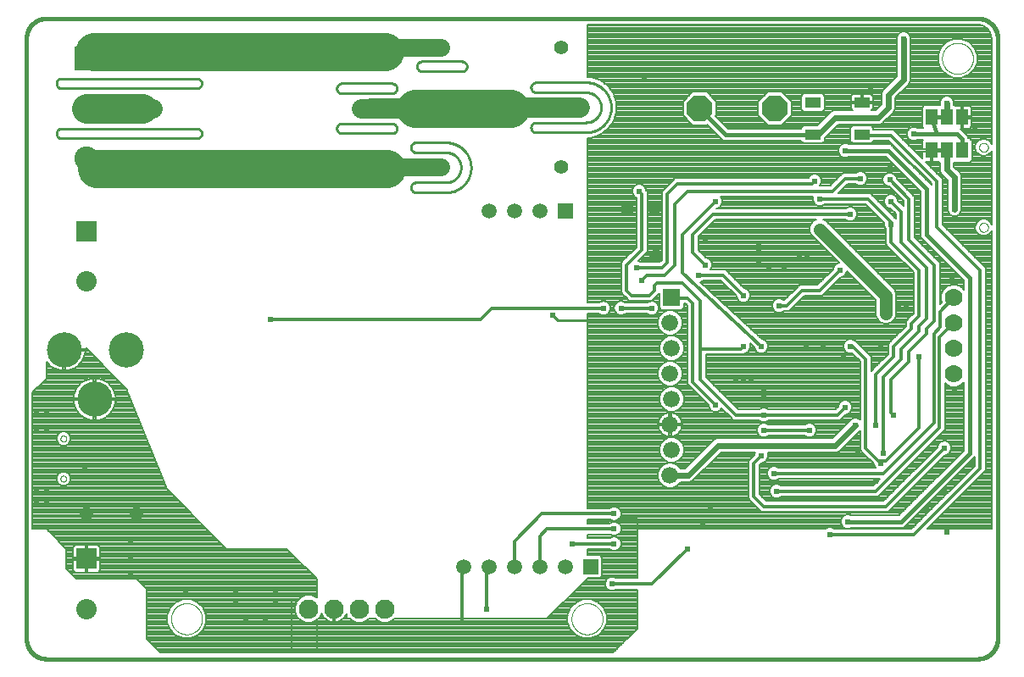
<source format=gbl>
G75*
%MOIN*%
%OFA0B0*%
%FSLAX25Y25*%
%IPPOS*%
%LPD*%
%AMOC8*
5,1,8,0,0,1.08239X$1,22.5*
%
%ADD10C,0.01600*%
%ADD11C,0.01000*%
%ADD12C,0.00000*%
%ADD13R,0.05906X0.03937*%
%ADD14C,0.07600*%
%ADD15OC8,0.10000*%
%ADD16C,0.07000*%
%ADD17R,0.05937X0.05937*%
%ADD18C,0.05937*%
%ADD19C,0.05543*%
%ADD20R,0.09500X0.09500*%
%ADD21C,0.09500*%
%ADD22C,0.07800*%
%ADD23C,0.13843*%
%ADD24R,0.06600X0.06600*%
%ADD25C,0.06600*%
%ADD26R,0.08000X0.08000*%
%ADD27C,0.08000*%
%ADD28R,0.04600X0.06300*%
%ADD29C,0.02400*%
%ADD30C,0.00787*%
%ADD31C,0.05315*%
%ADD32C,0.01200*%
%ADD33C,0.02400*%
%ADD34C,0.03200*%
%ADD35C,0.05000*%
%ADD36C,0.15000*%
%ADD37C,0.07087*%
%ADD38C,0.11811*%
%ADD39C,0.07874*%
%ADD40C,0.09055*%
D10*
X0016939Y0009674D02*
X0016939Y0245894D01*
X0016941Y0246084D01*
X0016948Y0246274D01*
X0016960Y0246464D01*
X0016976Y0246654D01*
X0016996Y0246843D01*
X0017022Y0247032D01*
X0017051Y0247220D01*
X0017086Y0247407D01*
X0017125Y0247593D01*
X0017168Y0247778D01*
X0017216Y0247963D01*
X0017268Y0248146D01*
X0017324Y0248327D01*
X0017385Y0248507D01*
X0017451Y0248686D01*
X0017520Y0248863D01*
X0017594Y0249039D01*
X0017672Y0249212D01*
X0017755Y0249384D01*
X0017841Y0249553D01*
X0017931Y0249721D01*
X0018026Y0249886D01*
X0018124Y0250049D01*
X0018227Y0250209D01*
X0018333Y0250367D01*
X0018443Y0250522D01*
X0018556Y0250675D01*
X0018674Y0250825D01*
X0018795Y0250971D01*
X0018919Y0251115D01*
X0019047Y0251256D01*
X0019178Y0251394D01*
X0019313Y0251529D01*
X0019451Y0251660D01*
X0019592Y0251788D01*
X0019736Y0251912D01*
X0019882Y0252033D01*
X0020032Y0252151D01*
X0020185Y0252264D01*
X0020340Y0252374D01*
X0020498Y0252480D01*
X0020658Y0252583D01*
X0020821Y0252681D01*
X0020986Y0252776D01*
X0021154Y0252866D01*
X0021323Y0252952D01*
X0021495Y0253035D01*
X0021668Y0253113D01*
X0021844Y0253187D01*
X0022021Y0253256D01*
X0022200Y0253322D01*
X0022380Y0253383D01*
X0022561Y0253439D01*
X0022744Y0253491D01*
X0022929Y0253539D01*
X0023114Y0253582D01*
X0023300Y0253621D01*
X0023487Y0253656D01*
X0023675Y0253685D01*
X0023864Y0253711D01*
X0024053Y0253731D01*
X0024243Y0253747D01*
X0024433Y0253759D01*
X0024623Y0253766D01*
X0024813Y0253768D01*
X0024813Y0253769D02*
X0390955Y0253769D01*
X0390955Y0253768D02*
X0391145Y0253766D01*
X0391335Y0253759D01*
X0391525Y0253747D01*
X0391715Y0253731D01*
X0391904Y0253711D01*
X0392093Y0253685D01*
X0392281Y0253656D01*
X0392468Y0253621D01*
X0392654Y0253582D01*
X0392839Y0253539D01*
X0393024Y0253491D01*
X0393207Y0253439D01*
X0393388Y0253383D01*
X0393568Y0253322D01*
X0393747Y0253256D01*
X0393924Y0253187D01*
X0394100Y0253113D01*
X0394273Y0253035D01*
X0394445Y0252952D01*
X0394614Y0252866D01*
X0394782Y0252776D01*
X0394947Y0252681D01*
X0395110Y0252583D01*
X0395270Y0252480D01*
X0395428Y0252374D01*
X0395583Y0252264D01*
X0395736Y0252151D01*
X0395886Y0252033D01*
X0396032Y0251912D01*
X0396176Y0251788D01*
X0396317Y0251660D01*
X0396455Y0251529D01*
X0396590Y0251394D01*
X0396721Y0251256D01*
X0396849Y0251115D01*
X0396973Y0250971D01*
X0397094Y0250825D01*
X0397212Y0250675D01*
X0397325Y0250522D01*
X0397435Y0250367D01*
X0397541Y0250209D01*
X0397644Y0250049D01*
X0397742Y0249886D01*
X0397837Y0249721D01*
X0397927Y0249553D01*
X0398013Y0249384D01*
X0398096Y0249212D01*
X0398174Y0249039D01*
X0398248Y0248863D01*
X0398317Y0248686D01*
X0398383Y0248507D01*
X0398444Y0248327D01*
X0398500Y0248146D01*
X0398552Y0247963D01*
X0398600Y0247778D01*
X0398643Y0247593D01*
X0398682Y0247407D01*
X0398717Y0247220D01*
X0398746Y0247032D01*
X0398772Y0246843D01*
X0398792Y0246654D01*
X0398808Y0246464D01*
X0398820Y0246274D01*
X0398827Y0246084D01*
X0398829Y0245894D01*
X0398829Y0009674D01*
X0398827Y0009484D01*
X0398820Y0009294D01*
X0398808Y0009104D01*
X0398792Y0008914D01*
X0398772Y0008725D01*
X0398746Y0008536D01*
X0398717Y0008348D01*
X0398682Y0008161D01*
X0398643Y0007975D01*
X0398600Y0007790D01*
X0398552Y0007605D01*
X0398500Y0007422D01*
X0398444Y0007241D01*
X0398383Y0007061D01*
X0398317Y0006882D01*
X0398248Y0006705D01*
X0398174Y0006529D01*
X0398096Y0006356D01*
X0398013Y0006184D01*
X0397927Y0006015D01*
X0397837Y0005847D01*
X0397742Y0005682D01*
X0397644Y0005519D01*
X0397541Y0005359D01*
X0397435Y0005201D01*
X0397325Y0005046D01*
X0397212Y0004893D01*
X0397094Y0004743D01*
X0396973Y0004597D01*
X0396849Y0004453D01*
X0396721Y0004312D01*
X0396590Y0004174D01*
X0396455Y0004039D01*
X0396317Y0003908D01*
X0396176Y0003780D01*
X0396032Y0003656D01*
X0395886Y0003535D01*
X0395736Y0003417D01*
X0395583Y0003304D01*
X0395428Y0003194D01*
X0395270Y0003088D01*
X0395110Y0002985D01*
X0394947Y0002887D01*
X0394782Y0002792D01*
X0394614Y0002702D01*
X0394445Y0002616D01*
X0394273Y0002533D01*
X0394100Y0002455D01*
X0393924Y0002381D01*
X0393747Y0002312D01*
X0393568Y0002246D01*
X0393388Y0002185D01*
X0393207Y0002129D01*
X0393024Y0002077D01*
X0392839Y0002029D01*
X0392654Y0001986D01*
X0392468Y0001947D01*
X0392281Y0001912D01*
X0392093Y0001883D01*
X0391904Y0001857D01*
X0391715Y0001837D01*
X0391525Y0001821D01*
X0391335Y0001809D01*
X0391145Y0001802D01*
X0390955Y0001800D01*
X0024813Y0001800D01*
X0024623Y0001802D01*
X0024433Y0001809D01*
X0024243Y0001821D01*
X0024053Y0001837D01*
X0023864Y0001857D01*
X0023675Y0001883D01*
X0023487Y0001912D01*
X0023300Y0001947D01*
X0023114Y0001986D01*
X0022929Y0002029D01*
X0022744Y0002077D01*
X0022561Y0002129D01*
X0022380Y0002185D01*
X0022200Y0002246D01*
X0022021Y0002312D01*
X0021844Y0002381D01*
X0021668Y0002455D01*
X0021495Y0002533D01*
X0021323Y0002616D01*
X0021154Y0002702D01*
X0020986Y0002792D01*
X0020821Y0002887D01*
X0020658Y0002985D01*
X0020498Y0003088D01*
X0020340Y0003194D01*
X0020185Y0003304D01*
X0020032Y0003417D01*
X0019882Y0003535D01*
X0019736Y0003656D01*
X0019592Y0003780D01*
X0019451Y0003908D01*
X0019313Y0004039D01*
X0019178Y0004174D01*
X0019047Y0004312D01*
X0018919Y0004453D01*
X0018795Y0004597D01*
X0018674Y0004743D01*
X0018556Y0004893D01*
X0018443Y0005046D01*
X0018333Y0005201D01*
X0018227Y0005359D01*
X0018124Y0005519D01*
X0018026Y0005682D01*
X0017931Y0005847D01*
X0017841Y0006015D01*
X0017755Y0006184D01*
X0017672Y0006356D01*
X0017594Y0006529D01*
X0017520Y0006705D01*
X0017451Y0006882D01*
X0017385Y0007061D01*
X0017324Y0007241D01*
X0017268Y0007422D01*
X0017216Y0007605D01*
X0017168Y0007790D01*
X0017125Y0007975D01*
X0017086Y0008161D01*
X0017051Y0008348D01*
X0017022Y0008536D01*
X0016996Y0008725D01*
X0016976Y0008914D01*
X0016960Y0009104D01*
X0016948Y0009294D01*
X0016941Y0009484D01*
X0016939Y0009674D01*
X0178356Y0195186D02*
X0179892Y0195186D01*
X0234498Y0218808D02*
X0235010Y0218808D01*
X0281667Y0218335D02*
X0291903Y0208099D01*
X0326191Y0208099D01*
X0338939Y0201800D02*
X0355939Y0201800D01*
X0370939Y0186800D01*
X0370939Y0168800D01*
X0387939Y0151800D01*
X0387939Y0082800D01*
X0360939Y0055800D01*
X0339939Y0055800D01*
X0373939Y0201863D02*
X0378939Y0201863D01*
X0384939Y0201863D02*
X0384939Y0206363D01*
X0382939Y0208363D01*
X0374939Y0208363D01*
X0365939Y0208363D01*
X0374939Y0208363D02*
X0372939Y0214300D01*
X0372939Y0214863D01*
X0373939Y0214863D02*
X0378939Y0214863D01*
D11*
X0246002Y0135115D02*
X0225750Y0135115D01*
X0224026Y0136839D01*
X0181900Y0185265D02*
X0170089Y0185265D01*
X0170089Y0185264D02*
X0170003Y0185266D01*
X0169917Y0185271D01*
X0169832Y0185281D01*
X0169747Y0185294D01*
X0169663Y0185311D01*
X0169579Y0185331D01*
X0169497Y0185355D01*
X0169416Y0185383D01*
X0169335Y0185414D01*
X0169257Y0185448D01*
X0169180Y0185486D01*
X0169105Y0185528D01*
X0169031Y0185572D01*
X0168960Y0185620D01*
X0168890Y0185671D01*
X0168823Y0185725D01*
X0168759Y0185781D01*
X0168697Y0185841D01*
X0168637Y0185903D01*
X0168581Y0185967D01*
X0168527Y0186034D01*
X0168476Y0186104D01*
X0168428Y0186175D01*
X0168384Y0186249D01*
X0168342Y0186324D01*
X0168304Y0186401D01*
X0168270Y0186479D01*
X0168239Y0186560D01*
X0168211Y0186641D01*
X0168187Y0186723D01*
X0168167Y0186807D01*
X0168150Y0186891D01*
X0168137Y0186976D01*
X0168127Y0187061D01*
X0168122Y0187147D01*
X0168120Y0187233D01*
X0168122Y0187319D01*
X0168127Y0187405D01*
X0168137Y0187490D01*
X0168150Y0187575D01*
X0168167Y0187659D01*
X0168187Y0187743D01*
X0168211Y0187825D01*
X0168239Y0187906D01*
X0168270Y0187987D01*
X0168304Y0188065D01*
X0168342Y0188142D01*
X0168384Y0188218D01*
X0168428Y0188291D01*
X0168476Y0188362D01*
X0168527Y0188432D01*
X0168581Y0188499D01*
X0168637Y0188563D01*
X0168697Y0188625D01*
X0168759Y0188685D01*
X0168823Y0188741D01*
X0168890Y0188795D01*
X0168960Y0188846D01*
X0169031Y0188894D01*
X0169105Y0188938D01*
X0169180Y0188980D01*
X0169257Y0189018D01*
X0169335Y0189052D01*
X0169416Y0189083D01*
X0169497Y0189111D01*
X0169579Y0189135D01*
X0169663Y0189155D01*
X0169747Y0189172D01*
X0169832Y0189185D01*
X0169917Y0189195D01*
X0170003Y0189200D01*
X0170089Y0189202D01*
X0181900Y0189202D01*
X0191743Y0195107D02*
X0191740Y0195345D01*
X0191732Y0195583D01*
X0191717Y0195820D01*
X0191697Y0196057D01*
X0191671Y0196293D01*
X0191640Y0196529D01*
X0191603Y0196764D01*
X0191560Y0196998D01*
X0191511Y0197231D01*
X0191457Y0197463D01*
X0191397Y0197693D01*
X0191332Y0197922D01*
X0191261Y0198149D01*
X0191185Y0198374D01*
X0191103Y0198597D01*
X0191016Y0198819D01*
X0190924Y0199038D01*
X0190826Y0199255D01*
X0190724Y0199469D01*
X0190616Y0199681D01*
X0190502Y0199891D01*
X0190384Y0200097D01*
X0190261Y0200301D01*
X0190133Y0200501D01*
X0190001Y0200698D01*
X0189863Y0200893D01*
X0189721Y0201083D01*
X0189574Y0201271D01*
X0189423Y0201454D01*
X0189268Y0201634D01*
X0189108Y0201810D01*
X0188944Y0201982D01*
X0188775Y0202151D01*
X0188603Y0202315D01*
X0188427Y0202475D01*
X0188247Y0202630D01*
X0188064Y0202781D01*
X0187876Y0202928D01*
X0187686Y0203070D01*
X0187491Y0203208D01*
X0187294Y0203340D01*
X0187094Y0203468D01*
X0186890Y0203591D01*
X0186684Y0203709D01*
X0186474Y0203823D01*
X0186262Y0203931D01*
X0186048Y0204033D01*
X0185831Y0204131D01*
X0185612Y0204223D01*
X0185390Y0204310D01*
X0185167Y0204392D01*
X0184942Y0204468D01*
X0184715Y0204539D01*
X0184486Y0204604D01*
X0184256Y0204664D01*
X0184024Y0204718D01*
X0183791Y0204767D01*
X0183557Y0204810D01*
X0183322Y0204847D01*
X0183086Y0204878D01*
X0182850Y0204904D01*
X0182613Y0204924D01*
X0182376Y0204939D01*
X0182138Y0204947D01*
X0181900Y0204950D01*
X0170089Y0204950D01*
X0170003Y0204948D01*
X0169917Y0204943D01*
X0169832Y0204933D01*
X0169747Y0204920D01*
X0169663Y0204903D01*
X0169579Y0204883D01*
X0169497Y0204859D01*
X0169416Y0204831D01*
X0169335Y0204800D01*
X0169257Y0204766D01*
X0169180Y0204728D01*
X0169105Y0204686D01*
X0169031Y0204642D01*
X0168960Y0204594D01*
X0168890Y0204543D01*
X0168823Y0204489D01*
X0168759Y0204433D01*
X0168697Y0204373D01*
X0168637Y0204311D01*
X0168581Y0204247D01*
X0168527Y0204180D01*
X0168476Y0204110D01*
X0168428Y0204039D01*
X0168384Y0203966D01*
X0168342Y0203890D01*
X0168304Y0203813D01*
X0168270Y0203735D01*
X0168239Y0203654D01*
X0168211Y0203573D01*
X0168187Y0203491D01*
X0168167Y0203407D01*
X0168150Y0203323D01*
X0168137Y0203238D01*
X0168127Y0203153D01*
X0168122Y0203067D01*
X0168120Y0202981D01*
X0168122Y0202895D01*
X0168127Y0202809D01*
X0168137Y0202724D01*
X0168150Y0202639D01*
X0168167Y0202555D01*
X0168187Y0202471D01*
X0168211Y0202389D01*
X0168239Y0202308D01*
X0168270Y0202227D01*
X0168304Y0202149D01*
X0168342Y0202072D01*
X0168384Y0201997D01*
X0168428Y0201923D01*
X0168476Y0201852D01*
X0168527Y0201782D01*
X0168581Y0201715D01*
X0168637Y0201651D01*
X0168697Y0201589D01*
X0168759Y0201529D01*
X0168823Y0201473D01*
X0168890Y0201419D01*
X0168960Y0201368D01*
X0169031Y0201320D01*
X0169105Y0201276D01*
X0169180Y0201234D01*
X0169257Y0201196D01*
X0169335Y0201162D01*
X0169416Y0201131D01*
X0169497Y0201103D01*
X0169579Y0201079D01*
X0169663Y0201059D01*
X0169747Y0201042D01*
X0169832Y0201029D01*
X0169917Y0201019D01*
X0170003Y0201014D01*
X0170089Y0201012D01*
X0170089Y0201013D02*
X0181900Y0201013D01*
X0191743Y0195107D02*
X0191740Y0194869D01*
X0191732Y0194631D01*
X0191717Y0194394D01*
X0191697Y0194157D01*
X0191671Y0193921D01*
X0191640Y0193685D01*
X0191603Y0193450D01*
X0191560Y0193216D01*
X0191511Y0192983D01*
X0191457Y0192751D01*
X0191397Y0192521D01*
X0191332Y0192292D01*
X0191261Y0192065D01*
X0191185Y0191840D01*
X0191103Y0191617D01*
X0191016Y0191395D01*
X0190924Y0191176D01*
X0190826Y0190959D01*
X0190724Y0190745D01*
X0190616Y0190533D01*
X0190502Y0190323D01*
X0190384Y0190117D01*
X0190261Y0189913D01*
X0190133Y0189713D01*
X0190001Y0189516D01*
X0189863Y0189321D01*
X0189721Y0189131D01*
X0189574Y0188943D01*
X0189423Y0188760D01*
X0189268Y0188580D01*
X0189108Y0188404D01*
X0188944Y0188232D01*
X0188775Y0188063D01*
X0188603Y0187899D01*
X0188427Y0187739D01*
X0188247Y0187584D01*
X0188064Y0187433D01*
X0187876Y0187286D01*
X0187686Y0187144D01*
X0187491Y0187006D01*
X0187294Y0186874D01*
X0187094Y0186746D01*
X0186890Y0186623D01*
X0186684Y0186505D01*
X0186474Y0186391D01*
X0186262Y0186283D01*
X0186048Y0186181D01*
X0185831Y0186083D01*
X0185612Y0185991D01*
X0185390Y0185904D01*
X0185167Y0185822D01*
X0184942Y0185746D01*
X0184715Y0185675D01*
X0184486Y0185610D01*
X0184256Y0185550D01*
X0184024Y0185496D01*
X0183791Y0185447D01*
X0183557Y0185404D01*
X0183322Y0185367D01*
X0183086Y0185336D01*
X0182850Y0185310D01*
X0182613Y0185290D01*
X0182376Y0185275D01*
X0182138Y0185267D01*
X0181900Y0185264D01*
X0181900Y0189201D02*
X0182052Y0189203D01*
X0182204Y0189209D01*
X0182356Y0189219D01*
X0182507Y0189232D01*
X0182658Y0189250D01*
X0182809Y0189271D01*
X0182959Y0189297D01*
X0183108Y0189326D01*
X0183257Y0189359D01*
X0183404Y0189396D01*
X0183551Y0189436D01*
X0183696Y0189481D01*
X0183840Y0189529D01*
X0183983Y0189581D01*
X0184125Y0189636D01*
X0184265Y0189695D01*
X0184404Y0189758D01*
X0184541Y0189824D01*
X0184676Y0189894D01*
X0184809Y0189967D01*
X0184940Y0190044D01*
X0185070Y0190124D01*
X0185197Y0190207D01*
X0185322Y0190293D01*
X0185445Y0190383D01*
X0185565Y0190476D01*
X0185683Y0190572D01*
X0185799Y0190671D01*
X0185912Y0190773D01*
X0186022Y0190877D01*
X0186130Y0190985D01*
X0186234Y0191095D01*
X0186336Y0191208D01*
X0186435Y0191324D01*
X0186531Y0191442D01*
X0186624Y0191562D01*
X0186714Y0191685D01*
X0186800Y0191810D01*
X0186883Y0191937D01*
X0186963Y0192067D01*
X0187040Y0192198D01*
X0187113Y0192331D01*
X0187183Y0192466D01*
X0187249Y0192603D01*
X0187312Y0192742D01*
X0187371Y0192882D01*
X0187426Y0193024D01*
X0187478Y0193167D01*
X0187526Y0193311D01*
X0187571Y0193456D01*
X0187611Y0193603D01*
X0187648Y0193750D01*
X0187681Y0193899D01*
X0187710Y0194048D01*
X0187736Y0194198D01*
X0187757Y0194349D01*
X0187775Y0194500D01*
X0187788Y0194651D01*
X0187798Y0194803D01*
X0187804Y0194955D01*
X0187806Y0195107D01*
X0187804Y0195259D01*
X0187798Y0195411D01*
X0187788Y0195563D01*
X0187775Y0195714D01*
X0187757Y0195865D01*
X0187736Y0196016D01*
X0187710Y0196166D01*
X0187681Y0196315D01*
X0187648Y0196464D01*
X0187611Y0196611D01*
X0187571Y0196758D01*
X0187526Y0196903D01*
X0187478Y0197047D01*
X0187426Y0197190D01*
X0187371Y0197332D01*
X0187312Y0197472D01*
X0187249Y0197611D01*
X0187183Y0197748D01*
X0187113Y0197883D01*
X0187040Y0198016D01*
X0186963Y0198147D01*
X0186883Y0198277D01*
X0186800Y0198404D01*
X0186714Y0198529D01*
X0186624Y0198652D01*
X0186531Y0198772D01*
X0186435Y0198890D01*
X0186336Y0199006D01*
X0186234Y0199119D01*
X0186130Y0199229D01*
X0186022Y0199337D01*
X0185912Y0199441D01*
X0185799Y0199543D01*
X0185683Y0199642D01*
X0185565Y0199738D01*
X0185445Y0199831D01*
X0185322Y0199921D01*
X0185197Y0200007D01*
X0185070Y0200090D01*
X0184940Y0200170D01*
X0184809Y0200247D01*
X0184676Y0200320D01*
X0184541Y0200390D01*
X0184404Y0200456D01*
X0184265Y0200519D01*
X0184125Y0200578D01*
X0183983Y0200633D01*
X0183840Y0200685D01*
X0183696Y0200733D01*
X0183551Y0200778D01*
X0183404Y0200818D01*
X0183257Y0200855D01*
X0183108Y0200888D01*
X0182959Y0200917D01*
X0182809Y0200943D01*
X0182658Y0200964D01*
X0182507Y0200982D01*
X0182356Y0200995D01*
X0182204Y0201005D01*
X0182052Y0201011D01*
X0181900Y0201013D01*
X0160640Y0208493D02*
X0140955Y0208493D01*
X0138986Y0210461D02*
X0138988Y0210547D01*
X0138993Y0210633D01*
X0139003Y0210718D01*
X0139016Y0210803D01*
X0139033Y0210887D01*
X0139053Y0210971D01*
X0139077Y0211053D01*
X0139105Y0211134D01*
X0139136Y0211215D01*
X0139170Y0211293D01*
X0139208Y0211370D01*
X0139250Y0211446D01*
X0139294Y0211519D01*
X0139342Y0211590D01*
X0139393Y0211660D01*
X0139447Y0211727D01*
X0139503Y0211791D01*
X0139563Y0211853D01*
X0139625Y0211913D01*
X0139689Y0211969D01*
X0139756Y0212023D01*
X0139826Y0212074D01*
X0139897Y0212122D01*
X0139971Y0212166D01*
X0140046Y0212208D01*
X0140123Y0212246D01*
X0140201Y0212280D01*
X0140282Y0212311D01*
X0140363Y0212339D01*
X0140445Y0212363D01*
X0140529Y0212383D01*
X0140613Y0212400D01*
X0140698Y0212413D01*
X0140783Y0212423D01*
X0140869Y0212428D01*
X0140955Y0212430D01*
X0160640Y0212430D01*
X0160726Y0212428D01*
X0160812Y0212423D01*
X0160897Y0212413D01*
X0160982Y0212400D01*
X0161066Y0212383D01*
X0161150Y0212363D01*
X0161232Y0212339D01*
X0161313Y0212311D01*
X0161394Y0212280D01*
X0161472Y0212246D01*
X0161549Y0212208D01*
X0161625Y0212166D01*
X0161698Y0212122D01*
X0161769Y0212074D01*
X0161839Y0212023D01*
X0161906Y0211969D01*
X0161970Y0211913D01*
X0162032Y0211853D01*
X0162092Y0211791D01*
X0162148Y0211727D01*
X0162202Y0211660D01*
X0162253Y0211590D01*
X0162301Y0211519D01*
X0162345Y0211446D01*
X0162387Y0211370D01*
X0162425Y0211293D01*
X0162459Y0211215D01*
X0162490Y0211134D01*
X0162518Y0211053D01*
X0162542Y0210971D01*
X0162562Y0210887D01*
X0162579Y0210803D01*
X0162592Y0210718D01*
X0162602Y0210633D01*
X0162607Y0210547D01*
X0162609Y0210461D01*
X0162607Y0210375D01*
X0162602Y0210289D01*
X0162592Y0210204D01*
X0162579Y0210119D01*
X0162562Y0210035D01*
X0162542Y0209951D01*
X0162518Y0209869D01*
X0162490Y0209788D01*
X0162459Y0209707D01*
X0162425Y0209629D01*
X0162387Y0209552D01*
X0162345Y0209477D01*
X0162301Y0209403D01*
X0162253Y0209332D01*
X0162202Y0209262D01*
X0162148Y0209195D01*
X0162092Y0209131D01*
X0162032Y0209069D01*
X0161970Y0209009D01*
X0161906Y0208953D01*
X0161839Y0208899D01*
X0161769Y0208848D01*
X0161698Y0208800D01*
X0161625Y0208756D01*
X0161549Y0208714D01*
X0161472Y0208676D01*
X0161394Y0208642D01*
X0161313Y0208611D01*
X0161232Y0208583D01*
X0161150Y0208559D01*
X0161066Y0208539D01*
X0160982Y0208522D01*
X0160897Y0208509D01*
X0160812Y0208499D01*
X0160726Y0208494D01*
X0160640Y0208492D01*
X0140955Y0208492D02*
X0140869Y0208494D01*
X0140783Y0208499D01*
X0140698Y0208509D01*
X0140613Y0208522D01*
X0140529Y0208539D01*
X0140445Y0208559D01*
X0140363Y0208583D01*
X0140282Y0208611D01*
X0140201Y0208642D01*
X0140123Y0208676D01*
X0140046Y0208714D01*
X0139971Y0208756D01*
X0139897Y0208800D01*
X0139826Y0208848D01*
X0139756Y0208899D01*
X0139689Y0208953D01*
X0139625Y0209009D01*
X0139563Y0209069D01*
X0139503Y0209131D01*
X0139447Y0209195D01*
X0139393Y0209262D01*
X0139342Y0209332D01*
X0139294Y0209403D01*
X0139250Y0209477D01*
X0139208Y0209552D01*
X0139170Y0209629D01*
X0139136Y0209707D01*
X0139105Y0209788D01*
X0139077Y0209869D01*
X0139053Y0209951D01*
X0139033Y0210035D01*
X0139016Y0210119D01*
X0139003Y0210204D01*
X0138993Y0210289D01*
X0138988Y0210375D01*
X0138986Y0210461D01*
X0140955Y0224241D02*
X0160640Y0224241D01*
X0162609Y0226209D02*
X0162607Y0226295D01*
X0162602Y0226381D01*
X0162592Y0226466D01*
X0162579Y0226551D01*
X0162562Y0226635D01*
X0162542Y0226719D01*
X0162518Y0226801D01*
X0162490Y0226882D01*
X0162459Y0226963D01*
X0162425Y0227041D01*
X0162387Y0227118D01*
X0162345Y0227194D01*
X0162301Y0227267D01*
X0162253Y0227338D01*
X0162202Y0227408D01*
X0162148Y0227475D01*
X0162092Y0227539D01*
X0162032Y0227601D01*
X0161970Y0227661D01*
X0161906Y0227717D01*
X0161839Y0227771D01*
X0161769Y0227822D01*
X0161698Y0227870D01*
X0161625Y0227914D01*
X0161549Y0227956D01*
X0161472Y0227994D01*
X0161394Y0228028D01*
X0161313Y0228059D01*
X0161232Y0228087D01*
X0161150Y0228111D01*
X0161066Y0228131D01*
X0160982Y0228148D01*
X0160897Y0228161D01*
X0160812Y0228171D01*
X0160726Y0228176D01*
X0160640Y0228178D01*
X0140955Y0228178D01*
X0140869Y0228176D01*
X0140783Y0228171D01*
X0140698Y0228161D01*
X0140613Y0228148D01*
X0140529Y0228131D01*
X0140445Y0228111D01*
X0140363Y0228087D01*
X0140282Y0228059D01*
X0140201Y0228028D01*
X0140123Y0227994D01*
X0140046Y0227956D01*
X0139971Y0227914D01*
X0139897Y0227870D01*
X0139826Y0227822D01*
X0139756Y0227771D01*
X0139689Y0227717D01*
X0139625Y0227661D01*
X0139563Y0227601D01*
X0139503Y0227539D01*
X0139447Y0227475D01*
X0139393Y0227408D01*
X0139342Y0227338D01*
X0139294Y0227267D01*
X0139250Y0227194D01*
X0139208Y0227118D01*
X0139170Y0227041D01*
X0139136Y0226963D01*
X0139105Y0226882D01*
X0139077Y0226801D01*
X0139053Y0226719D01*
X0139033Y0226635D01*
X0139016Y0226551D01*
X0139003Y0226466D01*
X0138993Y0226381D01*
X0138988Y0226295D01*
X0138986Y0226209D01*
X0138988Y0226123D01*
X0138993Y0226037D01*
X0139003Y0225952D01*
X0139016Y0225867D01*
X0139033Y0225783D01*
X0139053Y0225699D01*
X0139077Y0225617D01*
X0139105Y0225536D01*
X0139136Y0225455D01*
X0139170Y0225377D01*
X0139208Y0225300D01*
X0139250Y0225225D01*
X0139294Y0225151D01*
X0139342Y0225080D01*
X0139393Y0225010D01*
X0139447Y0224943D01*
X0139503Y0224879D01*
X0139563Y0224817D01*
X0139625Y0224757D01*
X0139689Y0224701D01*
X0139756Y0224647D01*
X0139826Y0224596D01*
X0139897Y0224548D01*
X0139971Y0224504D01*
X0140046Y0224462D01*
X0140123Y0224424D01*
X0140201Y0224390D01*
X0140282Y0224359D01*
X0140363Y0224331D01*
X0140445Y0224307D01*
X0140529Y0224287D01*
X0140613Y0224270D01*
X0140698Y0224257D01*
X0140783Y0224247D01*
X0140869Y0224242D01*
X0140955Y0224240D01*
X0160640Y0224240D02*
X0160726Y0224242D01*
X0160812Y0224247D01*
X0160897Y0224257D01*
X0160982Y0224270D01*
X0161066Y0224287D01*
X0161150Y0224307D01*
X0161232Y0224331D01*
X0161313Y0224359D01*
X0161394Y0224390D01*
X0161472Y0224424D01*
X0161549Y0224462D01*
X0161625Y0224504D01*
X0161698Y0224548D01*
X0161769Y0224596D01*
X0161839Y0224647D01*
X0161906Y0224701D01*
X0161970Y0224757D01*
X0162032Y0224817D01*
X0162092Y0224879D01*
X0162148Y0224943D01*
X0162202Y0225010D01*
X0162253Y0225080D01*
X0162301Y0225151D01*
X0162345Y0225225D01*
X0162387Y0225300D01*
X0162425Y0225377D01*
X0162459Y0225455D01*
X0162490Y0225536D01*
X0162518Y0225617D01*
X0162542Y0225699D01*
X0162562Y0225783D01*
X0162579Y0225867D01*
X0162592Y0225952D01*
X0162602Y0226037D01*
X0162607Y0226123D01*
X0162609Y0226209D01*
X0172451Y0232902D02*
X0188199Y0232902D01*
X0190168Y0234871D02*
X0190166Y0234957D01*
X0190161Y0235043D01*
X0190151Y0235128D01*
X0190138Y0235213D01*
X0190121Y0235297D01*
X0190101Y0235381D01*
X0190077Y0235463D01*
X0190049Y0235544D01*
X0190018Y0235625D01*
X0189984Y0235703D01*
X0189946Y0235780D01*
X0189904Y0235856D01*
X0189860Y0235929D01*
X0189812Y0236000D01*
X0189761Y0236070D01*
X0189707Y0236137D01*
X0189651Y0236201D01*
X0189591Y0236263D01*
X0189529Y0236323D01*
X0189465Y0236379D01*
X0189398Y0236433D01*
X0189328Y0236484D01*
X0189257Y0236532D01*
X0189184Y0236576D01*
X0189108Y0236618D01*
X0189031Y0236656D01*
X0188953Y0236690D01*
X0188872Y0236721D01*
X0188791Y0236749D01*
X0188709Y0236773D01*
X0188625Y0236793D01*
X0188541Y0236810D01*
X0188456Y0236823D01*
X0188371Y0236833D01*
X0188285Y0236838D01*
X0188199Y0236840D01*
X0188199Y0236839D02*
X0172451Y0236839D01*
X0172451Y0236840D02*
X0172365Y0236838D01*
X0172279Y0236833D01*
X0172194Y0236823D01*
X0172109Y0236810D01*
X0172025Y0236793D01*
X0171941Y0236773D01*
X0171859Y0236749D01*
X0171778Y0236721D01*
X0171697Y0236690D01*
X0171619Y0236656D01*
X0171542Y0236618D01*
X0171467Y0236576D01*
X0171393Y0236532D01*
X0171322Y0236484D01*
X0171252Y0236433D01*
X0171185Y0236379D01*
X0171121Y0236323D01*
X0171059Y0236263D01*
X0170999Y0236201D01*
X0170943Y0236137D01*
X0170889Y0236070D01*
X0170838Y0236000D01*
X0170790Y0235929D01*
X0170746Y0235856D01*
X0170704Y0235780D01*
X0170666Y0235703D01*
X0170632Y0235625D01*
X0170601Y0235544D01*
X0170573Y0235463D01*
X0170549Y0235381D01*
X0170529Y0235297D01*
X0170512Y0235213D01*
X0170499Y0235128D01*
X0170489Y0235043D01*
X0170484Y0234957D01*
X0170482Y0234871D01*
X0170484Y0234785D01*
X0170489Y0234699D01*
X0170499Y0234614D01*
X0170512Y0234529D01*
X0170529Y0234445D01*
X0170549Y0234361D01*
X0170573Y0234279D01*
X0170601Y0234198D01*
X0170632Y0234117D01*
X0170666Y0234039D01*
X0170704Y0233962D01*
X0170746Y0233887D01*
X0170790Y0233813D01*
X0170838Y0233742D01*
X0170889Y0233672D01*
X0170943Y0233605D01*
X0170999Y0233541D01*
X0171059Y0233479D01*
X0171121Y0233419D01*
X0171185Y0233363D01*
X0171252Y0233309D01*
X0171322Y0233258D01*
X0171393Y0233210D01*
X0171467Y0233166D01*
X0171542Y0233124D01*
X0171619Y0233086D01*
X0171697Y0233052D01*
X0171778Y0233021D01*
X0171859Y0232993D01*
X0171941Y0232969D01*
X0172025Y0232949D01*
X0172109Y0232932D01*
X0172194Y0232919D01*
X0172279Y0232909D01*
X0172365Y0232904D01*
X0172451Y0232902D01*
X0188199Y0232902D02*
X0188285Y0232904D01*
X0188371Y0232909D01*
X0188456Y0232919D01*
X0188541Y0232932D01*
X0188625Y0232949D01*
X0188709Y0232969D01*
X0188791Y0232993D01*
X0188872Y0233021D01*
X0188953Y0233052D01*
X0189031Y0233086D01*
X0189108Y0233124D01*
X0189184Y0233166D01*
X0189257Y0233210D01*
X0189328Y0233258D01*
X0189398Y0233309D01*
X0189465Y0233363D01*
X0189529Y0233419D01*
X0189591Y0233479D01*
X0189651Y0233541D01*
X0189707Y0233605D01*
X0189761Y0233672D01*
X0189812Y0233742D01*
X0189860Y0233813D01*
X0189904Y0233887D01*
X0189946Y0233962D01*
X0189984Y0234039D01*
X0190018Y0234117D01*
X0190049Y0234198D01*
X0190077Y0234279D01*
X0190101Y0234361D01*
X0190121Y0234445D01*
X0190138Y0234529D01*
X0190151Y0234614D01*
X0190161Y0234699D01*
X0190166Y0234785D01*
X0190168Y0234871D01*
X0217333Y0228572D02*
X0237018Y0228572D01*
X0237018Y0224635D02*
X0217333Y0224635D01*
X0215364Y0226603D02*
X0215366Y0226689D01*
X0215371Y0226775D01*
X0215381Y0226860D01*
X0215394Y0226945D01*
X0215411Y0227029D01*
X0215431Y0227113D01*
X0215455Y0227195D01*
X0215483Y0227276D01*
X0215514Y0227357D01*
X0215548Y0227435D01*
X0215586Y0227512D01*
X0215628Y0227588D01*
X0215672Y0227661D01*
X0215720Y0227732D01*
X0215771Y0227802D01*
X0215825Y0227869D01*
X0215881Y0227933D01*
X0215941Y0227995D01*
X0216003Y0228055D01*
X0216067Y0228111D01*
X0216134Y0228165D01*
X0216204Y0228216D01*
X0216275Y0228264D01*
X0216349Y0228308D01*
X0216424Y0228350D01*
X0216501Y0228388D01*
X0216579Y0228422D01*
X0216660Y0228453D01*
X0216741Y0228481D01*
X0216823Y0228505D01*
X0216907Y0228525D01*
X0216991Y0228542D01*
X0217076Y0228555D01*
X0217161Y0228565D01*
X0217247Y0228570D01*
X0217333Y0228572D01*
X0215364Y0226603D02*
X0215366Y0226517D01*
X0215371Y0226431D01*
X0215381Y0226346D01*
X0215394Y0226261D01*
X0215411Y0226177D01*
X0215431Y0226093D01*
X0215455Y0226011D01*
X0215483Y0225930D01*
X0215514Y0225849D01*
X0215548Y0225771D01*
X0215586Y0225694D01*
X0215628Y0225619D01*
X0215672Y0225545D01*
X0215720Y0225474D01*
X0215771Y0225404D01*
X0215825Y0225337D01*
X0215881Y0225273D01*
X0215941Y0225211D01*
X0216003Y0225151D01*
X0216067Y0225095D01*
X0216134Y0225041D01*
X0216204Y0224990D01*
X0216275Y0224942D01*
X0216349Y0224898D01*
X0216424Y0224856D01*
X0216501Y0224818D01*
X0216579Y0224784D01*
X0216660Y0224753D01*
X0216741Y0224725D01*
X0216823Y0224701D01*
X0216907Y0224681D01*
X0216991Y0224664D01*
X0217076Y0224651D01*
X0217161Y0224641D01*
X0217247Y0224636D01*
X0217333Y0224634D01*
X0217333Y0212824D02*
X0237018Y0212824D01*
X0237018Y0208887D02*
X0217333Y0208887D01*
X0217333Y0208886D02*
X0217247Y0208888D01*
X0217161Y0208893D01*
X0217076Y0208903D01*
X0216991Y0208916D01*
X0216907Y0208933D01*
X0216823Y0208953D01*
X0216741Y0208977D01*
X0216660Y0209005D01*
X0216579Y0209036D01*
X0216501Y0209070D01*
X0216424Y0209108D01*
X0216349Y0209150D01*
X0216275Y0209194D01*
X0216204Y0209242D01*
X0216134Y0209293D01*
X0216067Y0209347D01*
X0216003Y0209403D01*
X0215941Y0209463D01*
X0215881Y0209525D01*
X0215825Y0209589D01*
X0215771Y0209656D01*
X0215720Y0209726D01*
X0215672Y0209797D01*
X0215628Y0209871D01*
X0215586Y0209946D01*
X0215548Y0210023D01*
X0215514Y0210101D01*
X0215483Y0210182D01*
X0215455Y0210263D01*
X0215431Y0210345D01*
X0215411Y0210429D01*
X0215394Y0210513D01*
X0215381Y0210598D01*
X0215371Y0210683D01*
X0215366Y0210769D01*
X0215364Y0210855D01*
X0215366Y0210941D01*
X0215371Y0211027D01*
X0215381Y0211112D01*
X0215394Y0211197D01*
X0215411Y0211281D01*
X0215431Y0211365D01*
X0215455Y0211447D01*
X0215483Y0211528D01*
X0215514Y0211609D01*
X0215548Y0211687D01*
X0215586Y0211764D01*
X0215628Y0211840D01*
X0215672Y0211913D01*
X0215720Y0211984D01*
X0215771Y0212054D01*
X0215825Y0212121D01*
X0215881Y0212185D01*
X0215941Y0212247D01*
X0216003Y0212307D01*
X0216067Y0212363D01*
X0216134Y0212417D01*
X0216204Y0212468D01*
X0216275Y0212516D01*
X0216349Y0212560D01*
X0216424Y0212602D01*
X0216501Y0212640D01*
X0216579Y0212674D01*
X0216660Y0212705D01*
X0216741Y0212733D01*
X0216823Y0212757D01*
X0216907Y0212777D01*
X0216991Y0212794D01*
X0217076Y0212807D01*
X0217161Y0212817D01*
X0217247Y0212822D01*
X0217333Y0212824D01*
X0237018Y0228572D02*
X0237256Y0228569D01*
X0237494Y0228561D01*
X0237731Y0228546D01*
X0237968Y0228526D01*
X0238204Y0228500D01*
X0238440Y0228469D01*
X0238675Y0228432D01*
X0238909Y0228389D01*
X0239142Y0228340D01*
X0239374Y0228286D01*
X0239604Y0228226D01*
X0239833Y0228161D01*
X0240060Y0228090D01*
X0240285Y0228014D01*
X0240508Y0227932D01*
X0240730Y0227845D01*
X0240949Y0227753D01*
X0241166Y0227655D01*
X0241380Y0227553D01*
X0241592Y0227445D01*
X0241802Y0227331D01*
X0242008Y0227213D01*
X0242212Y0227090D01*
X0242412Y0226962D01*
X0242609Y0226830D01*
X0242804Y0226692D01*
X0242994Y0226550D01*
X0243182Y0226403D01*
X0243365Y0226252D01*
X0243545Y0226097D01*
X0243721Y0225937D01*
X0243893Y0225773D01*
X0244062Y0225604D01*
X0244226Y0225432D01*
X0244386Y0225256D01*
X0244541Y0225076D01*
X0244692Y0224893D01*
X0244839Y0224705D01*
X0244981Y0224515D01*
X0245119Y0224320D01*
X0245251Y0224123D01*
X0245379Y0223923D01*
X0245502Y0223719D01*
X0245620Y0223513D01*
X0245734Y0223303D01*
X0245842Y0223091D01*
X0245944Y0222877D01*
X0246042Y0222660D01*
X0246134Y0222441D01*
X0246221Y0222219D01*
X0246303Y0221996D01*
X0246379Y0221771D01*
X0246450Y0221544D01*
X0246515Y0221315D01*
X0246575Y0221085D01*
X0246629Y0220853D01*
X0246678Y0220620D01*
X0246721Y0220386D01*
X0246758Y0220151D01*
X0246789Y0219915D01*
X0246815Y0219679D01*
X0246835Y0219442D01*
X0246850Y0219205D01*
X0246858Y0218967D01*
X0246861Y0218729D01*
X0246858Y0218491D01*
X0246850Y0218253D01*
X0246835Y0218016D01*
X0246815Y0217779D01*
X0246789Y0217543D01*
X0246758Y0217307D01*
X0246721Y0217072D01*
X0246678Y0216838D01*
X0246629Y0216605D01*
X0246575Y0216373D01*
X0246515Y0216143D01*
X0246450Y0215914D01*
X0246379Y0215687D01*
X0246303Y0215462D01*
X0246221Y0215239D01*
X0246134Y0215017D01*
X0246042Y0214798D01*
X0245944Y0214581D01*
X0245842Y0214367D01*
X0245734Y0214155D01*
X0245620Y0213945D01*
X0245502Y0213739D01*
X0245379Y0213535D01*
X0245251Y0213335D01*
X0245119Y0213138D01*
X0244981Y0212943D01*
X0244839Y0212753D01*
X0244692Y0212565D01*
X0244541Y0212382D01*
X0244386Y0212202D01*
X0244226Y0212026D01*
X0244062Y0211854D01*
X0243893Y0211685D01*
X0243721Y0211521D01*
X0243545Y0211361D01*
X0243365Y0211206D01*
X0243182Y0211055D01*
X0242994Y0210908D01*
X0242804Y0210766D01*
X0242609Y0210628D01*
X0242412Y0210496D01*
X0242212Y0210368D01*
X0242008Y0210245D01*
X0241802Y0210127D01*
X0241592Y0210013D01*
X0241380Y0209905D01*
X0241166Y0209803D01*
X0240949Y0209705D01*
X0240730Y0209613D01*
X0240508Y0209526D01*
X0240285Y0209444D01*
X0240060Y0209368D01*
X0239833Y0209297D01*
X0239604Y0209232D01*
X0239374Y0209172D01*
X0239142Y0209118D01*
X0238909Y0209069D01*
X0238675Y0209026D01*
X0238440Y0208989D01*
X0238204Y0208958D01*
X0237968Y0208932D01*
X0237731Y0208912D01*
X0237494Y0208897D01*
X0237256Y0208889D01*
X0237018Y0208886D01*
X0237018Y0212823D02*
X0237170Y0212825D01*
X0237322Y0212831D01*
X0237474Y0212841D01*
X0237625Y0212854D01*
X0237776Y0212872D01*
X0237927Y0212893D01*
X0238077Y0212919D01*
X0238226Y0212948D01*
X0238375Y0212981D01*
X0238522Y0213018D01*
X0238669Y0213058D01*
X0238814Y0213103D01*
X0238958Y0213151D01*
X0239101Y0213203D01*
X0239243Y0213258D01*
X0239383Y0213317D01*
X0239522Y0213380D01*
X0239659Y0213446D01*
X0239794Y0213516D01*
X0239927Y0213589D01*
X0240058Y0213666D01*
X0240188Y0213746D01*
X0240315Y0213829D01*
X0240440Y0213915D01*
X0240563Y0214005D01*
X0240683Y0214098D01*
X0240801Y0214194D01*
X0240917Y0214293D01*
X0241030Y0214395D01*
X0241140Y0214499D01*
X0241248Y0214607D01*
X0241352Y0214717D01*
X0241454Y0214830D01*
X0241553Y0214946D01*
X0241649Y0215064D01*
X0241742Y0215184D01*
X0241832Y0215307D01*
X0241918Y0215432D01*
X0242001Y0215559D01*
X0242081Y0215689D01*
X0242158Y0215820D01*
X0242231Y0215953D01*
X0242301Y0216088D01*
X0242367Y0216225D01*
X0242430Y0216364D01*
X0242489Y0216504D01*
X0242544Y0216646D01*
X0242596Y0216789D01*
X0242644Y0216933D01*
X0242689Y0217078D01*
X0242729Y0217225D01*
X0242766Y0217372D01*
X0242799Y0217521D01*
X0242828Y0217670D01*
X0242854Y0217820D01*
X0242875Y0217971D01*
X0242893Y0218122D01*
X0242906Y0218273D01*
X0242916Y0218425D01*
X0242922Y0218577D01*
X0242924Y0218729D01*
X0242922Y0218881D01*
X0242916Y0219033D01*
X0242906Y0219185D01*
X0242893Y0219336D01*
X0242875Y0219487D01*
X0242854Y0219638D01*
X0242828Y0219788D01*
X0242799Y0219937D01*
X0242766Y0220086D01*
X0242729Y0220233D01*
X0242689Y0220380D01*
X0242644Y0220525D01*
X0242596Y0220669D01*
X0242544Y0220812D01*
X0242489Y0220954D01*
X0242430Y0221094D01*
X0242367Y0221233D01*
X0242301Y0221370D01*
X0242231Y0221505D01*
X0242158Y0221638D01*
X0242081Y0221769D01*
X0242001Y0221899D01*
X0241918Y0222026D01*
X0241832Y0222151D01*
X0241742Y0222274D01*
X0241649Y0222394D01*
X0241553Y0222512D01*
X0241454Y0222628D01*
X0241352Y0222741D01*
X0241248Y0222851D01*
X0241140Y0222959D01*
X0241030Y0223063D01*
X0240917Y0223165D01*
X0240801Y0223264D01*
X0240683Y0223360D01*
X0240563Y0223453D01*
X0240440Y0223543D01*
X0240315Y0223629D01*
X0240188Y0223712D01*
X0240058Y0223792D01*
X0239927Y0223869D01*
X0239794Y0223942D01*
X0239659Y0224012D01*
X0239522Y0224078D01*
X0239383Y0224141D01*
X0239243Y0224200D01*
X0239101Y0224255D01*
X0238958Y0224307D01*
X0238814Y0224355D01*
X0238669Y0224400D01*
X0238522Y0224440D01*
X0238375Y0224477D01*
X0238226Y0224510D01*
X0238077Y0224539D01*
X0237927Y0224565D01*
X0237776Y0224586D01*
X0237625Y0224604D01*
X0237474Y0224617D01*
X0237322Y0224627D01*
X0237170Y0224633D01*
X0237018Y0224635D01*
X0083868Y0226209D02*
X0030719Y0226209D01*
X0028750Y0228178D02*
X0028752Y0228264D01*
X0028757Y0228350D01*
X0028767Y0228435D01*
X0028780Y0228520D01*
X0028797Y0228604D01*
X0028817Y0228688D01*
X0028841Y0228770D01*
X0028869Y0228851D01*
X0028900Y0228932D01*
X0028934Y0229010D01*
X0028972Y0229087D01*
X0029014Y0229163D01*
X0029058Y0229236D01*
X0029106Y0229307D01*
X0029157Y0229377D01*
X0029211Y0229444D01*
X0029267Y0229508D01*
X0029327Y0229570D01*
X0029389Y0229630D01*
X0029453Y0229686D01*
X0029520Y0229740D01*
X0029590Y0229791D01*
X0029661Y0229839D01*
X0029735Y0229883D01*
X0029810Y0229925D01*
X0029887Y0229963D01*
X0029965Y0229997D01*
X0030046Y0230028D01*
X0030127Y0230056D01*
X0030209Y0230080D01*
X0030293Y0230100D01*
X0030377Y0230117D01*
X0030462Y0230130D01*
X0030547Y0230140D01*
X0030633Y0230145D01*
X0030719Y0230147D01*
X0030719Y0230146D02*
X0083868Y0230146D01*
X0083868Y0230147D02*
X0083954Y0230145D01*
X0084040Y0230140D01*
X0084125Y0230130D01*
X0084210Y0230117D01*
X0084294Y0230100D01*
X0084378Y0230080D01*
X0084460Y0230056D01*
X0084541Y0230028D01*
X0084622Y0229997D01*
X0084700Y0229963D01*
X0084777Y0229925D01*
X0084853Y0229883D01*
X0084926Y0229839D01*
X0084997Y0229791D01*
X0085067Y0229740D01*
X0085134Y0229686D01*
X0085198Y0229630D01*
X0085260Y0229570D01*
X0085320Y0229508D01*
X0085376Y0229444D01*
X0085430Y0229377D01*
X0085481Y0229307D01*
X0085529Y0229236D01*
X0085573Y0229163D01*
X0085615Y0229087D01*
X0085653Y0229010D01*
X0085687Y0228932D01*
X0085718Y0228851D01*
X0085746Y0228770D01*
X0085770Y0228688D01*
X0085790Y0228604D01*
X0085807Y0228520D01*
X0085820Y0228435D01*
X0085830Y0228350D01*
X0085835Y0228264D01*
X0085837Y0228178D01*
X0085835Y0228092D01*
X0085830Y0228006D01*
X0085820Y0227921D01*
X0085807Y0227836D01*
X0085790Y0227752D01*
X0085770Y0227668D01*
X0085746Y0227586D01*
X0085718Y0227505D01*
X0085687Y0227424D01*
X0085653Y0227346D01*
X0085615Y0227269D01*
X0085573Y0227194D01*
X0085529Y0227120D01*
X0085481Y0227049D01*
X0085430Y0226979D01*
X0085376Y0226912D01*
X0085320Y0226848D01*
X0085260Y0226786D01*
X0085198Y0226726D01*
X0085134Y0226670D01*
X0085067Y0226616D01*
X0084997Y0226565D01*
X0084926Y0226517D01*
X0084853Y0226473D01*
X0084777Y0226431D01*
X0084700Y0226393D01*
X0084622Y0226359D01*
X0084541Y0226328D01*
X0084460Y0226300D01*
X0084378Y0226276D01*
X0084294Y0226256D01*
X0084210Y0226239D01*
X0084125Y0226226D01*
X0084040Y0226216D01*
X0083954Y0226211D01*
X0083868Y0226209D01*
X0083868Y0210461D02*
X0030719Y0210461D01*
X0030719Y0210462D02*
X0030633Y0210460D01*
X0030547Y0210455D01*
X0030462Y0210445D01*
X0030377Y0210432D01*
X0030293Y0210415D01*
X0030209Y0210395D01*
X0030127Y0210371D01*
X0030046Y0210343D01*
X0029965Y0210312D01*
X0029887Y0210278D01*
X0029810Y0210240D01*
X0029735Y0210198D01*
X0029661Y0210154D01*
X0029590Y0210106D01*
X0029520Y0210055D01*
X0029453Y0210001D01*
X0029389Y0209945D01*
X0029327Y0209885D01*
X0029267Y0209823D01*
X0029211Y0209759D01*
X0029157Y0209692D01*
X0029106Y0209622D01*
X0029058Y0209551D01*
X0029014Y0209478D01*
X0028972Y0209402D01*
X0028934Y0209325D01*
X0028900Y0209247D01*
X0028869Y0209166D01*
X0028841Y0209085D01*
X0028817Y0209003D01*
X0028797Y0208919D01*
X0028780Y0208835D01*
X0028767Y0208750D01*
X0028757Y0208665D01*
X0028752Y0208579D01*
X0028750Y0208493D01*
X0028752Y0208407D01*
X0028757Y0208321D01*
X0028767Y0208236D01*
X0028780Y0208151D01*
X0028797Y0208067D01*
X0028817Y0207983D01*
X0028841Y0207901D01*
X0028869Y0207820D01*
X0028900Y0207739D01*
X0028934Y0207661D01*
X0028972Y0207584D01*
X0029014Y0207509D01*
X0029058Y0207435D01*
X0029106Y0207364D01*
X0029157Y0207294D01*
X0029211Y0207227D01*
X0029267Y0207163D01*
X0029327Y0207101D01*
X0029389Y0207041D01*
X0029453Y0206985D01*
X0029520Y0206931D01*
X0029590Y0206880D01*
X0029661Y0206832D01*
X0029734Y0206788D01*
X0029810Y0206746D01*
X0029887Y0206708D01*
X0029965Y0206674D01*
X0030046Y0206643D01*
X0030127Y0206615D01*
X0030209Y0206591D01*
X0030293Y0206571D01*
X0030377Y0206554D01*
X0030462Y0206541D01*
X0030547Y0206531D01*
X0030633Y0206526D01*
X0030719Y0206524D01*
X0083868Y0206524D01*
X0085837Y0208493D02*
X0085835Y0208579D01*
X0085830Y0208665D01*
X0085820Y0208750D01*
X0085807Y0208835D01*
X0085790Y0208919D01*
X0085770Y0209003D01*
X0085746Y0209085D01*
X0085718Y0209166D01*
X0085687Y0209247D01*
X0085653Y0209325D01*
X0085615Y0209402D01*
X0085573Y0209478D01*
X0085529Y0209551D01*
X0085481Y0209622D01*
X0085430Y0209692D01*
X0085376Y0209759D01*
X0085320Y0209823D01*
X0085260Y0209885D01*
X0085198Y0209945D01*
X0085134Y0210001D01*
X0085067Y0210055D01*
X0084997Y0210106D01*
X0084926Y0210154D01*
X0084853Y0210198D01*
X0084777Y0210240D01*
X0084700Y0210278D01*
X0084622Y0210312D01*
X0084541Y0210343D01*
X0084460Y0210371D01*
X0084378Y0210395D01*
X0084294Y0210415D01*
X0084210Y0210432D01*
X0084125Y0210445D01*
X0084040Y0210455D01*
X0083954Y0210460D01*
X0083868Y0210462D01*
X0085837Y0208493D02*
X0085835Y0208407D01*
X0085830Y0208321D01*
X0085820Y0208236D01*
X0085807Y0208151D01*
X0085790Y0208067D01*
X0085770Y0207983D01*
X0085746Y0207901D01*
X0085718Y0207820D01*
X0085687Y0207739D01*
X0085653Y0207661D01*
X0085615Y0207584D01*
X0085573Y0207509D01*
X0085529Y0207435D01*
X0085481Y0207364D01*
X0085430Y0207294D01*
X0085376Y0207227D01*
X0085320Y0207163D01*
X0085260Y0207101D01*
X0085198Y0207041D01*
X0085134Y0206985D01*
X0085067Y0206931D01*
X0084997Y0206880D01*
X0084926Y0206832D01*
X0084853Y0206788D01*
X0084777Y0206746D01*
X0084700Y0206708D01*
X0084622Y0206674D01*
X0084541Y0206643D01*
X0084460Y0206615D01*
X0084378Y0206591D01*
X0084294Y0206571D01*
X0084210Y0206554D01*
X0084125Y0206541D01*
X0084040Y0206531D01*
X0083954Y0206526D01*
X0083868Y0206524D01*
X0030719Y0226209D02*
X0030633Y0226211D01*
X0030547Y0226216D01*
X0030462Y0226226D01*
X0030377Y0226239D01*
X0030293Y0226256D01*
X0030209Y0226276D01*
X0030127Y0226300D01*
X0030046Y0226328D01*
X0029965Y0226359D01*
X0029887Y0226393D01*
X0029810Y0226431D01*
X0029734Y0226473D01*
X0029661Y0226517D01*
X0029590Y0226565D01*
X0029520Y0226616D01*
X0029453Y0226670D01*
X0029389Y0226726D01*
X0029327Y0226786D01*
X0029267Y0226848D01*
X0029211Y0226912D01*
X0029157Y0226979D01*
X0029106Y0227049D01*
X0029058Y0227120D01*
X0029014Y0227194D01*
X0028972Y0227269D01*
X0028934Y0227346D01*
X0028900Y0227424D01*
X0028869Y0227505D01*
X0028841Y0227586D01*
X0028817Y0227668D01*
X0028797Y0227752D01*
X0028780Y0227836D01*
X0028767Y0227921D01*
X0028757Y0228006D01*
X0028752Y0228092D01*
X0028750Y0228178D01*
D12*
X0030325Y0088414D02*
X0030327Y0088483D01*
X0030333Y0088551D01*
X0030343Y0088619D01*
X0030357Y0088686D01*
X0030375Y0088753D01*
X0030396Y0088818D01*
X0030422Y0088882D01*
X0030451Y0088944D01*
X0030483Y0089004D01*
X0030519Y0089063D01*
X0030559Y0089119D01*
X0030601Y0089173D01*
X0030647Y0089224D01*
X0030696Y0089273D01*
X0030747Y0089319D01*
X0030801Y0089361D01*
X0030857Y0089401D01*
X0030915Y0089437D01*
X0030976Y0089469D01*
X0031038Y0089498D01*
X0031102Y0089524D01*
X0031167Y0089545D01*
X0031234Y0089563D01*
X0031301Y0089577D01*
X0031369Y0089587D01*
X0031437Y0089593D01*
X0031506Y0089595D01*
X0031575Y0089593D01*
X0031643Y0089587D01*
X0031711Y0089577D01*
X0031778Y0089563D01*
X0031845Y0089545D01*
X0031910Y0089524D01*
X0031974Y0089498D01*
X0032036Y0089469D01*
X0032096Y0089437D01*
X0032155Y0089401D01*
X0032211Y0089361D01*
X0032265Y0089319D01*
X0032316Y0089273D01*
X0032365Y0089224D01*
X0032411Y0089173D01*
X0032453Y0089119D01*
X0032493Y0089063D01*
X0032529Y0089004D01*
X0032561Y0088944D01*
X0032590Y0088882D01*
X0032616Y0088818D01*
X0032637Y0088753D01*
X0032655Y0088686D01*
X0032669Y0088619D01*
X0032679Y0088551D01*
X0032685Y0088483D01*
X0032687Y0088414D01*
X0032685Y0088345D01*
X0032679Y0088277D01*
X0032669Y0088209D01*
X0032655Y0088142D01*
X0032637Y0088075D01*
X0032616Y0088010D01*
X0032590Y0087946D01*
X0032561Y0087884D01*
X0032529Y0087823D01*
X0032493Y0087765D01*
X0032453Y0087709D01*
X0032411Y0087655D01*
X0032365Y0087604D01*
X0032316Y0087555D01*
X0032265Y0087509D01*
X0032211Y0087467D01*
X0032155Y0087427D01*
X0032097Y0087391D01*
X0032036Y0087359D01*
X0031974Y0087330D01*
X0031910Y0087304D01*
X0031845Y0087283D01*
X0031778Y0087265D01*
X0031711Y0087251D01*
X0031643Y0087241D01*
X0031575Y0087235D01*
X0031506Y0087233D01*
X0031437Y0087235D01*
X0031369Y0087241D01*
X0031301Y0087251D01*
X0031234Y0087265D01*
X0031167Y0087283D01*
X0031102Y0087304D01*
X0031038Y0087330D01*
X0030976Y0087359D01*
X0030915Y0087391D01*
X0030857Y0087427D01*
X0030801Y0087467D01*
X0030747Y0087509D01*
X0030696Y0087555D01*
X0030647Y0087604D01*
X0030601Y0087655D01*
X0030559Y0087709D01*
X0030519Y0087765D01*
X0030483Y0087823D01*
X0030451Y0087884D01*
X0030422Y0087946D01*
X0030396Y0088010D01*
X0030375Y0088075D01*
X0030357Y0088142D01*
X0030343Y0088209D01*
X0030333Y0088277D01*
X0030327Y0088345D01*
X0030325Y0088414D01*
X0030325Y0072666D02*
X0030327Y0072735D01*
X0030333Y0072803D01*
X0030343Y0072871D01*
X0030357Y0072938D01*
X0030375Y0073005D01*
X0030396Y0073070D01*
X0030422Y0073134D01*
X0030451Y0073196D01*
X0030483Y0073256D01*
X0030519Y0073315D01*
X0030559Y0073371D01*
X0030601Y0073425D01*
X0030647Y0073476D01*
X0030696Y0073525D01*
X0030747Y0073571D01*
X0030801Y0073613D01*
X0030857Y0073653D01*
X0030915Y0073689D01*
X0030976Y0073721D01*
X0031038Y0073750D01*
X0031102Y0073776D01*
X0031167Y0073797D01*
X0031234Y0073815D01*
X0031301Y0073829D01*
X0031369Y0073839D01*
X0031437Y0073845D01*
X0031506Y0073847D01*
X0031575Y0073845D01*
X0031643Y0073839D01*
X0031711Y0073829D01*
X0031778Y0073815D01*
X0031845Y0073797D01*
X0031910Y0073776D01*
X0031974Y0073750D01*
X0032036Y0073721D01*
X0032096Y0073689D01*
X0032155Y0073653D01*
X0032211Y0073613D01*
X0032265Y0073571D01*
X0032316Y0073525D01*
X0032365Y0073476D01*
X0032411Y0073425D01*
X0032453Y0073371D01*
X0032493Y0073315D01*
X0032529Y0073256D01*
X0032561Y0073196D01*
X0032590Y0073134D01*
X0032616Y0073070D01*
X0032637Y0073005D01*
X0032655Y0072938D01*
X0032669Y0072871D01*
X0032679Y0072803D01*
X0032685Y0072735D01*
X0032687Y0072666D01*
X0032685Y0072597D01*
X0032679Y0072529D01*
X0032669Y0072461D01*
X0032655Y0072394D01*
X0032637Y0072327D01*
X0032616Y0072262D01*
X0032590Y0072198D01*
X0032561Y0072136D01*
X0032529Y0072075D01*
X0032493Y0072017D01*
X0032453Y0071961D01*
X0032411Y0071907D01*
X0032365Y0071856D01*
X0032316Y0071807D01*
X0032265Y0071761D01*
X0032211Y0071719D01*
X0032155Y0071679D01*
X0032097Y0071643D01*
X0032036Y0071611D01*
X0031974Y0071582D01*
X0031910Y0071556D01*
X0031845Y0071535D01*
X0031778Y0071517D01*
X0031711Y0071503D01*
X0031643Y0071493D01*
X0031575Y0071487D01*
X0031506Y0071485D01*
X0031437Y0071487D01*
X0031369Y0071493D01*
X0031301Y0071503D01*
X0031234Y0071517D01*
X0031167Y0071535D01*
X0031102Y0071556D01*
X0031038Y0071582D01*
X0030976Y0071611D01*
X0030915Y0071643D01*
X0030857Y0071679D01*
X0030801Y0071719D01*
X0030747Y0071761D01*
X0030696Y0071807D01*
X0030647Y0071856D01*
X0030601Y0071907D01*
X0030559Y0071961D01*
X0030519Y0072017D01*
X0030483Y0072075D01*
X0030451Y0072136D01*
X0030422Y0072198D01*
X0030396Y0072262D01*
X0030375Y0072327D01*
X0030357Y0072394D01*
X0030343Y0072461D01*
X0030333Y0072529D01*
X0030327Y0072597D01*
X0030325Y0072666D01*
X0073829Y0017548D02*
X0073831Y0017704D01*
X0073837Y0017860D01*
X0073847Y0018015D01*
X0073861Y0018170D01*
X0073879Y0018325D01*
X0073901Y0018479D01*
X0073926Y0018633D01*
X0073956Y0018786D01*
X0073990Y0018938D01*
X0074027Y0019090D01*
X0074068Y0019240D01*
X0074113Y0019389D01*
X0074162Y0019537D01*
X0074215Y0019684D01*
X0074271Y0019829D01*
X0074331Y0019973D01*
X0074395Y0020115D01*
X0074463Y0020256D01*
X0074534Y0020394D01*
X0074608Y0020531D01*
X0074686Y0020666D01*
X0074767Y0020799D01*
X0074852Y0020930D01*
X0074940Y0021059D01*
X0075031Y0021185D01*
X0075126Y0021309D01*
X0075223Y0021430D01*
X0075324Y0021549D01*
X0075428Y0021666D01*
X0075534Y0021779D01*
X0075644Y0021890D01*
X0075756Y0021998D01*
X0075871Y0022103D01*
X0075989Y0022206D01*
X0076109Y0022305D01*
X0076232Y0022401D01*
X0076357Y0022494D01*
X0076484Y0022583D01*
X0076614Y0022670D01*
X0076746Y0022753D01*
X0076880Y0022832D01*
X0077016Y0022909D01*
X0077154Y0022981D01*
X0077293Y0023051D01*
X0077435Y0023116D01*
X0077578Y0023178D01*
X0077722Y0023236D01*
X0077868Y0023291D01*
X0078016Y0023342D01*
X0078164Y0023389D01*
X0078314Y0023432D01*
X0078465Y0023471D01*
X0078617Y0023507D01*
X0078769Y0023538D01*
X0078923Y0023566D01*
X0079077Y0023590D01*
X0079231Y0023610D01*
X0079386Y0023626D01*
X0079542Y0023638D01*
X0079697Y0023646D01*
X0079853Y0023650D01*
X0080009Y0023650D01*
X0080165Y0023646D01*
X0080320Y0023638D01*
X0080476Y0023626D01*
X0080631Y0023610D01*
X0080785Y0023590D01*
X0080939Y0023566D01*
X0081093Y0023538D01*
X0081245Y0023507D01*
X0081397Y0023471D01*
X0081548Y0023432D01*
X0081698Y0023389D01*
X0081846Y0023342D01*
X0081994Y0023291D01*
X0082140Y0023236D01*
X0082284Y0023178D01*
X0082427Y0023116D01*
X0082569Y0023051D01*
X0082708Y0022981D01*
X0082846Y0022909D01*
X0082982Y0022832D01*
X0083116Y0022753D01*
X0083248Y0022670D01*
X0083378Y0022583D01*
X0083505Y0022494D01*
X0083630Y0022401D01*
X0083753Y0022305D01*
X0083873Y0022206D01*
X0083991Y0022103D01*
X0084106Y0021998D01*
X0084218Y0021890D01*
X0084328Y0021779D01*
X0084434Y0021666D01*
X0084538Y0021549D01*
X0084639Y0021430D01*
X0084736Y0021309D01*
X0084831Y0021185D01*
X0084922Y0021059D01*
X0085010Y0020930D01*
X0085095Y0020799D01*
X0085176Y0020666D01*
X0085254Y0020531D01*
X0085328Y0020394D01*
X0085399Y0020256D01*
X0085467Y0020115D01*
X0085531Y0019973D01*
X0085591Y0019829D01*
X0085647Y0019684D01*
X0085700Y0019537D01*
X0085749Y0019389D01*
X0085794Y0019240D01*
X0085835Y0019090D01*
X0085872Y0018938D01*
X0085906Y0018786D01*
X0085936Y0018633D01*
X0085961Y0018479D01*
X0085983Y0018325D01*
X0086001Y0018170D01*
X0086015Y0018015D01*
X0086025Y0017860D01*
X0086031Y0017704D01*
X0086033Y0017548D01*
X0086031Y0017392D01*
X0086025Y0017236D01*
X0086015Y0017081D01*
X0086001Y0016926D01*
X0085983Y0016771D01*
X0085961Y0016617D01*
X0085936Y0016463D01*
X0085906Y0016310D01*
X0085872Y0016158D01*
X0085835Y0016006D01*
X0085794Y0015856D01*
X0085749Y0015707D01*
X0085700Y0015559D01*
X0085647Y0015412D01*
X0085591Y0015267D01*
X0085531Y0015123D01*
X0085467Y0014981D01*
X0085399Y0014840D01*
X0085328Y0014702D01*
X0085254Y0014565D01*
X0085176Y0014430D01*
X0085095Y0014297D01*
X0085010Y0014166D01*
X0084922Y0014037D01*
X0084831Y0013911D01*
X0084736Y0013787D01*
X0084639Y0013666D01*
X0084538Y0013547D01*
X0084434Y0013430D01*
X0084328Y0013317D01*
X0084218Y0013206D01*
X0084106Y0013098D01*
X0083991Y0012993D01*
X0083873Y0012890D01*
X0083753Y0012791D01*
X0083630Y0012695D01*
X0083505Y0012602D01*
X0083378Y0012513D01*
X0083248Y0012426D01*
X0083116Y0012343D01*
X0082982Y0012264D01*
X0082846Y0012187D01*
X0082708Y0012115D01*
X0082569Y0012045D01*
X0082427Y0011980D01*
X0082284Y0011918D01*
X0082140Y0011860D01*
X0081994Y0011805D01*
X0081846Y0011754D01*
X0081698Y0011707D01*
X0081548Y0011664D01*
X0081397Y0011625D01*
X0081245Y0011589D01*
X0081093Y0011558D01*
X0080939Y0011530D01*
X0080785Y0011506D01*
X0080631Y0011486D01*
X0080476Y0011470D01*
X0080320Y0011458D01*
X0080165Y0011450D01*
X0080009Y0011446D01*
X0079853Y0011446D01*
X0079697Y0011450D01*
X0079542Y0011458D01*
X0079386Y0011470D01*
X0079231Y0011486D01*
X0079077Y0011506D01*
X0078923Y0011530D01*
X0078769Y0011558D01*
X0078617Y0011589D01*
X0078465Y0011625D01*
X0078314Y0011664D01*
X0078164Y0011707D01*
X0078016Y0011754D01*
X0077868Y0011805D01*
X0077722Y0011860D01*
X0077578Y0011918D01*
X0077435Y0011980D01*
X0077293Y0012045D01*
X0077154Y0012115D01*
X0077016Y0012187D01*
X0076880Y0012264D01*
X0076746Y0012343D01*
X0076614Y0012426D01*
X0076484Y0012513D01*
X0076357Y0012602D01*
X0076232Y0012695D01*
X0076109Y0012791D01*
X0075989Y0012890D01*
X0075871Y0012993D01*
X0075756Y0013098D01*
X0075644Y0013206D01*
X0075534Y0013317D01*
X0075428Y0013430D01*
X0075324Y0013547D01*
X0075223Y0013666D01*
X0075126Y0013787D01*
X0075031Y0013911D01*
X0074940Y0014037D01*
X0074852Y0014166D01*
X0074767Y0014297D01*
X0074686Y0014430D01*
X0074608Y0014565D01*
X0074534Y0014702D01*
X0074463Y0014840D01*
X0074395Y0014981D01*
X0074331Y0015123D01*
X0074271Y0015267D01*
X0074215Y0015412D01*
X0074162Y0015559D01*
X0074113Y0015707D01*
X0074068Y0015856D01*
X0074027Y0016006D01*
X0073990Y0016158D01*
X0073956Y0016310D01*
X0073926Y0016463D01*
X0073901Y0016617D01*
X0073879Y0016771D01*
X0073861Y0016926D01*
X0073847Y0017081D01*
X0073837Y0017236D01*
X0073831Y0017392D01*
X0073829Y0017548D01*
X0231309Y0017548D02*
X0231311Y0017704D01*
X0231317Y0017860D01*
X0231327Y0018015D01*
X0231341Y0018170D01*
X0231359Y0018325D01*
X0231381Y0018479D01*
X0231406Y0018633D01*
X0231436Y0018786D01*
X0231470Y0018938D01*
X0231507Y0019090D01*
X0231548Y0019240D01*
X0231593Y0019389D01*
X0231642Y0019537D01*
X0231695Y0019684D01*
X0231751Y0019829D01*
X0231811Y0019973D01*
X0231875Y0020115D01*
X0231943Y0020256D01*
X0232014Y0020394D01*
X0232088Y0020531D01*
X0232166Y0020666D01*
X0232247Y0020799D01*
X0232332Y0020930D01*
X0232420Y0021059D01*
X0232511Y0021185D01*
X0232606Y0021309D01*
X0232703Y0021430D01*
X0232804Y0021549D01*
X0232908Y0021666D01*
X0233014Y0021779D01*
X0233124Y0021890D01*
X0233236Y0021998D01*
X0233351Y0022103D01*
X0233469Y0022206D01*
X0233589Y0022305D01*
X0233712Y0022401D01*
X0233837Y0022494D01*
X0233964Y0022583D01*
X0234094Y0022670D01*
X0234226Y0022753D01*
X0234360Y0022832D01*
X0234496Y0022909D01*
X0234634Y0022981D01*
X0234773Y0023051D01*
X0234915Y0023116D01*
X0235058Y0023178D01*
X0235202Y0023236D01*
X0235348Y0023291D01*
X0235496Y0023342D01*
X0235644Y0023389D01*
X0235794Y0023432D01*
X0235945Y0023471D01*
X0236097Y0023507D01*
X0236249Y0023538D01*
X0236403Y0023566D01*
X0236557Y0023590D01*
X0236711Y0023610D01*
X0236866Y0023626D01*
X0237022Y0023638D01*
X0237177Y0023646D01*
X0237333Y0023650D01*
X0237489Y0023650D01*
X0237645Y0023646D01*
X0237800Y0023638D01*
X0237956Y0023626D01*
X0238111Y0023610D01*
X0238265Y0023590D01*
X0238419Y0023566D01*
X0238573Y0023538D01*
X0238725Y0023507D01*
X0238877Y0023471D01*
X0239028Y0023432D01*
X0239178Y0023389D01*
X0239326Y0023342D01*
X0239474Y0023291D01*
X0239620Y0023236D01*
X0239764Y0023178D01*
X0239907Y0023116D01*
X0240049Y0023051D01*
X0240188Y0022981D01*
X0240326Y0022909D01*
X0240462Y0022832D01*
X0240596Y0022753D01*
X0240728Y0022670D01*
X0240858Y0022583D01*
X0240985Y0022494D01*
X0241110Y0022401D01*
X0241233Y0022305D01*
X0241353Y0022206D01*
X0241471Y0022103D01*
X0241586Y0021998D01*
X0241698Y0021890D01*
X0241808Y0021779D01*
X0241914Y0021666D01*
X0242018Y0021549D01*
X0242119Y0021430D01*
X0242216Y0021309D01*
X0242311Y0021185D01*
X0242402Y0021059D01*
X0242490Y0020930D01*
X0242575Y0020799D01*
X0242656Y0020666D01*
X0242734Y0020531D01*
X0242808Y0020394D01*
X0242879Y0020256D01*
X0242947Y0020115D01*
X0243011Y0019973D01*
X0243071Y0019829D01*
X0243127Y0019684D01*
X0243180Y0019537D01*
X0243229Y0019389D01*
X0243274Y0019240D01*
X0243315Y0019090D01*
X0243352Y0018938D01*
X0243386Y0018786D01*
X0243416Y0018633D01*
X0243441Y0018479D01*
X0243463Y0018325D01*
X0243481Y0018170D01*
X0243495Y0018015D01*
X0243505Y0017860D01*
X0243511Y0017704D01*
X0243513Y0017548D01*
X0243511Y0017392D01*
X0243505Y0017236D01*
X0243495Y0017081D01*
X0243481Y0016926D01*
X0243463Y0016771D01*
X0243441Y0016617D01*
X0243416Y0016463D01*
X0243386Y0016310D01*
X0243352Y0016158D01*
X0243315Y0016006D01*
X0243274Y0015856D01*
X0243229Y0015707D01*
X0243180Y0015559D01*
X0243127Y0015412D01*
X0243071Y0015267D01*
X0243011Y0015123D01*
X0242947Y0014981D01*
X0242879Y0014840D01*
X0242808Y0014702D01*
X0242734Y0014565D01*
X0242656Y0014430D01*
X0242575Y0014297D01*
X0242490Y0014166D01*
X0242402Y0014037D01*
X0242311Y0013911D01*
X0242216Y0013787D01*
X0242119Y0013666D01*
X0242018Y0013547D01*
X0241914Y0013430D01*
X0241808Y0013317D01*
X0241698Y0013206D01*
X0241586Y0013098D01*
X0241471Y0012993D01*
X0241353Y0012890D01*
X0241233Y0012791D01*
X0241110Y0012695D01*
X0240985Y0012602D01*
X0240858Y0012513D01*
X0240728Y0012426D01*
X0240596Y0012343D01*
X0240462Y0012264D01*
X0240326Y0012187D01*
X0240188Y0012115D01*
X0240049Y0012045D01*
X0239907Y0011980D01*
X0239764Y0011918D01*
X0239620Y0011860D01*
X0239474Y0011805D01*
X0239326Y0011754D01*
X0239178Y0011707D01*
X0239028Y0011664D01*
X0238877Y0011625D01*
X0238725Y0011589D01*
X0238573Y0011558D01*
X0238419Y0011530D01*
X0238265Y0011506D01*
X0238111Y0011486D01*
X0237956Y0011470D01*
X0237800Y0011458D01*
X0237645Y0011450D01*
X0237489Y0011446D01*
X0237333Y0011446D01*
X0237177Y0011450D01*
X0237022Y0011458D01*
X0236866Y0011470D01*
X0236711Y0011486D01*
X0236557Y0011506D01*
X0236403Y0011530D01*
X0236249Y0011558D01*
X0236097Y0011589D01*
X0235945Y0011625D01*
X0235794Y0011664D01*
X0235644Y0011707D01*
X0235496Y0011754D01*
X0235348Y0011805D01*
X0235202Y0011860D01*
X0235058Y0011918D01*
X0234915Y0011980D01*
X0234773Y0012045D01*
X0234634Y0012115D01*
X0234496Y0012187D01*
X0234360Y0012264D01*
X0234226Y0012343D01*
X0234094Y0012426D01*
X0233964Y0012513D01*
X0233837Y0012602D01*
X0233712Y0012695D01*
X0233589Y0012791D01*
X0233469Y0012890D01*
X0233351Y0012993D01*
X0233236Y0013098D01*
X0233124Y0013206D01*
X0233014Y0013317D01*
X0232908Y0013430D01*
X0232804Y0013547D01*
X0232703Y0013666D01*
X0232606Y0013787D01*
X0232511Y0013911D01*
X0232420Y0014037D01*
X0232332Y0014166D01*
X0232247Y0014297D01*
X0232166Y0014430D01*
X0232088Y0014565D01*
X0232014Y0014702D01*
X0231943Y0014840D01*
X0231875Y0014981D01*
X0231811Y0015123D01*
X0231751Y0015267D01*
X0231695Y0015412D01*
X0231642Y0015559D01*
X0231593Y0015707D01*
X0231548Y0015856D01*
X0231507Y0016006D01*
X0231470Y0016158D01*
X0231436Y0016310D01*
X0231406Y0016463D01*
X0231381Y0016617D01*
X0231359Y0016771D01*
X0231341Y0016926D01*
X0231327Y0017081D01*
X0231317Y0017236D01*
X0231311Y0017392D01*
X0231309Y0017548D01*
X0391594Y0171540D02*
X0391596Y0171623D01*
X0391602Y0171706D01*
X0391612Y0171789D01*
X0391626Y0171871D01*
X0391643Y0171953D01*
X0391665Y0172033D01*
X0391690Y0172112D01*
X0391719Y0172190D01*
X0391752Y0172267D01*
X0391789Y0172342D01*
X0391828Y0172415D01*
X0391872Y0172486D01*
X0391918Y0172555D01*
X0391968Y0172622D01*
X0392021Y0172686D01*
X0392077Y0172748D01*
X0392136Y0172807D01*
X0392198Y0172863D01*
X0392262Y0172916D01*
X0392329Y0172966D01*
X0392398Y0173012D01*
X0392469Y0173056D01*
X0392542Y0173095D01*
X0392617Y0173132D01*
X0392694Y0173165D01*
X0392772Y0173194D01*
X0392851Y0173219D01*
X0392931Y0173241D01*
X0393013Y0173258D01*
X0393095Y0173272D01*
X0393178Y0173282D01*
X0393261Y0173288D01*
X0393344Y0173290D01*
X0393427Y0173288D01*
X0393510Y0173282D01*
X0393593Y0173272D01*
X0393675Y0173258D01*
X0393757Y0173241D01*
X0393837Y0173219D01*
X0393916Y0173194D01*
X0393994Y0173165D01*
X0394071Y0173132D01*
X0394146Y0173095D01*
X0394219Y0173056D01*
X0394290Y0173012D01*
X0394359Y0172966D01*
X0394426Y0172916D01*
X0394490Y0172863D01*
X0394552Y0172807D01*
X0394611Y0172748D01*
X0394667Y0172686D01*
X0394720Y0172622D01*
X0394770Y0172555D01*
X0394816Y0172486D01*
X0394860Y0172415D01*
X0394899Y0172342D01*
X0394936Y0172267D01*
X0394969Y0172190D01*
X0394998Y0172112D01*
X0395023Y0172033D01*
X0395045Y0171953D01*
X0395062Y0171871D01*
X0395076Y0171789D01*
X0395086Y0171706D01*
X0395092Y0171623D01*
X0395094Y0171540D01*
X0395092Y0171457D01*
X0395086Y0171374D01*
X0395076Y0171291D01*
X0395062Y0171209D01*
X0395045Y0171127D01*
X0395023Y0171047D01*
X0394998Y0170968D01*
X0394969Y0170890D01*
X0394936Y0170813D01*
X0394899Y0170738D01*
X0394860Y0170665D01*
X0394816Y0170594D01*
X0394770Y0170525D01*
X0394720Y0170458D01*
X0394667Y0170394D01*
X0394611Y0170332D01*
X0394552Y0170273D01*
X0394490Y0170217D01*
X0394426Y0170164D01*
X0394359Y0170114D01*
X0394290Y0170068D01*
X0394219Y0170024D01*
X0394146Y0169985D01*
X0394071Y0169948D01*
X0393994Y0169915D01*
X0393916Y0169886D01*
X0393837Y0169861D01*
X0393757Y0169839D01*
X0393675Y0169822D01*
X0393593Y0169808D01*
X0393510Y0169798D01*
X0393427Y0169792D01*
X0393344Y0169790D01*
X0393261Y0169792D01*
X0393178Y0169798D01*
X0393095Y0169808D01*
X0393013Y0169822D01*
X0392931Y0169839D01*
X0392851Y0169861D01*
X0392772Y0169886D01*
X0392694Y0169915D01*
X0392617Y0169948D01*
X0392542Y0169985D01*
X0392469Y0170024D01*
X0392398Y0170068D01*
X0392329Y0170114D01*
X0392262Y0170164D01*
X0392198Y0170217D01*
X0392136Y0170273D01*
X0392077Y0170332D01*
X0392021Y0170394D01*
X0391968Y0170458D01*
X0391918Y0170525D01*
X0391872Y0170594D01*
X0391828Y0170665D01*
X0391789Y0170738D01*
X0391752Y0170813D01*
X0391719Y0170890D01*
X0391690Y0170968D01*
X0391665Y0171047D01*
X0391643Y0171127D01*
X0391626Y0171209D01*
X0391612Y0171291D01*
X0391602Y0171374D01*
X0391596Y0171457D01*
X0391594Y0171540D01*
X0391594Y0203036D02*
X0391596Y0203119D01*
X0391602Y0203202D01*
X0391612Y0203285D01*
X0391626Y0203367D01*
X0391643Y0203449D01*
X0391665Y0203529D01*
X0391690Y0203608D01*
X0391719Y0203686D01*
X0391752Y0203763D01*
X0391789Y0203838D01*
X0391828Y0203911D01*
X0391872Y0203982D01*
X0391918Y0204051D01*
X0391968Y0204118D01*
X0392021Y0204182D01*
X0392077Y0204244D01*
X0392136Y0204303D01*
X0392198Y0204359D01*
X0392262Y0204412D01*
X0392329Y0204462D01*
X0392398Y0204508D01*
X0392469Y0204552D01*
X0392542Y0204591D01*
X0392617Y0204628D01*
X0392694Y0204661D01*
X0392772Y0204690D01*
X0392851Y0204715D01*
X0392931Y0204737D01*
X0393013Y0204754D01*
X0393095Y0204768D01*
X0393178Y0204778D01*
X0393261Y0204784D01*
X0393344Y0204786D01*
X0393427Y0204784D01*
X0393510Y0204778D01*
X0393593Y0204768D01*
X0393675Y0204754D01*
X0393757Y0204737D01*
X0393837Y0204715D01*
X0393916Y0204690D01*
X0393994Y0204661D01*
X0394071Y0204628D01*
X0394146Y0204591D01*
X0394219Y0204552D01*
X0394290Y0204508D01*
X0394359Y0204462D01*
X0394426Y0204412D01*
X0394490Y0204359D01*
X0394552Y0204303D01*
X0394611Y0204244D01*
X0394667Y0204182D01*
X0394720Y0204118D01*
X0394770Y0204051D01*
X0394816Y0203982D01*
X0394860Y0203911D01*
X0394899Y0203838D01*
X0394936Y0203763D01*
X0394969Y0203686D01*
X0394998Y0203608D01*
X0395023Y0203529D01*
X0395045Y0203449D01*
X0395062Y0203367D01*
X0395076Y0203285D01*
X0395086Y0203202D01*
X0395092Y0203119D01*
X0395094Y0203036D01*
X0395092Y0202953D01*
X0395086Y0202870D01*
X0395076Y0202787D01*
X0395062Y0202705D01*
X0395045Y0202623D01*
X0395023Y0202543D01*
X0394998Y0202464D01*
X0394969Y0202386D01*
X0394936Y0202309D01*
X0394899Y0202234D01*
X0394860Y0202161D01*
X0394816Y0202090D01*
X0394770Y0202021D01*
X0394720Y0201954D01*
X0394667Y0201890D01*
X0394611Y0201828D01*
X0394552Y0201769D01*
X0394490Y0201713D01*
X0394426Y0201660D01*
X0394359Y0201610D01*
X0394290Y0201564D01*
X0394219Y0201520D01*
X0394146Y0201481D01*
X0394071Y0201444D01*
X0393994Y0201411D01*
X0393916Y0201382D01*
X0393837Y0201357D01*
X0393757Y0201335D01*
X0393675Y0201318D01*
X0393593Y0201304D01*
X0393510Y0201294D01*
X0393427Y0201288D01*
X0393344Y0201286D01*
X0393261Y0201288D01*
X0393178Y0201294D01*
X0393095Y0201304D01*
X0393013Y0201318D01*
X0392931Y0201335D01*
X0392851Y0201357D01*
X0392772Y0201382D01*
X0392694Y0201411D01*
X0392617Y0201444D01*
X0392542Y0201481D01*
X0392469Y0201520D01*
X0392398Y0201564D01*
X0392329Y0201610D01*
X0392262Y0201660D01*
X0392198Y0201713D01*
X0392136Y0201769D01*
X0392077Y0201828D01*
X0392021Y0201890D01*
X0391968Y0201954D01*
X0391918Y0202021D01*
X0391872Y0202090D01*
X0391828Y0202161D01*
X0391789Y0202234D01*
X0391752Y0202309D01*
X0391719Y0202386D01*
X0391690Y0202464D01*
X0391665Y0202543D01*
X0391643Y0202623D01*
X0391626Y0202705D01*
X0391612Y0202787D01*
X0391602Y0202870D01*
X0391596Y0202953D01*
X0391594Y0203036D01*
X0376979Y0238020D02*
X0376981Y0238176D01*
X0376987Y0238332D01*
X0376997Y0238487D01*
X0377011Y0238642D01*
X0377029Y0238797D01*
X0377051Y0238951D01*
X0377076Y0239105D01*
X0377106Y0239258D01*
X0377140Y0239410D01*
X0377177Y0239562D01*
X0377218Y0239712D01*
X0377263Y0239861D01*
X0377312Y0240009D01*
X0377365Y0240156D01*
X0377421Y0240301D01*
X0377481Y0240445D01*
X0377545Y0240587D01*
X0377613Y0240728D01*
X0377684Y0240866D01*
X0377758Y0241003D01*
X0377836Y0241138D01*
X0377917Y0241271D01*
X0378002Y0241402D01*
X0378090Y0241531D01*
X0378181Y0241657D01*
X0378276Y0241781D01*
X0378373Y0241902D01*
X0378474Y0242021D01*
X0378578Y0242138D01*
X0378684Y0242251D01*
X0378794Y0242362D01*
X0378906Y0242470D01*
X0379021Y0242575D01*
X0379139Y0242678D01*
X0379259Y0242777D01*
X0379382Y0242873D01*
X0379507Y0242966D01*
X0379634Y0243055D01*
X0379764Y0243142D01*
X0379896Y0243225D01*
X0380030Y0243304D01*
X0380166Y0243381D01*
X0380304Y0243453D01*
X0380443Y0243523D01*
X0380585Y0243588D01*
X0380728Y0243650D01*
X0380872Y0243708D01*
X0381018Y0243763D01*
X0381166Y0243814D01*
X0381314Y0243861D01*
X0381464Y0243904D01*
X0381615Y0243943D01*
X0381767Y0243979D01*
X0381919Y0244010D01*
X0382073Y0244038D01*
X0382227Y0244062D01*
X0382381Y0244082D01*
X0382536Y0244098D01*
X0382692Y0244110D01*
X0382847Y0244118D01*
X0383003Y0244122D01*
X0383159Y0244122D01*
X0383315Y0244118D01*
X0383470Y0244110D01*
X0383626Y0244098D01*
X0383781Y0244082D01*
X0383935Y0244062D01*
X0384089Y0244038D01*
X0384243Y0244010D01*
X0384395Y0243979D01*
X0384547Y0243943D01*
X0384698Y0243904D01*
X0384848Y0243861D01*
X0384996Y0243814D01*
X0385144Y0243763D01*
X0385290Y0243708D01*
X0385434Y0243650D01*
X0385577Y0243588D01*
X0385719Y0243523D01*
X0385858Y0243453D01*
X0385996Y0243381D01*
X0386132Y0243304D01*
X0386266Y0243225D01*
X0386398Y0243142D01*
X0386528Y0243055D01*
X0386655Y0242966D01*
X0386780Y0242873D01*
X0386903Y0242777D01*
X0387023Y0242678D01*
X0387141Y0242575D01*
X0387256Y0242470D01*
X0387368Y0242362D01*
X0387478Y0242251D01*
X0387584Y0242138D01*
X0387688Y0242021D01*
X0387789Y0241902D01*
X0387886Y0241781D01*
X0387981Y0241657D01*
X0388072Y0241531D01*
X0388160Y0241402D01*
X0388245Y0241271D01*
X0388326Y0241138D01*
X0388404Y0241003D01*
X0388478Y0240866D01*
X0388549Y0240728D01*
X0388617Y0240587D01*
X0388681Y0240445D01*
X0388741Y0240301D01*
X0388797Y0240156D01*
X0388850Y0240009D01*
X0388899Y0239861D01*
X0388944Y0239712D01*
X0388985Y0239562D01*
X0389022Y0239410D01*
X0389056Y0239258D01*
X0389086Y0239105D01*
X0389111Y0238951D01*
X0389133Y0238797D01*
X0389151Y0238642D01*
X0389165Y0238487D01*
X0389175Y0238332D01*
X0389181Y0238176D01*
X0389183Y0238020D01*
X0389181Y0237864D01*
X0389175Y0237708D01*
X0389165Y0237553D01*
X0389151Y0237398D01*
X0389133Y0237243D01*
X0389111Y0237089D01*
X0389086Y0236935D01*
X0389056Y0236782D01*
X0389022Y0236630D01*
X0388985Y0236478D01*
X0388944Y0236328D01*
X0388899Y0236179D01*
X0388850Y0236031D01*
X0388797Y0235884D01*
X0388741Y0235739D01*
X0388681Y0235595D01*
X0388617Y0235453D01*
X0388549Y0235312D01*
X0388478Y0235174D01*
X0388404Y0235037D01*
X0388326Y0234902D01*
X0388245Y0234769D01*
X0388160Y0234638D01*
X0388072Y0234509D01*
X0387981Y0234383D01*
X0387886Y0234259D01*
X0387789Y0234138D01*
X0387688Y0234019D01*
X0387584Y0233902D01*
X0387478Y0233789D01*
X0387368Y0233678D01*
X0387256Y0233570D01*
X0387141Y0233465D01*
X0387023Y0233362D01*
X0386903Y0233263D01*
X0386780Y0233167D01*
X0386655Y0233074D01*
X0386528Y0232985D01*
X0386398Y0232898D01*
X0386266Y0232815D01*
X0386132Y0232736D01*
X0385996Y0232659D01*
X0385858Y0232587D01*
X0385719Y0232517D01*
X0385577Y0232452D01*
X0385434Y0232390D01*
X0385290Y0232332D01*
X0385144Y0232277D01*
X0384996Y0232226D01*
X0384848Y0232179D01*
X0384698Y0232136D01*
X0384547Y0232097D01*
X0384395Y0232061D01*
X0384243Y0232030D01*
X0384089Y0232002D01*
X0383935Y0231978D01*
X0383781Y0231958D01*
X0383626Y0231942D01*
X0383470Y0231930D01*
X0383315Y0231922D01*
X0383159Y0231918D01*
X0383003Y0231918D01*
X0382847Y0231922D01*
X0382692Y0231930D01*
X0382536Y0231942D01*
X0382381Y0231958D01*
X0382227Y0231978D01*
X0382073Y0232002D01*
X0381919Y0232030D01*
X0381767Y0232061D01*
X0381615Y0232097D01*
X0381464Y0232136D01*
X0381314Y0232179D01*
X0381166Y0232226D01*
X0381018Y0232277D01*
X0380872Y0232332D01*
X0380728Y0232390D01*
X0380585Y0232452D01*
X0380443Y0232517D01*
X0380304Y0232587D01*
X0380166Y0232659D01*
X0380030Y0232736D01*
X0379896Y0232815D01*
X0379764Y0232898D01*
X0379634Y0232985D01*
X0379507Y0233074D01*
X0379382Y0233167D01*
X0379259Y0233263D01*
X0379139Y0233362D01*
X0379021Y0233465D01*
X0378906Y0233570D01*
X0378794Y0233678D01*
X0378684Y0233789D01*
X0378578Y0233902D01*
X0378474Y0234019D01*
X0378373Y0234138D01*
X0378276Y0234259D01*
X0378181Y0234383D01*
X0378090Y0234509D01*
X0378002Y0234638D01*
X0377917Y0234769D01*
X0377836Y0234902D01*
X0377758Y0235037D01*
X0377684Y0235174D01*
X0377613Y0235312D01*
X0377545Y0235453D01*
X0377481Y0235595D01*
X0377421Y0235739D01*
X0377365Y0235884D01*
X0377312Y0236031D01*
X0377263Y0236179D01*
X0377218Y0236328D01*
X0377177Y0236478D01*
X0377140Y0236630D01*
X0377106Y0236782D01*
X0377076Y0236935D01*
X0377051Y0237089D01*
X0377029Y0237243D01*
X0377011Y0237398D01*
X0376997Y0237553D01*
X0376987Y0237708D01*
X0376981Y0237864D01*
X0376979Y0238020D01*
D13*
X0345482Y0220698D03*
X0345482Y0208099D03*
X0326191Y0208099D03*
X0326191Y0220698D03*
D14*
X0157923Y0021485D03*
X0147923Y0021485D03*
X0137923Y0021485D03*
X0127923Y0021485D03*
D15*
X0281667Y0218335D03*
X0311267Y0218335D03*
D16*
X0381624Y0143867D03*
X0381624Y0133867D03*
X0381624Y0123867D03*
X0381624Y0113867D03*
D17*
X0238789Y0038099D03*
X0228789Y0178099D03*
D18*
X0218789Y0178099D03*
X0208789Y0178099D03*
X0198789Y0178099D03*
X0198789Y0038099D03*
X0208789Y0038099D03*
X0218789Y0038099D03*
X0228789Y0038099D03*
X0188789Y0038099D03*
D19*
X0179892Y0195186D03*
X0227136Y0195186D03*
X0235010Y0218808D03*
X0227136Y0242430D03*
X0179892Y0242430D03*
D20*
X0040561Y0238020D03*
D21*
X0040561Y0218335D03*
X0040561Y0198650D03*
D22*
X0058590Y0218335D02*
X0066390Y0218335D01*
X0148590Y0218335D02*
X0156390Y0218335D01*
D23*
X0056250Y0123410D03*
X0031750Y0123410D03*
X0043750Y0103910D03*
D24*
X0270640Y0144005D03*
D25*
X0270049Y0134005D03*
X0270640Y0124005D03*
X0270049Y0114005D03*
X0270640Y0104005D03*
X0270049Y0094005D03*
X0270640Y0084005D03*
X0270049Y0074005D03*
D26*
X0040561Y0041170D03*
X0040561Y0169910D03*
D27*
X0040561Y0150225D03*
X0040561Y0021485D03*
D28*
X0372939Y0201863D03*
X0378939Y0201863D03*
X0384939Y0201863D03*
X0384939Y0214863D03*
X0378939Y0214863D03*
X0372939Y0214863D03*
D29*
X0378939Y0220394D03*
X0389939Y0210331D03*
X0365939Y0208363D03*
X0356439Y0194800D03*
X0356439Y0190300D03*
X0356939Y0181800D03*
X0344939Y0190800D03*
X0328939Y0182800D03*
X0326939Y0189800D03*
X0338939Y0201800D03*
X0340939Y0176800D03*
X0330939Y0168800D03*
X0328939Y0170800D03*
X0323939Y0159800D03*
X0320939Y0159800D03*
X0314939Y0155800D03*
X0308939Y0155800D03*
X0304939Y0158800D03*
X0304939Y0161800D03*
X0304939Y0164800D03*
X0283939Y0163800D03*
X0283939Y0166800D03*
X0283939Y0156800D03*
X0281152Y0152800D03*
X0298939Y0144800D03*
X0312939Y0140800D03*
X0336939Y0154800D03*
X0354939Y0140800D03*
X0359939Y0140800D03*
X0362939Y0140800D03*
X0354939Y0137800D03*
X0352939Y0124800D03*
X0340939Y0124800D03*
X0338325Y0121241D03*
X0330325Y0124241D03*
X0323632Y0124635D03*
X0312939Y0123800D03*
X0305939Y0124800D03*
X0298939Y0124800D03*
X0298939Y0111800D03*
X0301939Y0111800D03*
X0295939Y0111800D03*
X0306939Y0107800D03*
X0306939Y0104800D03*
X0306939Y0097800D03*
X0306939Y0091800D03*
X0305939Y0081800D03*
X0310939Y0074800D03*
X0311939Y0067800D03*
X0285939Y0061800D03*
X0282939Y0054800D03*
X0276781Y0045107D03*
X0260348Y0055894D03*
X0248041Y0052981D03*
X0248041Y0047076D03*
X0231506Y0047076D03*
X0248041Y0058887D03*
X0247254Y0031328D03*
X0198041Y0021485D03*
X0114939Y0020619D03*
X0114939Y0024556D03*
X0114939Y0028493D03*
X0099191Y0028493D03*
X0099191Y0024556D03*
X0099191Y0020619D03*
X0103128Y0016682D03*
X0111002Y0016682D03*
X0079506Y0028493D03*
X0057939Y0035800D03*
X0057939Y0041800D03*
X0057939Y0047800D03*
X0024813Y0062824D03*
X0020876Y0062824D03*
X0020876Y0068729D03*
X0024813Y0068729D03*
X0039907Y0076674D03*
X0024813Y0092351D03*
X0020876Y0092351D03*
X0020876Y0098257D03*
X0024813Y0098257D03*
X0112939Y0135300D03*
X0224026Y0136839D03*
X0243844Y0139800D03*
X0250739Y0139800D03*
X0262939Y0139800D03*
X0258939Y0150800D03*
X0256939Y0155800D03*
X0287939Y0181800D03*
X0257939Y0185800D03*
X0259821Y0230603D03*
X0348939Y0225800D03*
X0361939Y0245800D03*
X0381939Y0178800D03*
X0356939Y0172800D03*
X0380939Y0150800D03*
X0367939Y0120800D03*
X0381939Y0106800D03*
X0357939Y0097800D03*
X0350939Y0093800D03*
X0342939Y0093800D03*
X0338939Y0100800D03*
X0324939Y0091800D03*
X0343939Y0082800D03*
X0352939Y0078800D03*
X0353939Y0082800D03*
X0350939Y0071800D03*
X0370939Y0060800D03*
X0377939Y0067800D03*
X0388939Y0078800D03*
X0377939Y0084800D03*
X0339939Y0055800D03*
X0332939Y0050800D03*
X0378939Y0051800D03*
X0287939Y0101800D03*
D30*
X0289041Y0099253D02*
X0291410Y0099253D01*
X0292196Y0098467D02*
X0271504Y0098467D01*
X0271851Y0098355D02*
X0271148Y0098583D01*
X0270443Y0098695D01*
X0270443Y0094398D01*
X0274739Y0094398D01*
X0274627Y0095104D01*
X0274399Y0095806D01*
X0274064Y0096465D01*
X0273629Y0097062D01*
X0273107Y0097585D01*
X0272509Y0098019D01*
X0271851Y0098355D01*
X0271609Y0099130D02*
X0273401Y0099872D01*
X0274772Y0101243D01*
X0275515Y0103035D01*
X0275515Y0104974D01*
X0274772Y0106766D01*
X0273401Y0108137D01*
X0271609Y0108880D01*
X0269670Y0108880D01*
X0267878Y0108137D01*
X0266507Y0106766D01*
X0265765Y0104974D01*
X0265765Y0103035D01*
X0266507Y0101243D01*
X0267878Y0099872D01*
X0269670Y0099130D01*
X0271609Y0099130D01*
X0271907Y0099253D02*
X0286837Y0099253D01*
X0286367Y0099448D02*
X0287387Y0099025D01*
X0288491Y0099025D01*
X0289511Y0099448D01*
X0290291Y0100228D01*
X0290333Y0100330D01*
X0293764Y0096899D01*
X0295038Y0095625D01*
X0305190Y0095625D01*
X0305367Y0095448D01*
X0306387Y0095025D01*
X0307491Y0095025D01*
X0308511Y0095448D01*
X0308688Y0095625D01*
X0336840Y0095625D01*
X0338114Y0096899D01*
X0339240Y0098025D01*
X0339491Y0098025D01*
X0340511Y0098448D01*
X0341291Y0099228D01*
X0341714Y0100248D01*
X0341714Y0101352D01*
X0341291Y0102372D01*
X0340511Y0103152D01*
X0339491Y0103575D01*
X0338387Y0103575D01*
X0337367Y0103152D01*
X0336587Y0102372D01*
X0336164Y0101352D01*
X0336164Y0101101D01*
X0335038Y0099975D01*
X0308688Y0099975D01*
X0308511Y0100152D01*
X0307491Y0100575D01*
X0306387Y0100575D01*
X0305367Y0100152D01*
X0305190Y0099975D01*
X0296840Y0099975D01*
X0284114Y0112701D01*
X0284114Y0121625D01*
X0298840Y0121625D01*
X0299240Y0122025D01*
X0299491Y0122025D01*
X0300511Y0122448D01*
X0301291Y0123228D01*
X0301714Y0124248D01*
X0301714Y0125352D01*
X0301428Y0126042D01*
X0303164Y0124418D01*
X0303164Y0124248D01*
X0303587Y0123228D01*
X0304367Y0122448D01*
X0305387Y0122025D01*
X0306491Y0122025D01*
X0307511Y0122448D01*
X0308291Y0123228D01*
X0308714Y0124248D01*
X0308714Y0125352D01*
X0308291Y0126372D01*
X0307511Y0127152D01*
X0306491Y0127575D01*
X0306156Y0127575D01*
X0282018Y0150156D01*
X0282723Y0150448D01*
X0282901Y0150625D01*
X0290038Y0150625D01*
X0296164Y0144499D01*
X0296164Y0144248D01*
X0296587Y0143228D01*
X0297367Y0142448D01*
X0298387Y0142025D01*
X0299491Y0142025D01*
X0300511Y0142448D01*
X0301291Y0143228D01*
X0301714Y0144248D01*
X0301714Y0145352D01*
X0301291Y0146372D01*
X0300511Y0147152D01*
X0299491Y0147575D01*
X0299240Y0147575D01*
X0293114Y0153701D01*
X0291840Y0154975D01*
X0286038Y0154975D01*
X0286291Y0155228D01*
X0286714Y0156248D01*
X0286714Y0157352D01*
X0286291Y0158372D01*
X0285511Y0159152D01*
X0284491Y0159575D01*
X0284240Y0159575D01*
X0281114Y0162701D01*
X0281114Y0167899D01*
X0287840Y0174625D01*
X0327526Y0174625D01*
X0326631Y0174254D01*
X0325485Y0173108D01*
X0324864Y0171611D01*
X0324864Y0169989D01*
X0325485Y0168492D01*
X0336402Y0157575D01*
X0336387Y0157575D01*
X0335367Y0157152D01*
X0334587Y0156372D01*
X0334164Y0155352D01*
X0334164Y0155101D01*
X0328038Y0148975D01*
X0321038Y0148975D01*
X0319764Y0147701D01*
X0315038Y0142975D01*
X0314688Y0142975D01*
X0314511Y0143152D01*
X0313491Y0143575D01*
X0312387Y0143575D01*
X0311367Y0143152D01*
X0310587Y0142372D01*
X0310164Y0141352D01*
X0310164Y0140248D01*
X0310587Y0139228D01*
X0311367Y0138448D01*
X0312387Y0138025D01*
X0313491Y0138025D01*
X0314511Y0138448D01*
X0314688Y0138625D01*
X0316840Y0138625D01*
X0322840Y0144625D01*
X0329840Y0144625D01*
X0337240Y0152025D01*
X0337491Y0152025D01*
X0338511Y0152448D01*
X0339291Y0153228D01*
X0339714Y0154248D01*
X0339714Y0154263D01*
X0350864Y0143112D01*
X0350864Y0136989D01*
X0351485Y0135492D01*
X0352631Y0134346D01*
X0354128Y0133725D01*
X0355750Y0133725D01*
X0357247Y0134346D01*
X0358393Y0135492D01*
X0359014Y0136989D01*
X0359014Y0145611D01*
X0358393Y0147108D01*
X0357247Y0148254D01*
X0331247Y0174254D01*
X0330352Y0174625D01*
X0339190Y0174625D01*
X0339367Y0174448D01*
X0340387Y0174025D01*
X0341491Y0174025D01*
X0342511Y0174448D01*
X0343291Y0175228D01*
X0343714Y0176248D01*
X0343714Y0177352D01*
X0343291Y0178372D01*
X0342511Y0179152D01*
X0341491Y0179575D01*
X0340387Y0179575D01*
X0339367Y0179152D01*
X0339190Y0178975D01*
X0288189Y0178975D01*
X0288240Y0179025D01*
X0288491Y0179025D01*
X0289511Y0179448D01*
X0290291Y0180228D01*
X0290714Y0181248D01*
X0290714Y0182352D01*
X0290291Y0183372D01*
X0290038Y0183625D01*
X0326277Y0183625D01*
X0326164Y0183352D01*
X0326164Y0182248D01*
X0326587Y0181228D01*
X0327367Y0180448D01*
X0328387Y0180025D01*
X0329491Y0180025D01*
X0330511Y0180448D01*
X0330688Y0180625D01*
X0347038Y0180625D01*
X0354207Y0173456D01*
X0354164Y0173352D01*
X0354164Y0172248D01*
X0354587Y0171228D01*
X0354764Y0171051D01*
X0354764Y0164899D01*
X0356038Y0163625D01*
X0365764Y0153899D01*
X0365764Y0137701D01*
X0364038Y0135975D01*
X0362764Y0134701D01*
X0362764Y0132701D01*
X0357038Y0126975D01*
X0355764Y0125701D01*
X0355764Y0121701D01*
X0350038Y0115975D01*
X0349114Y0115050D01*
X0349114Y0120701D01*
X0347840Y0121975D01*
X0347840Y0121975D01*
X0344114Y0125701D01*
X0342840Y0126975D01*
X0342688Y0126975D01*
X0342511Y0127152D01*
X0341491Y0127575D01*
X0340387Y0127575D01*
X0339367Y0127152D01*
X0338587Y0126372D01*
X0338164Y0125352D01*
X0338164Y0124248D01*
X0338587Y0123228D01*
X0339367Y0122448D01*
X0340387Y0122025D01*
X0341491Y0122025D01*
X0341595Y0122068D01*
X0344764Y0118899D01*
X0344764Y0095899D01*
X0344511Y0096152D01*
X0343491Y0096575D01*
X0342387Y0096575D01*
X0341367Y0096152D01*
X0340587Y0095372D01*
X0333790Y0088575D01*
X0288387Y0088575D01*
X0287367Y0088152D01*
X0286587Y0087372D01*
X0275994Y0076780D01*
X0274168Y0076780D01*
X0272811Y0078137D01*
X0271019Y0078880D01*
X0269080Y0078880D01*
X0267288Y0078137D01*
X0265917Y0076766D01*
X0265174Y0074974D01*
X0265174Y0073035D01*
X0265917Y0071243D01*
X0267288Y0069872D01*
X0269080Y0069130D01*
X0271019Y0069130D01*
X0272811Y0069872D01*
X0274168Y0071230D01*
X0277696Y0071230D01*
X0278715Y0071652D01*
X0290088Y0083025D01*
X0303443Y0083025D01*
X0303164Y0082352D01*
X0303164Y0082101D01*
X0300764Y0079701D01*
X0300764Y0064899D01*
X0302038Y0063625D01*
X0306038Y0059625D01*
X0355840Y0059625D01*
X0357114Y0060899D01*
X0378240Y0082025D01*
X0378491Y0082025D01*
X0379511Y0082448D01*
X0380291Y0083228D01*
X0380714Y0084248D01*
X0380714Y0085352D01*
X0380291Y0086372D01*
X0379511Y0087152D01*
X0378491Y0087575D01*
X0377387Y0087575D01*
X0376367Y0087152D01*
X0375587Y0086372D01*
X0375164Y0085352D01*
X0375164Y0085101D01*
X0354038Y0063975D01*
X0307840Y0063975D01*
X0305114Y0066701D01*
X0305114Y0077899D01*
X0306240Y0079025D01*
X0306491Y0079025D01*
X0307511Y0079448D01*
X0308291Y0080228D01*
X0308714Y0081248D01*
X0308714Y0082352D01*
X0308435Y0083025D01*
X0335491Y0083025D01*
X0336511Y0083448D01*
X0344511Y0091448D01*
X0344764Y0091701D01*
X0344764Y0083899D01*
X0346038Y0082625D01*
X0350164Y0078499D01*
X0350164Y0078248D01*
X0350587Y0077228D01*
X0350840Y0076975D01*
X0312688Y0076975D01*
X0312511Y0077152D01*
X0311491Y0077575D01*
X0310387Y0077575D01*
X0309367Y0077152D01*
X0308587Y0076372D01*
X0308164Y0075352D01*
X0308164Y0074248D01*
X0308587Y0073228D01*
X0309367Y0072448D01*
X0310387Y0072025D01*
X0311491Y0072025D01*
X0312511Y0072448D01*
X0312688Y0072625D01*
X0352689Y0072625D01*
X0350038Y0069975D01*
X0313688Y0069975D01*
X0313511Y0070152D01*
X0312491Y0070575D01*
X0311387Y0070575D01*
X0310367Y0070152D01*
X0309587Y0069372D01*
X0309164Y0068352D01*
X0309164Y0067248D01*
X0309587Y0066228D01*
X0310367Y0065448D01*
X0311387Y0065025D01*
X0312491Y0065025D01*
X0313511Y0065448D01*
X0313688Y0065625D01*
X0351840Y0065625D01*
X0353114Y0066899D01*
X0376840Y0090625D01*
X0378114Y0091899D01*
X0378114Y0110200D01*
X0378749Y0109565D01*
X0380615Y0108792D01*
X0382633Y0108792D01*
X0384499Y0109565D01*
X0385564Y0110630D01*
X0385564Y0083784D01*
X0359955Y0058175D01*
X0341457Y0058175D01*
X0340491Y0058575D01*
X0339387Y0058575D01*
X0338367Y0058152D01*
X0337587Y0057372D01*
X0337164Y0056352D01*
X0337164Y0055248D01*
X0337587Y0054228D01*
X0338367Y0053448D01*
X0339387Y0053025D01*
X0340491Y0053025D01*
X0341457Y0053425D01*
X0361923Y0053425D01*
X0388923Y0080425D01*
X0389764Y0081267D01*
X0389764Y0077701D01*
X0365044Y0052981D01*
X0334682Y0052981D01*
X0334511Y0053152D01*
X0333491Y0053575D01*
X0332387Y0053575D01*
X0331367Y0053152D01*
X0331196Y0052981D01*
X0250816Y0052981D01*
X0250816Y0053533D01*
X0250394Y0054553D01*
X0249613Y0055333D01*
X0248593Y0055756D01*
X0247489Y0055756D01*
X0246470Y0055333D01*
X0246292Y0055156D01*
X0237411Y0055156D01*
X0237411Y0056712D01*
X0246292Y0056712D01*
X0246470Y0056534D01*
X0247489Y0056112D01*
X0248593Y0056112D01*
X0249613Y0056534D01*
X0249997Y0056918D01*
X0257096Y0056918D01*
X0257096Y0033502D01*
X0249003Y0033502D01*
X0248826Y0033680D01*
X0247806Y0034102D01*
X0246702Y0034102D01*
X0245682Y0033680D01*
X0244902Y0032899D01*
X0244479Y0031880D01*
X0244479Y0030776D01*
X0244902Y0029756D01*
X0245682Y0028975D01*
X0246702Y0028553D01*
X0247806Y0028553D01*
X0248826Y0028975D01*
X0249003Y0029153D01*
X0257096Y0029153D01*
X0257096Y0013611D01*
X0247679Y0004194D01*
X0121270Y0004194D01*
X0121270Y0025422D01*
X0124259Y0025422D01*
X0123367Y0024530D01*
X0122548Y0022554D01*
X0122548Y0020416D01*
X0123367Y0018440D01*
X0124879Y0016928D01*
X0126854Y0016110D01*
X0128992Y0016110D01*
X0130968Y0016928D01*
X0132480Y0018440D01*
X0133024Y0019755D01*
X0133110Y0019491D01*
X0133481Y0018763D01*
X0133962Y0018102D01*
X0134540Y0017523D01*
X0135201Y0017043D01*
X0135930Y0016672D01*
X0136707Y0016419D01*
X0137514Y0016291D01*
X0137530Y0016291D01*
X0137530Y0021091D01*
X0138317Y0021091D01*
X0138317Y0016291D01*
X0138332Y0016291D01*
X0139139Y0016419D01*
X0139917Y0016672D01*
X0140645Y0017043D01*
X0141307Y0017523D01*
X0141885Y0018102D01*
X0142365Y0018763D01*
X0142736Y0019491D01*
X0142822Y0019755D01*
X0142923Y0019511D01*
X0142923Y0017548D01*
X0144259Y0017548D01*
X0144879Y0016928D01*
X0146854Y0016110D01*
X0148992Y0016110D01*
X0150968Y0016928D01*
X0151587Y0017548D01*
X0154259Y0017548D01*
X0154879Y0016928D01*
X0156854Y0016110D01*
X0158992Y0016110D01*
X0160968Y0016928D01*
X0161587Y0017548D01*
X0221663Y0017548D01*
X0237411Y0033296D01*
X0237411Y0033556D01*
X0242410Y0033556D01*
X0243333Y0034478D01*
X0243333Y0041720D01*
X0242410Y0042643D01*
X0237411Y0042643D01*
X0237411Y0044901D01*
X0246292Y0044901D01*
X0246470Y0044723D01*
X0247489Y0044301D01*
X0248593Y0044301D01*
X0249613Y0044723D01*
X0250394Y0045504D01*
X0250816Y0046524D01*
X0250816Y0047628D01*
X0250394Y0048647D01*
X0249613Y0049428D01*
X0248593Y0049850D01*
X0247489Y0049850D01*
X0246470Y0049428D01*
X0246292Y0049250D01*
X0237411Y0049250D01*
X0237411Y0050806D01*
X0246292Y0050806D01*
X0246470Y0050629D01*
X0247489Y0050206D01*
X0248593Y0050206D01*
X0249613Y0050629D01*
X0250394Y0051409D01*
X0250816Y0052429D01*
X0250816Y0053533D01*
X0250394Y0054553D01*
X0249613Y0055333D01*
X0248593Y0055756D01*
X0247489Y0055756D01*
X0246470Y0055333D01*
X0246292Y0055156D01*
X0237411Y0055156D01*
X0237411Y0056712D01*
X0246292Y0056712D01*
X0246470Y0056534D01*
X0247489Y0056112D01*
X0248593Y0056112D01*
X0249613Y0056534D01*
X0250394Y0057315D01*
X0250816Y0058335D01*
X0250816Y0059439D01*
X0250394Y0060458D01*
X0249613Y0061239D01*
X0248593Y0061661D01*
X0247489Y0061661D01*
X0246470Y0061239D01*
X0246292Y0061061D01*
X0237411Y0061061D01*
X0237411Y0137625D01*
X0242095Y0137625D01*
X0242273Y0137448D01*
X0243293Y0137025D01*
X0244396Y0137025D01*
X0245416Y0137448D01*
X0246197Y0138228D01*
X0246619Y0139248D01*
X0246619Y0140352D01*
X0246197Y0141372D01*
X0245416Y0142152D01*
X0244396Y0142575D01*
X0243293Y0142575D01*
X0242273Y0142152D01*
X0242095Y0141975D01*
X0237411Y0141975D01*
X0237411Y0206793D01*
X0238908Y0206793D01*
X0242504Y0207961D01*
X0245563Y0210184D01*
X0247786Y0213243D01*
X0248954Y0216839D01*
X0248954Y0220620D01*
X0247786Y0224216D01*
X0245563Y0227275D01*
X0242504Y0229497D01*
X0238908Y0230665D01*
X0237411Y0230665D01*
X0237411Y0251375D01*
X0390955Y0251375D01*
X0391812Y0251307D01*
X0393443Y0250777D01*
X0394830Y0249770D01*
X0395838Y0248382D01*
X0396368Y0246752D01*
X0396435Y0245895D01*
X0396435Y0204312D01*
X0396179Y0204930D01*
X0395239Y0205871D01*
X0394010Y0206380D01*
X0392679Y0206380D01*
X0391450Y0205871D01*
X0390510Y0204930D01*
X0390001Y0203701D01*
X0390001Y0202371D01*
X0390510Y0201142D01*
X0391450Y0200202D01*
X0392679Y0199693D01*
X0394010Y0199693D01*
X0395239Y0200202D01*
X0396179Y0201142D01*
X0396435Y0201760D01*
X0396435Y0172816D01*
X0396179Y0173434D01*
X0395239Y0174375D01*
X0394010Y0174884D01*
X0392679Y0174884D01*
X0391450Y0174375D01*
X0390510Y0173434D01*
X0390001Y0172205D01*
X0390001Y0170875D01*
X0390510Y0169646D01*
X0391450Y0168705D01*
X0392679Y0168196D01*
X0394010Y0168196D01*
X0395239Y0168705D01*
X0396179Y0169646D01*
X0396435Y0170264D01*
X0396435Y0052981D01*
X0371196Y0052981D01*
X0392840Y0074625D01*
X0394114Y0075899D01*
X0394114Y0155701D01*
X0377114Y0172701D01*
X0377114Y0190701D01*
X0370495Y0197319D01*
X0372545Y0197319D01*
X0372545Y0199898D01*
X0372955Y0199488D01*
X0373333Y0199488D01*
X0373333Y0197319D01*
X0375422Y0197319D01*
X0375725Y0197400D01*
X0375987Y0197138D01*
X0376164Y0197138D01*
X0376164Y0193748D01*
X0376587Y0192728D01*
X0379164Y0190151D01*
X0379164Y0178248D01*
X0379587Y0177228D01*
X0380367Y0176448D01*
X0381387Y0176025D01*
X0382491Y0176025D01*
X0383511Y0176448D01*
X0384291Y0177228D01*
X0384714Y0178248D01*
X0384714Y0191852D01*
X0384291Y0192872D01*
X0381714Y0195449D01*
X0381714Y0197138D01*
X0381891Y0197138D01*
X0381939Y0197186D01*
X0381987Y0197138D01*
X0387891Y0197138D01*
X0388814Y0198061D01*
X0388814Y0205665D01*
X0387891Y0206588D01*
X0387314Y0206588D01*
X0387314Y0207347D01*
X0385923Y0208738D01*
X0384341Y0210319D01*
X0384545Y0210319D01*
X0384545Y0214469D01*
X0385333Y0214469D01*
X0385333Y0215257D01*
X0384545Y0215257D01*
X0384545Y0219407D01*
X0382455Y0219407D01*
X0382153Y0219326D01*
X0381891Y0219588D01*
X0381714Y0219588D01*
X0381714Y0220946D01*
X0381291Y0221966D01*
X0380511Y0222747D01*
X0379491Y0223169D01*
X0378387Y0223169D01*
X0377367Y0222747D01*
X0376587Y0221966D01*
X0376164Y0220946D01*
X0376164Y0219588D01*
X0375987Y0219588D01*
X0375939Y0219540D01*
X0375891Y0219588D01*
X0369987Y0219588D01*
X0369064Y0218665D01*
X0369064Y0211061D01*
X0369387Y0210738D01*
X0367457Y0210738D01*
X0366491Y0211138D01*
X0365387Y0211138D01*
X0364367Y0210715D01*
X0363587Y0209935D01*
X0363164Y0208915D01*
X0363164Y0207811D01*
X0363587Y0206791D01*
X0364367Y0206011D01*
X0365387Y0205588D01*
X0366491Y0205588D01*
X0367457Y0205988D01*
X0369643Y0205988D01*
X0369524Y0205869D01*
X0369340Y0205551D01*
X0369245Y0205196D01*
X0369245Y0202257D01*
X0371564Y0202257D01*
X0371564Y0201469D01*
X0369245Y0201469D01*
X0369245Y0198569D01*
X0359114Y0208701D01*
X0357840Y0209975D01*
X0350010Y0209975D01*
X0350010Y0210720D01*
X0349087Y0211643D01*
X0341877Y0211643D01*
X0340955Y0210720D01*
X0340955Y0205478D01*
X0341877Y0204556D01*
X0349087Y0204556D01*
X0350010Y0205478D01*
X0350010Y0205625D01*
X0356038Y0205625D01*
X0372764Y0188899D01*
X0372764Y0188333D01*
X0358314Y0202784D01*
X0356923Y0204175D01*
X0340457Y0204175D01*
X0339491Y0204575D01*
X0338387Y0204575D01*
X0337367Y0204152D01*
X0336587Y0203372D01*
X0336164Y0202352D01*
X0336164Y0201248D01*
X0336587Y0200228D01*
X0337367Y0199448D01*
X0338387Y0199025D01*
X0339491Y0199025D01*
X0340457Y0199425D01*
X0354955Y0199425D01*
X0368564Y0185816D01*
X0368564Y0167816D01*
X0369955Y0166425D01*
X0385564Y0150816D01*
X0385564Y0147104D01*
X0384499Y0148169D01*
X0382633Y0148942D01*
X0380615Y0148942D01*
X0378749Y0148169D01*
X0377322Y0146742D01*
X0376549Y0144876D01*
X0376549Y0142857D01*
X0376839Y0142158D01*
X0376114Y0141432D01*
X0376114Y0157701D01*
X0366114Y0167701D01*
X0366114Y0183701D01*
X0364840Y0184975D01*
X0359214Y0190601D01*
X0359214Y0190852D01*
X0358791Y0191872D01*
X0358011Y0192652D01*
X0356991Y0193075D01*
X0355887Y0193075D01*
X0354867Y0192652D01*
X0354087Y0191872D01*
X0353664Y0190852D01*
X0353664Y0189748D01*
X0354087Y0188728D01*
X0354867Y0187948D01*
X0355887Y0187525D01*
X0356138Y0187525D01*
X0361764Y0181899D01*
X0361764Y0180050D01*
X0359714Y0182101D01*
X0359714Y0182352D01*
X0359291Y0183372D01*
X0358511Y0184152D01*
X0357491Y0184575D01*
X0356387Y0184575D01*
X0355367Y0184152D01*
X0354587Y0183372D01*
X0354164Y0182352D01*
X0354164Y0181248D01*
X0354587Y0180228D01*
X0355367Y0179448D01*
X0356387Y0179025D01*
X0356638Y0179025D01*
X0358764Y0176899D01*
X0358764Y0175050D01*
X0357840Y0175975D01*
X0348840Y0184975D01*
X0336189Y0184975D01*
X0339840Y0188625D01*
X0343190Y0188625D01*
X0343367Y0188448D01*
X0344387Y0188025D01*
X0345491Y0188025D01*
X0346511Y0188448D01*
X0347291Y0189228D01*
X0347714Y0190248D01*
X0347714Y0191352D01*
X0347291Y0192372D01*
X0346511Y0193152D01*
X0345491Y0193575D01*
X0344387Y0193575D01*
X0343367Y0193152D01*
X0343190Y0192975D01*
X0338038Y0192975D01*
X0333038Y0187975D01*
X0329038Y0187975D01*
X0329291Y0188228D01*
X0329714Y0189248D01*
X0329714Y0190352D01*
X0329291Y0191372D01*
X0328511Y0192152D01*
X0327491Y0192575D01*
X0326387Y0192575D01*
X0325367Y0192152D01*
X0324587Y0191372D01*
X0324422Y0190975D01*
X0272038Y0190975D01*
X0270764Y0189701D01*
X0266764Y0185701D01*
X0266764Y0158701D01*
X0266038Y0157975D01*
X0258688Y0157975D01*
X0258511Y0158152D01*
X0257702Y0158487D01*
X0261114Y0161899D01*
X0261114Y0185701D01*
X0260714Y0186101D01*
X0260714Y0186352D01*
X0260291Y0187372D01*
X0259511Y0188152D01*
X0258491Y0188575D01*
X0257387Y0188575D01*
X0256367Y0188152D01*
X0255587Y0187372D01*
X0255164Y0186352D01*
X0255164Y0185248D01*
X0255587Y0184228D01*
X0256367Y0183448D01*
X0256764Y0183283D01*
X0256764Y0163701D01*
X0252038Y0158975D01*
X0250764Y0157701D01*
X0250764Y0145899D01*
X0252038Y0144625D01*
X0252038Y0144625D01*
X0252764Y0143899D01*
X0254038Y0142625D01*
X0262840Y0142625D01*
X0264840Y0144625D01*
X0265765Y0145550D01*
X0265765Y0140052D01*
X0266687Y0139130D01*
X0274592Y0139130D01*
X0275515Y0140052D01*
X0275515Y0141625D01*
X0276038Y0141625D01*
X0276764Y0140899D01*
X0276764Y0109899D01*
X0285164Y0101499D01*
X0285164Y0101248D01*
X0285587Y0100228D01*
X0286367Y0099448D01*
X0285776Y0100039D02*
X0273568Y0100039D01*
X0274354Y0100825D02*
X0285339Y0100825D01*
X0285052Y0101611D02*
X0274925Y0101611D01*
X0275250Y0102397D02*
X0284266Y0102397D01*
X0283481Y0103183D02*
X0275515Y0103183D01*
X0275515Y0103969D02*
X0282695Y0103969D01*
X0281909Y0104755D02*
X0275515Y0104755D01*
X0275280Y0105541D02*
X0281123Y0105541D01*
X0280337Y0106326D02*
X0274955Y0106326D01*
X0274426Y0107112D02*
X0279551Y0107112D01*
X0278765Y0107898D02*
X0273640Y0107898D01*
X0272081Y0108684D02*
X0277979Y0108684D01*
X0277193Y0109470D02*
X0271840Y0109470D01*
X0271019Y0109130D02*
X0272811Y0109872D01*
X0274182Y0111243D01*
X0274924Y0113035D01*
X0274924Y0114974D01*
X0274182Y0116766D01*
X0272811Y0118137D01*
X0271019Y0118880D01*
X0269080Y0118880D01*
X0267288Y0118137D01*
X0265917Y0116766D01*
X0265174Y0114974D01*
X0265174Y0113035D01*
X0265917Y0111243D01*
X0267288Y0109872D01*
X0269080Y0109130D01*
X0271019Y0109130D01*
X0269198Y0108684D02*
X0237411Y0108684D01*
X0237411Y0107898D02*
X0267639Y0107898D01*
X0266853Y0107112D02*
X0237411Y0107112D01*
X0237411Y0106326D02*
X0266325Y0106326D01*
X0265999Y0105541D02*
X0237411Y0105541D01*
X0237411Y0104755D02*
X0265765Y0104755D01*
X0265765Y0103969D02*
X0237411Y0103969D01*
X0237411Y0103183D02*
X0265765Y0103183D01*
X0266029Y0102397D02*
X0237411Y0102397D01*
X0237411Y0101611D02*
X0266355Y0101611D01*
X0266925Y0100825D02*
X0237411Y0100825D01*
X0237411Y0100039D02*
X0267711Y0100039D01*
X0268247Y0098355D02*
X0267589Y0098019D01*
X0266991Y0097585D01*
X0266469Y0097062D01*
X0266035Y0096465D01*
X0265699Y0095806D01*
X0265471Y0095104D01*
X0265359Y0094398D01*
X0269655Y0094398D01*
X0269655Y0093611D01*
X0265359Y0093611D01*
X0265471Y0092906D01*
X0265699Y0092203D01*
X0266035Y0091545D01*
X0266469Y0090947D01*
X0266991Y0090425D01*
X0267589Y0089990D01*
X0268247Y0089655D01*
X0268950Y0089427D01*
X0269656Y0089315D01*
X0269656Y0093611D01*
X0270443Y0093611D01*
X0270443Y0094398D01*
X0269656Y0094398D01*
X0269656Y0098695D01*
X0268950Y0098583D01*
X0268247Y0098355D01*
X0268594Y0098467D02*
X0237411Y0098467D01*
X0237411Y0097681D02*
X0267124Y0097681D01*
X0266348Y0096895D02*
X0237411Y0096895D01*
X0237411Y0096110D02*
X0265854Y0096110D01*
X0265543Y0095324D02*
X0237411Y0095324D01*
X0237411Y0094538D02*
X0265381Y0094538D01*
X0265462Y0092966D02*
X0237411Y0092966D01*
X0237411Y0093752D02*
X0269655Y0093752D01*
X0269656Y0094538D02*
X0270443Y0094538D01*
X0270443Y0095324D02*
X0269656Y0095324D01*
X0269656Y0096110D02*
X0270443Y0096110D01*
X0270443Y0096895D02*
X0269656Y0096895D01*
X0269656Y0097681D02*
X0270443Y0097681D01*
X0270443Y0098467D02*
X0269656Y0098467D01*
X0269372Y0099253D02*
X0237411Y0099253D01*
X0237411Y0092180D02*
X0265711Y0092180D01*
X0266144Y0091394D02*
X0237411Y0091394D01*
X0237411Y0090608D02*
X0266808Y0090608D01*
X0267919Y0089822D02*
X0237411Y0089822D01*
X0237411Y0089036D02*
X0306360Y0089036D01*
X0306387Y0089025D02*
X0307491Y0089025D01*
X0308511Y0089448D01*
X0308688Y0089625D01*
X0323190Y0089625D01*
X0323367Y0089448D01*
X0324387Y0089025D01*
X0325491Y0089025D01*
X0326511Y0089448D01*
X0327291Y0090228D01*
X0327714Y0091248D01*
X0327714Y0092352D01*
X0327291Y0093372D01*
X0326511Y0094152D01*
X0325491Y0094575D01*
X0324387Y0094575D01*
X0323367Y0094152D01*
X0323190Y0093975D01*
X0308688Y0093975D01*
X0308511Y0094152D01*
X0307491Y0094575D01*
X0306387Y0094575D01*
X0305367Y0094152D01*
X0304587Y0093372D01*
X0304164Y0092352D01*
X0304164Y0091248D01*
X0304587Y0090228D01*
X0305367Y0089448D01*
X0306387Y0089025D01*
X0307518Y0089036D02*
X0324360Y0089036D01*
X0325518Y0089036D02*
X0334251Y0089036D01*
X0335037Y0089822D02*
X0326885Y0089822D01*
X0327449Y0090608D02*
X0335823Y0090608D01*
X0336609Y0091394D02*
X0327714Y0091394D01*
X0327714Y0092180D02*
X0337395Y0092180D01*
X0338181Y0092966D02*
X0327459Y0092966D01*
X0326911Y0093752D02*
X0338967Y0093752D01*
X0339753Y0094538D02*
X0325580Y0094538D01*
X0324298Y0094538D02*
X0307580Y0094538D01*
X0308211Y0095324D02*
X0340538Y0095324D01*
X0341324Y0096110D02*
X0337324Y0096110D01*
X0338110Y0096895D02*
X0344764Y0096895D01*
X0344764Y0096110D02*
X0344554Y0096110D01*
X0344764Y0097681D02*
X0338896Y0097681D01*
X0340530Y0098467D02*
X0344764Y0098467D01*
X0344764Y0099253D02*
X0341302Y0099253D01*
X0341627Y0100039D02*
X0344764Y0100039D01*
X0344764Y0100825D02*
X0341714Y0100825D01*
X0341606Y0101611D02*
X0344764Y0101611D01*
X0344764Y0102397D02*
X0341266Y0102397D01*
X0340437Y0103183D02*
X0344764Y0103183D01*
X0344764Y0103969D02*
X0292846Y0103969D01*
X0292060Y0104755D02*
X0344764Y0104755D01*
X0344764Y0105541D02*
X0291274Y0105541D01*
X0290488Y0106326D02*
X0344764Y0106326D01*
X0344764Y0107112D02*
X0289702Y0107112D01*
X0288916Y0107898D02*
X0344764Y0107898D01*
X0344764Y0108684D02*
X0288130Y0108684D01*
X0287345Y0109470D02*
X0344764Y0109470D01*
X0344764Y0110256D02*
X0286559Y0110256D01*
X0285773Y0111042D02*
X0344764Y0111042D01*
X0344764Y0111828D02*
X0284987Y0111828D01*
X0284201Y0112614D02*
X0344764Y0112614D01*
X0344764Y0113400D02*
X0284114Y0113400D01*
X0284114Y0114186D02*
X0344764Y0114186D01*
X0344764Y0114971D02*
X0284114Y0114971D01*
X0284114Y0115757D02*
X0344764Y0115757D01*
X0344764Y0116543D02*
X0284114Y0116543D01*
X0284114Y0117329D02*
X0344764Y0117329D01*
X0344764Y0118115D02*
X0284114Y0118115D01*
X0284114Y0118901D02*
X0344762Y0118901D01*
X0343976Y0119687D02*
X0284114Y0119687D01*
X0284114Y0120473D02*
X0343191Y0120473D01*
X0342405Y0121259D02*
X0284114Y0121259D01*
X0276764Y0121259D02*
X0274779Y0121259D01*
X0274772Y0121243D02*
X0275515Y0123035D01*
X0275515Y0124974D01*
X0274772Y0126766D01*
X0273401Y0128137D01*
X0271609Y0128880D01*
X0269670Y0128880D01*
X0267878Y0128137D01*
X0266507Y0126766D01*
X0265765Y0124974D01*
X0265765Y0123035D01*
X0266507Y0121243D01*
X0267878Y0119872D01*
X0269670Y0119130D01*
X0271609Y0119130D01*
X0273401Y0119872D01*
X0274772Y0121243D01*
X0275104Y0122045D02*
X0276764Y0122045D01*
X0276764Y0122831D02*
X0275430Y0122831D01*
X0275515Y0123616D02*
X0276764Y0123616D01*
X0276764Y0124402D02*
X0275515Y0124402D01*
X0275426Y0125188D02*
X0276764Y0125188D01*
X0276764Y0125974D02*
X0275100Y0125974D01*
X0274775Y0126760D02*
X0276764Y0126760D01*
X0276764Y0127546D02*
X0273992Y0127546D01*
X0272931Y0128332D02*
X0276764Y0128332D01*
X0276764Y0129118D02*
X0237411Y0129118D01*
X0237411Y0129904D02*
X0267256Y0129904D01*
X0267288Y0129872D02*
X0269080Y0129130D01*
X0271019Y0129130D01*
X0272811Y0129872D01*
X0274182Y0131243D01*
X0274924Y0133035D01*
X0274924Y0134974D01*
X0274182Y0136766D01*
X0272811Y0138137D01*
X0271019Y0138880D01*
X0269080Y0138880D01*
X0267288Y0138137D01*
X0265917Y0136766D01*
X0265174Y0134974D01*
X0265174Y0133035D01*
X0265917Y0131243D01*
X0267288Y0129872D01*
X0266470Y0130690D02*
X0237411Y0130690D01*
X0237411Y0131476D02*
X0265820Y0131476D01*
X0265495Y0132262D02*
X0237411Y0132262D01*
X0237411Y0133047D02*
X0265174Y0133047D01*
X0265174Y0133833D02*
X0237411Y0133833D01*
X0237411Y0134619D02*
X0265174Y0134619D01*
X0265353Y0135405D02*
X0237411Y0135405D01*
X0237411Y0136191D02*
X0265678Y0136191D01*
X0266127Y0136977D02*
X0237411Y0136977D01*
X0237411Y0142478D02*
X0243060Y0142478D01*
X0244629Y0142478D02*
X0249954Y0142478D01*
X0250187Y0142575D02*
X0249167Y0142152D01*
X0248387Y0141372D01*
X0247964Y0140352D01*
X0247964Y0139248D01*
X0248387Y0138228D01*
X0249167Y0137448D01*
X0250187Y0137025D01*
X0251291Y0137025D01*
X0252311Y0137448D01*
X0252488Y0137625D01*
X0261190Y0137625D01*
X0261367Y0137448D01*
X0262387Y0137025D01*
X0263491Y0137025D01*
X0264511Y0137448D01*
X0265291Y0138228D01*
X0265714Y0139248D01*
X0265714Y0140352D01*
X0265291Y0141372D01*
X0264511Y0142152D01*
X0263491Y0142575D01*
X0262387Y0142575D01*
X0261367Y0142152D01*
X0261190Y0141975D01*
X0252488Y0141975D01*
X0252311Y0142152D01*
X0251291Y0142575D01*
X0250187Y0142575D01*
X0251524Y0142478D02*
X0262154Y0142478D01*
X0263479Y0143264D02*
X0265765Y0143264D01*
X0265765Y0142478D02*
X0263724Y0142478D01*
X0264971Y0141692D02*
X0265765Y0141692D01*
X0265765Y0140907D02*
X0265484Y0140907D01*
X0265714Y0140121D02*
X0265765Y0140121D01*
X0265714Y0139335D02*
X0266483Y0139335D01*
X0265424Y0138549D02*
X0268281Y0138549D01*
X0266913Y0137763D02*
X0264826Y0137763D01*
X0271817Y0138549D02*
X0276764Y0138549D01*
X0276764Y0139335D02*
X0274797Y0139335D01*
X0275515Y0140121D02*
X0276764Y0140121D01*
X0276757Y0140907D02*
X0275515Y0140907D01*
X0276764Y0137763D02*
X0273185Y0137763D01*
X0273971Y0136977D02*
X0276764Y0136977D01*
X0276764Y0136191D02*
X0274420Y0136191D01*
X0274746Y0135405D02*
X0276764Y0135405D01*
X0276764Y0134619D02*
X0274924Y0134619D01*
X0274924Y0133833D02*
X0276764Y0133833D01*
X0276764Y0133047D02*
X0274924Y0133047D01*
X0274604Y0132262D02*
X0276764Y0132262D01*
X0276764Y0131476D02*
X0274278Y0131476D01*
X0273628Y0130690D02*
X0276764Y0130690D01*
X0276764Y0129904D02*
X0272842Y0129904D01*
X0268348Y0128332D02*
X0237411Y0128332D01*
X0237411Y0127546D02*
X0267287Y0127546D01*
X0266505Y0126760D02*
X0237411Y0126760D01*
X0237411Y0125974D02*
X0266179Y0125974D01*
X0265854Y0125188D02*
X0237411Y0125188D01*
X0237411Y0124402D02*
X0265765Y0124402D01*
X0265765Y0123616D02*
X0237411Y0123616D01*
X0237411Y0122831D02*
X0265850Y0122831D01*
X0266175Y0122045D02*
X0237411Y0122045D01*
X0237411Y0121259D02*
X0266501Y0121259D01*
X0267278Y0120473D02*
X0237411Y0120473D01*
X0237411Y0119687D02*
X0268325Y0119687D01*
X0267266Y0118115D02*
X0237411Y0118115D01*
X0237411Y0117329D02*
X0266480Y0117329D01*
X0265824Y0116543D02*
X0237411Y0116543D01*
X0237411Y0115757D02*
X0265499Y0115757D01*
X0265174Y0114971D02*
X0237411Y0114971D01*
X0237411Y0114186D02*
X0265174Y0114186D01*
X0265174Y0113400D02*
X0237411Y0113400D01*
X0237411Y0112614D02*
X0265349Y0112614D01*
X0265674Y0111828D02*
X0237411Y0111828D01*
X0237411Y0111042D02*
X0266118Y0111042D01*
X0266904Y0110256D02*
X0237411Y0110256D01*
X0237411Y0109470D02*
X0268258Y0109470D01*
X0273194Y0110256D02*
X0276764Y0110256D01*
X0276764Y0111042D02*
X0273980Y0111042D01*
X0274424Y0111828D02*
X0276764Y0111828D01*
X0276764Y0112614D02*
X0274749Y0112614D01*
X0274924Y0113400D02*
X0276764Y0113400D01*
X0276764Y0114186D02*
X0274924Y0114186D01*
X0274924Y0114971D02*
X0276764Y0114971D01*
X0276764Y0115757D02*
X0274600Y0115757D01*
X0274274Y0116543D02*
X0276764Y0116543D01*
X0276764Y0117329D02*
X0273619Y0117329D01*
X0272833Y0118115D02*
X0276764Y0118115D01*
X0276764Y0118901D02*
X0237411Y0118901D01*
X0245732Y0137763D02*
X0248852Y0137763D01*
X0248254Y0138549D02*
X0246330Y0138549D01*
X0246619Y0139335D02*
X0247964Y0139335D01*
X0247964Y0140121D02*
X0246619Y0140121D01*
X0246390Y0140907D02*
X0248194Y0140907D01*
X0248707Y0141692D02*
X0245876Y0141692D01*
X0251041Y0145622D02*
X0237411Y0145622D01*
X0237411Y0144836D02*
X0251827Y0144836D01*
X0252613Y0144050D02*
X0237411Y0144050D01*
X0237411Y0143264D02*
X0253399Y0143264D01*
X0252764Y0143899D02*
X0252764Y0143899D01*
X0250764Y0146408D02*
X0237411Y0146408D01*
X0237411Y0147194D02*
X0250764Y0147194D01*
X0250764Y0147980D02*
X0237411Y0147980D01*
X0237411Y0148766D02*
X0250764Y0148766D01*
X0250764Y0149552D02*
X0237411Y0149552D01*
X0237411Y0150338D02*
X0250764Y0150338D01*
X0250764Y0151123D02*
X0237411Y0151123D01*
X0237411Y0151909D02*
X0250764Y0151909D01*
X0250764Y0152695D02*
X0237411Y0152695D01*
X0237411Y0153481D02*
X0250764Y0153481D01*
X0250764Y0154267D02*
X0237411Y0154267D01*
X0237411Y0155053D02*
X0250764Y0155053D01*
X0250764Y0155839D02*
X0237411Y0155839D01*
X0237411Y0156625D02*
X0250764Y0156625D01*
X0250764Y0157411D02*
X0237411Y0157411D01*
X0237411Y0158197D02*
X0251260Y0158197D01*
X0252046Y0158983D02*
X0237411Y0158983D01*
X0237411Y0159768D02*
X0252832Y0159768D01*
X0253618Y0160554D02*
X0237411Y0160554D01*
X0237411Y0161340D02*
X0254404Y0161340D01*
X0255190Y0162126D02*
X0237411Y0162126D01*
X0237411Y0162912D02*
X0255975Y0162912D01*
X0256761Y0163698D02*
X0237411Y0163698D01*
X0237411Y0164484D02*
X0256764Y0164484D01*
X0256764Y0165270D02*
X0237411Y0165270D01*
X0237411Y0166056D02*
X0256764Y0166056D01*
X0256764Y0166842D02*
X0237411Y0166842D01*
X0237411Y0167628D02*
X0256764Y0167628D01*
X0256764Y0168414D02*
X0237411Y0168414D01*
X0237411Y0169199D02*
X0256764Y0169199D01*
X0256764Y0169985D02*
X0237411Y0169985D01*
X0237411Y0170771D02*
X0256764Y0170771D01*
X0256764Y0171557D02*
X0237411Y0171557D01*
X0237411Y0172343D02*
X0256764Y0172343D01*
X0256764Y0173129D02*
X0237411Y0173129D01*
X0237411Y0173915D02*
X0256764Y0173915D01*
X0256764Y0174701D02*
X0237411Y0174701D01*
X0237411Y0175487D02*
X0256764Y0175487D01*
X0256764Y0176273D02*
X0237411Y0176273D01*
X0237411Y0177059D02*
X0256764Y0177059D01*
X0256764Y0177844D02*
X0237411Y0177844D01*
X0237411Y0178630D02*
X0256764Y0178630D01*
X0256764Y0179416D02*
X0237411Y0179416D01*
X0237411Y0180202D02*
X0256764Y0180202D01*
X0256764Y0180988D02*
X0237411Y0180988D01*
X0237411Y0181774D02*
X0256764Y0181774D01*
X0256764Y0182560D02*
X0237411Y0182560D01*
X0237411Y0183346D02*
X0256613Y0183346D01*
X0255683Y0184132D02*
X0237411Y0184132D01*
X0237411Y0184918D02*
X0255301Y0184918D01*
X0255164Y0185704D02*
X0237411Y0185704D01*
X0237411Y0186490D02*
X0255221Y0186490D01*
X0255547Y0187275D02*
X0237411Y0187275D01*
X0237411Y0188061D02*
X0256276Y0188061D01*
X0259602Y0188061D02*
X0269125Y0188061D01*
X0268339Y0187275D02*
X0260331Y0187275D01*
X0260657Y0186490D02*
X0267553Y0186490D01*
X0266767Y0185704D02*
X0261111Y0185704D01*
X0261114Y0184918D02*
X0266764Y0184918D01*
X0266764Y0184132D02*
X0261114Y0184132D01*
X0261114Y0183346D02*
X0266764Y0183346D01*
X0266764Y0182560D02*
X0261114Y0182560D01*
X0261114Y0181774D02*
X0266764Y0181774D01*
X0266764Y0180988D02*
X0261114Y0180988D01*
X0261114Y0180202D02*
X0266764Y0180202D01*
X0266764Y0179416D02*
X0261114Y0179416D01*
X0261114Y0178630D02*
X0266764Y0178630D01*
X0266764Y0177844D02*
X0261114Y0177844D01*
X0261114Y0177059D02*
X0266764Y0177059D01*
X0266764Y0176273D02*
X0261114Y0176273D01*
X0261114Y0175487D02*
X0266764Y0175487D01*
X0266764Y0174701D02*
X0261114Y0174701D01*
X0261114Y0173915D02*
X0266764Y0173915D01*
X0266764Y0173129D02*
X0261114Y0173129D01*
X0261114Y0172343D02*
X0266764Y0172343D01*
X0266764Y0171557D02*
X0261114Y0171557D01*
X0261114Y0170771D02*
X0266764Y0170771D01*
X0266764Y0169985D02*
X0261114Y0169985D01*
X0261114Y0169199D02*
X0266764Y0169199D01*
X0266764Y0168414D02*
X0261114Y0168414D01*
X0261114Y0167628D02*
X0266764Y0167628D01*
X0266764Y0166842D02*
X0261114Y0166842D01*
X0261114Y0166056D02*
X0266764Y0166056D01*
X0266764Y0165270D02*
X0261114Y0165270D01*
X0261114Y0164484D02*
X0266764Y0164484D01*
X0266764Y0163698D02*
X0261114Y0163698D01*
X0261114Y0162912D02*
X0266764Y0162912D01*
X0266764Y0162126D02*
X0261114Y0162126D01*
X0260555Y0161340D02*
X0266764Y0161340D01*
X0266764Y0160554D02*
X0259769Y0160554D01*
X0258983Y0159768D02*
X0266764Y0159768D01*
X0266764Y0158983D02*
X0258197Y0158983D01*
X0258404Y0158197D02*
X0266260Y0158197D01*
X0281114Y0162912D02*
X0331064Y0162912D01*
X0330278Y0163698D02*
X0281114Y0163698D01*
X0281114Y0164484D02*
X0329492Y0164484D01*
X0328706Y0165270D02*
X0281114Y0165270D01*
X0281114Y0166056D02*
X0327921Y0166056D01*
X0327135Y0166842D02*
X0281114Y0166842D01*
X0281114Y0167628D02*
X0326349Y0167628D01*
X0325563Y0168414D02*
X0281628Y0168414D01*
X0282414Y0169199D02*
X0325191Y0169199D01*
X0324866Y0169985D02*
X0283200Y0169985D01*
X0283986Y0170771D02*
X0324864Y0170771D01*
X0324864Y0171557D02*
X0284772Y0171557D01*
X0285558Y0172343D02*
X0325168Y0172343D01*
X0325505Y0173129D02*
X0286344Y0173129D01*
X0287130Y0173915D02*
X0326291Y0173915D01*
X0331587Y0173915D02*
X0353748Y0173915D01*
X0354164Y0173129D02*
X0332373Y0173129D01*
X0333159Y0172343D02*
X0354164Y0172343D01*
X0354450Y0171557D02*
X0333944Y0171557D01*
X0334730Y0170771D02*
X0354764Y0170771D01*
X0354764Y0169985D02*
X0335516Y0169985D01*
X0336302Y0169199D02*
X0354764Y0169199D01*
X0354764Y0168414D02*
X0337088Y0168414D01*
X0337874Y0167628D02*
X0354764Y0167628D01*
X0354764Y0166842D02*
X0338660Y0166842D01*
X0339446Y0166056D02*
X0354764Y0166056D01*
X0354764Y0165270D02*
X0340232Y0165270D01*
X0341018Y0164484D02*
X0355179Y0164484D01*
X0355965Y0163698D02*
X0341804Y0163698D01*
X0342589Y0162912D02*
X0356751Y0162912D01*
X0357537Y0162126D02*
X0343375Y0162126D01*
X0344161Y0161340D02*
X0358323Y0161340D01*
X0359109Y0160554D02*
X0344947Y0160554D01*
X0345733Y0159768D02*
X0359895Y0159768D01*
X0360681Y0158983D02*
X0346519Y0158983D01*
X0347305Y0158197D02*
X0361467Y0158197D01*
X0362253Y0157411D02*
X0348091Y0157411D01*
X0348877Y0156625D02*
X0363038Y0156625D01*
X0363824Y0155839D02*
X0349663Y0155839D01*
X0350449Y0155053D02*
X0364610Y0155053D01*
X0365396Y0154267D02*
X0351234Y0154267D01*
X0352020Y0153481D02*
X0365764Y0153481D01*
X0365764Y0152695D02*
X0352806Y0152695D01*
X0353592Y0151909D02*
X0365764Y0151909D01*
X0365764Y0151123D02*
X0354378Y0151123D01*
X0355164Y0150338D02*
X0365764Y0150338D01*
X0365764Y0149552D02*
X0355950Y0149552D01*
X0356736Y0148766D02*
X0365764Y0148766D01*
X0365764Y0147980D02*
X0357522Y0147980D01*
X0358308Y0147194D02*
X0365764Y0147194D01*
X0365764Y0146408D02*
X0358683Y0146408D01*
X0359009Y0145622D02*
X0365764Y0145622D01*
X0365764Y0144836D02*
X0359014Y0144836D01*
X0359014Y0144050D02*
X0365764Y0144050D01*
X0365764Y0143264D02*
X0359014Y0143264D01*
X0359014Y0142478D02*
X0365764Y0142478D01*
X0365764Y0141692D02*
X0359014Y0141692D01*
X0359014Y0140907D02*
X0365764Y0140907D01*
X0365764Y0140121D02*
X0359014Y0140121D01*
X0359014Y0139335D02*
X0365764Y0139335D01*
X0365764Y0138549D02*
X0359014Y0138549D01*
X0359014Y0137763D02*
X0365764Y0137763D01*
X0365040Y0136977D02*
X0359009Y0136977D01*
X0358683Y0136191D02*
X0364254Y0136191D01*
X0364038Y0135975D02*
X0364038Y0135975D01*
X0363469Y0135405D02*
X0358307Y0135405D01*
X0357521Y0134619D02*
X0362764Y0134619D01*
X0362764Y0133833D02*
X0356011Y0133833D01*
X0353867Y0133833D02*
X0299466Y0133833D01*
X0300306Y0133047D02*
X0362764Y0133047D01*
X0362325Y0132262D02*
X0301146Y0132262D01*
X0301986Y0131476D02*
X0361539Y0131476D01*
X0360753Y0130690D02*
X0302827Y0130690D01*
X0303667Y0129904D02*
X0359967Y0129904D01*
X0359181Y0129118D02*
X0304507Y0129118D01*
X0305347Y0128332D02*
X0358395Y0128332D01*
X0357609Y0127546D02*
X0341560Y0127546D01*
X0340318Y0127546D02*
X0306560Y0127546D01*
X0307903Y0126760D02*
X0338975Y0126760D01*
X0338422Y0125974D02*
X0308456Y0125974D01*
X0308714Y0125188D02*
X0338164Y0125188D01*
X0338164Y0124402D02*
X0308714Y0124402D01*
X0308452Y0123616D02*
X0338426Y0123616D01*
X0338984Y0122831D02*
X0307894Y0122831D01*
X0306538Y0122045D02*
X0340340Y0122045D01*
X0341538Y0122045D02*
X0341619Y0122045D01*
X0344626Y0125188D02*
X0355764Y0125188D01*
X0355764Y0124402D02*
X0345412Y0124402D01*
X0346198Y0123616D02*
X0355764Y0123616D01*
X0355764Y0122831D02*
X0346984Y0122831D01*
X0347770Y0122045D02*
X0355764Y0122045D01*
X0355322Y0121259D02*
X0348556Y0121259D01*
X0349114Y0120473D02*
X0354536Y0120473D01*
X0353750Y0119687D02*
X0349114Y0119687D01*
X0349114Y0118901D02*
X0352964Y0118901D01*
X0352178Y0118115D02*
X0349114Y0118115D01*
X0349114Y0117329D02*
X0351393Y0117329D01*
X0350607Y0116543D02*
X0349114Y0116543D01*
X0349114Y0115757D02*
X0349821Y0115757D01*
X0344114Y0125701D02*
X0344114Y0125701D01*
X0343840Y0125974D02*
X0356038Y0125974D01*
X0356823Y0126760D02*
X0343054Y0126760D01*
X0351571Y0135405D02*
X0297786Y0135405D01*
X0298626Y0134619D02*
X0352357Y0134619D01*
X0351195Y0136191D02*
X0296946Y0136191D01*
X0296106Y0136977D02*
X0350869Y0136977D01*
X0350864Y0137763D02*
X0295266Y0137763D01*
X0294425Y0138549D02*
X0311266Y0138549D01*
X0310542Y0139335D02*
X0293585Y0139335D01*
X0292745Y0140121D02*
X0310217Y0140121D01*
X0310164Y0140907D02*
X0291905Y0140907D01*
X0291065Y0141692D02*
X0310305Y0141692D01*
X0310693Y0142478D02*
X0300542Y0142478D01*
X0301306Y0143264D02*
X0311638Y0143264D01*
X0314240Y0143264D02*
X0315328Y0143264D01*
X0316114Y0144050D02*
X0301632Y0144050D01*
X0301714Y0144836D02*
X0316899Y0144836D01*
X0317685Y0145622D02*
X0301602Y0145622D01*
X0301255Y0146408D02*
X0318471Y0146408D01*
X0319257Y0147194D02*
X0300410Y0147194D01*
X0298835Y0147980D02*
X0320043Y0147980D01*
X0320829Y0148766D02*
X0298049Y0148766D01*
X0297263Y0149552D02*
X0328615Y0149552D01*
X0329401Y0150338D02*
X0296477Y0150338D01*
X0295691Y0151123D02*
X0330187Y0151123D01*
X0330973Y0151909D02*
X0294905Y0151909D01*
X0294119Y0152695D02*
X0331759Y0152695D01*
X0332545Y0153481D02*
X0293333Y0153481D01*
X0292547Y0154267D02*
X0333330Y0154267D01*
X0334116Y0155053D02*
X0286116Y0155053D01*
X0286544Y0155839D02*
X0334366Y0155839D01*
X0334840Y0156625D02*
X0286714Y0156625D01*
X0286689Y0157411D02*
X0335991Y0157411D01*
X0335780Y0158197D02*
X0286364Y0158197D01*
X0285681Y0158983D02*
X0334994Y0158983D01*
X0334208Y0159768D02*
X0284046Y0159768D01*
X0283260Y0160554D02*
X0333422Y0160554D01*
X0332636Y0161340D02*
X0282474Y0161340D01*
X0281688Y0162126D02*
X0331850Y0162126D01*
X0339396Y0153481D02*
X0340495Y0153481D01*
X0341281Y0152695D02*
X0338758Y0152695D01*
X0337124Y0151909D02*
X0342067Y0151909D01*
X0342853Y0151123D02*
X0336338Y0151123D01*
X0335552Y0150338D02*
X0343639Y0150338D01*
X0344425Y0149552D02*
X0334766Y0149552D01*
X0333980Y0148766D02*
X0345211Y0148766D01*
X0345997Y0147980D02*
X0333194Y0147980D01*
X0332408Y0147194D02*
X0346782Y0147194D01*
X0347568Y0146408D02*
X0331623Y0146408D01*
X0330837Y0145622D02*
X0348354Y0145622D01*
X0349140Y0144836D02*
X0330051Y0144836D01*
X0322265Y0144050D02*
X0349926Y0144050D01*
X0350712Y0143264D02*
X0321479Y0143264D01*
X0320693Y0142478D02*
X0350864Y0142478D01*
X0350864Y0141692D02*
X0319907Y0141692D01*
X0319121Y0140907D02*
X0350864Y0140907D01*
X0350864Y0140121D02*
X0318335Y0140121D01*
X0317549Y0139335D02*
X0350864Y0139335D01*
X0350864Y0138549D02*
X0314612Y0138549D01*
X0297336Y0142478D02*
X0290225Y0142478D01*
X0289385Y0143264D02*
X0296572Y0143264D01*
X0296246Y0144050D02*
X0288545Y0144050D01*
X0287704Y0144836D02*
X0295827Y0144836D01*
X0295041Y0145622D02*
X0286864Y0145622D01*
X0286024Y0146408D02*
X0294255Y0146408D01*
X0293469Y0147194D02*
X0285184Y0147194D01*
X0284344Y0147980D02*
X0292684Y0147980D01*
X0291898Y0148766D02*
X0283504Y0148766D01*
X0282664Y0149552D02*
X0291112Y0149552D01*
X0290326Y0150338D02*
X0282458Y0150338D01*
X0265765Y0144836D02*
X0265051Y0144836D01*
X0265765Y0144050D02*
X0264265Y0144050D01*
X0274002Y0120473D02*
X0276764Y0120473D01*
X0276764Y0119687D02*
X0272954Y0119687D01*
X0293632Y0103183D02*
X0337441Y0103183D01*
X0336612Y0102397D02*
X0294418Y0102397D01*
X0295204Y0101611D02*
X0336271Y0101611D01*
X0335888Y0100825D02*
X0295990Y0100825D01*
X0296775Y0100039D02*
X0305254Y0100039D01*
X0308624Y0100039D02*
X0335102Y0100039D01*
X0344457Y0091394D02*
X0344764Y0091394D01*
X0344764Y0090608D02*
X0343671Y0090608D01*
X0342885Y0089822D02*
X0344764Y0089822D01*
X0344764Y0089036D02*
X0342099Y0089036D01*
X0341314Y0088250D02*
X0344764Y0088250D01*
X0344764Y0087465D02*
X0340528Y0087465D01*
X0339742Y0086679D02*
X0344764Y0086679D01*
X0344764Y0085893D02*
X0338956Y0085893D01*
X0338170Y0085107D02*
X0344764Y0085107D01*
X0344764Y0084321D02*
X0337384Y0084321D01*
X0336598Y0083535D02*
X0345128Y0083535D01*
X0345914Y0082749D02*
X0308549Y0082749D01*
X0308714Y0081963D02*
X0346700Y0081963D01*
X0347486Y0081177D02*
X0308684Y0081177D01*
X0308359Y0080391D02*
X0348272Y0080391D01*
X0349058Y0079605D02*
X0307669Y0079605D01*
X0306034Y0078819D02*
X0349844Y0078819D01*
X0350253Y0078034D02*
X0305248Y0078034D01*
X0305114Y0077248D02*
X0309597Y0077248D01*
X0308677Y0076462D02*
X0305114Y0076462D01*
X0305114Y0075676D02*
X0308298Y0075676D01*
X0308164Y0074890D02*
X0305114Y0074890D01*
X0305114Y0074104D02*
X0308224Y0074104D01*
X0308549Y0073318D02*
X0305114Y0073318D01*
X0305114Y0072532D02*
X0309283Y0072532D01*
X0310420Y0070174D02*
X0305114Y0070174D01*
X0305114Y0069389D02*
X0309603Y0069389D01*
X0309268Y0068603D02*
X0305114Y0068603D01*
X0305114Y0067817D02*
X0309164Y0067817D01*
X0309254Y0067031D02*
X0305114Y0067031D01*
X0305570Y0066245D02*
X0309580Y0066245D01*
X0310356Y0065459D02*
X0306356Y0065459D01*
X0307142Y0064673D02*
X0354736Y0064673D01*
X0355522Y0065459D02*
X0313522Y0065459D01*
X0313457Y0070174D02*
X0350238Y0070174D01*
X0351024Y0070960D02*
X0305114Y0070960D01*
X0305114Y0071746D02*
X0351810Y0071746D01*
X0352596Y0072532D02*
X0312595Y0072532D01*
X0312281Y0077248D02*
X0350579Y0077248D01*
X0357961Y0071746D02*
X0361810Y0071746D01*
X0362596Y0072532D02*
X0358747Y0072532D01*
X0359533Y0073318D02*
X0363381Y0073318D01*
X0364167Y0074104D02*
X0360319Y0074104D01*
X0361105Y0074890D02*
X0364953Y0074890D01*
X0365739Y0075676D02*
X0361890Y0075676D01*
X0362676Y0076462D02*
X0366525Y0076462D01*
X0367311Y0077248D02*
X0363462Y0077248D01*
X0364248Y0078034D02*
X0368097Y0078034D01*
X0368883Y0078819D02*
X0365034Y0078819D01*
X0365820Y0079605D02*
X0369669Y0079605D01*
X0370455Y0080391D02*
X0366606Y0080391D01*
X0367392Y0081177D02*
X0371241Y0081177D01*
X0372026Y0081963D02*
X0368178Y0081963D01*
X0368964Y0082749D02*
X0372812Y0082749D01*
X0373598Y0083535D02*
X0369750Y0083535D01*
X0370535Y0084321D02*
X0374384Y0084321D01*
X0375164Y0085107D02*
X0371321Y0085107D01*
X0372107Y0085893D02*
X0375388Y0085893D01*
X0375893Y0086679D02*
X0372893Y0086679D01*
X0373679Y0087465D02*
X0377121Y0087465D01*
X0378757Y0087465D02*
X0385564Y0087465D01*
X0385564Y0088250D02*
X0374465Y0088250D01*
X0375251Y0089036D02*
X0385564Y0089036D01*
X0385564Y0089822D02*
X0376037Y0089822D01*
X0376823Y0090608D02*
X0385564Y0090608D01*
X0385564Y0091394D02*
X0377609Y0091394D01*
X0378114Y0092180D02*
X0385564Y0092180D01*
X0385564Y0092966D02*
X0378114Y0092966D01*
X0378114Y0093752D02*
X0385564Y0093752D01*
X0385564Y0094538D02*
X0378114Y0094538D01*
X0378114Y0095324D02*
X0385564Y0095324D01*
X0385564Y0096110D02*
X0378114Y0096110D01*
X0378114Y0096895D02*
X0385564Y0096895D01*
X0385564Y0097681D02*
X0378114Y0097681D01*
X0378114Y0098467D02*
X0385564Y0098467D01*
X0385564Y0099253D02*
X0378114Y0099253D01*
X0378114Y0100039D02*
X0385564Y0100039D01*
X0385564Y0100825D02*
X0378114Y0100825D01*
X0378114Y0101611D02*
X0385564Y0101611D01*
X0385564Y0102397D02*
X0378114Y0102397D01*
X0378114Y0103183D02*
X0385564Y0103183D01*
X0385564Y0103969D02*
X0378114Y0103969D01*
X0378114Y0104755D02*
X0385564Y0104755D01*
X0385564Y0105541D02*
X0378114Y0105541D01*
X0378114Y0106326D02*
X0385564Y0106326D01*
X0385564Y0107112D02*
X0378114Y0107112D01*
X0378114Y0107898D02*
X0385564Y0107898D01*
X0385564Y0108684D02*
X0378114Y0108684D01*
X0378114Y0109470D02*
X0378978Y0109470D01*
X0384270Y0109470D02*
X0385564Y0109470D01*
X0385564Y0110256D02*
X0385190Y0110256D01*
X0394114Y0110256D02*
X0396435Y0110256D01*
X0396435Y0111042D02*
X0394114Y0111042D01*
X0394114Y0111828D02*
X0396435Y0111828D01*
X0396435Y0112614D02*
X0394114Y0112614D01*
X0394114Y0113400D02*
X0396435Y0113400D01*
X0396435Y0114186D02*
X0394114Y0114186D01*
X0394114Y0114971D02*
X0396435Y0114971D01*
X0396435Y0115757D02*
X0394114Y0115757D01*
X0394114Y0116543D02*
X0396435Y0116543D01*
X0396435Y0117329D02*
X0394114Y0117329D01*
X0394114Y0118115D02*
X0396435Y0118115D01*
X0396435Y0118901D02*
X0394114Y0118901D01*
X0394114Y0119687D02*
X0396435Y0119687D01*
X0396435Y0120473D02*
X0394114Y0120473D01*
X0394114Y0121259D02*
X0396435Y0121259D01*
X0396435Y0122045D02*
X0394114Y0122045D01*
X0394114Y0122831D02*
X0396435Y0122831D01*
X0396435Y0123616D02*
X0394114Y0123616D01*
X0394114Y0124402D02*
X0396435Y0124402D01*
X0396435Y0125188D02*
X0394114Y0125188D01*
X0394114Y0125974D02*
X0396435Y0125974D01*
X0396435Y0126760D02*
X0394114Y0126760D01*
X0394114Y0127546D02*
X0396435Y0127546D01*
X0396435Y0128332D02*
X0394114Y0128332D01*
X0394114Y0129118D02*
X0396435Y0129118D01*
X0396435Y0129904D02*
X0394114Y0129904D01*
X0394114Y0130690D02*
X0396435Y0130690D01*
X0396435Y0131476D02*
X0394114Y0131476D01*
X0394114Y0132262D02*
X0396435Y0132262D01*
X0396435Y0133047D02*
X0394114Y0133047D01*
X0394114Y0133833D02*
X0396435Y0133833D01*
X0396435Y0134619D02*
X0394114Y0134619D01*
X0394114Y0135405D02*
X0396435Y0135405D01*
X0396435Y0136191D02*
X0394114Y0136191D01*
X0394114Y0136977D02*
X0396435Y0136977D01*
X0396435Y0137763D02*
X0394114Y0137763D01*
X0394114Y0138549D02*
X0396435Y0138549D01*
X0396435Y0139335D02*
X0394114Y0139335D01*
X0394114Y0140121D02*
X0396435Y0140121D01*
X0396435Y0140907D02*
X0394114Y0140907D01*
X0394114Y0141692D02*
X0396435Y0141692D01*
X0396435Y0142478D02*
X0394114Y0142478D01*
X0394114Y0143264D02*
X0396435Y0143264D01*
X0396435Y0144050D02*
X0394114Y0144050D01*
X0394114Y0144836D02*
X0396435Y0144836D01*
X0396435Y0145622D02*
X0394114Y0145622D01*
X0394114Y0146408D02*
X0396435Y0146408D01*
X0396435Y0147194D02*
X0394114Y0147194D01*
X0394114Y0147980D02*
X0396435Y0147980D01*
X0396435Y0148766D02*
X0394114Y0148766D01*
X0394114Y0149552D02*
X0396435Y0149552D01*
X0396435Y0150338D02*
X0394114Y0150338D01*
X0394114Y0151123D02*
X0396435Y0151123D01*
X0396435Y0151909D02*
X0394114Y0151909D01*
X0394114Y0152695D02*
X0396435Y0152695D01*
X0396435Y0153481D02*
X0394114Y0153481D01*
X0394114Y0154267D02*
X0396435Y0154267D01*
X0396435Y0155053D02*
X0394114Y0155053D01*
X0393976Y0155839D02*
X0396435Y0155839D01*
X0396435Y0156625D02*
X0393190Y0156625D01*
X0392404Y0157411D02*
X0396435Y0157411D01*
X0396435Y0158197D02*
X0391618Y0158197D01*
X0390832Y0158983D02*
X0396435Y0158983D01*
X0396435Y0159768D02*
X0390046Y0159768D01*
X0389260Y0160554D02*
X0396435Y0160554D01*
X0396435Y0161340D02*
X0388474Y0161340D01*
X0387688Y0162126D02*
X0396435Y0162126D01*
X0396435Y0162912D02*
X0386902Y0162912D01*
X0386117Y0163698D02*
X0396435Y0163698D01*
X0396435Y0164484D02*
X0385331Y0164484D01*
X0384545Y0165270D02*
X0396435Y0165270D01*
X0396435Y0166056D02*
X0383759Y0166056D01*
X0382973Y0166842D02*
X0396435Y0166842D01*
X0396435Y0167628D02*
X0382187Y0167628D01*
X0381401Y0168414D02*
X0392155Y0168414D01*
X0390956Y0169199D02*
X0380615Y0169199D01*
X0379829Y0169985D02*
X0390369Y0169985D01*
X0390044Y0170771D02*
X0379043Y0170771D01*
X0378257Y0171557D02*
X0390001Y0171557D01*
X0390058Y0172343D02*
X0377471Y0172343D01*
X0377114Y0173129D02*
X0390383Y0173129D01*
X0390991Y0173915D02*
X0377114Y0173915D01*
X0377114Y0174701D02*
X0392238Y0174701D01*
X0394451Y0174701D02*
X0396435Y0174701D01*
X0396435Y0175487D02*
X0377114Y0175487D01*
X0377114Y0176273D02*
X0380790Y0176273D01*
X0379756Y0177059D02*
X0377114Y0177059D01*
X0377114Y0177844D02*
X0379331Y0177844D01*
X0379164Y0178630D02*
X0377114Y0178630D01*
X0377114Y0179416D02*
X0379164Y0179416D01*
X0379164Y0180202D02*
X0377114Y0180202D01*
X0377114Y0180988D02*
X0379164Y0180988D01*
X0379164Y0181774D02*
X0377114Y0181774D01*
X0377114Y0182560D02*
X0379164Y0182560D01*
X0379164Y0183346D02*
X0377114Y0183346D01*
X0377114Y0184132D02*
X0379164Y0184132D01*
X0379164Y0184918D02*
X0377114Y0184918D01*
X0377114Y0185704D02*
X0379164Y0185704D01*
X0379164Y0186490D02*
X0377114Y0186490D01*
X0377114Y0187275D02*
X0379164Y0187275D01*
X0379164Y0188061D02*
X0377114Y0188061D01*
X0377114Y0188847D02*
X0379164Y0188847D01*
X0379164Y0189633D02*
X0377114Y0189633D01*
X0377114Y0190419D02*
X0378896Y0190419D01*
X0378110Y0191205D02*
X0376610Y0191205D01*
X0377324Y0191991D02*
X0375824Y0191991D01*
X0376566Y0192777D02*
X0375038Y0192777D01*
X0374252Y0193563D02*
X0376241Y0193563D01*
X0376164Y0194349D02*
X0373466Y0194349D01*
X0372680Y0195135D02*
X0376164Y0195135D01*
X0376164Y0195920D02*
X0371894Y0195920D01*
X0371108Y0196706D02*
X0376164Y0196706D01*
X0373333Y0197492D02*
X0372545Y0197492D01*
X0372545Y0198278D02*
X0373333Y0198278D01*
X0373333Y0199064D02*
X0372545Y0199064D01*
X0372545Y0199850D02*
X0372593Y0199850D01*
X0371564Y0202208D02*
X0365607Y0202208D01*
X0364821Y0202994D02*
X0369245Y0202994D01*
X0369245Y0203780D02*
X0364035Y0203780D01*
X0363249Y0204566D02*
X0369245Y0204566D01*
X0369287Y0205351D02*
X0362463Y0205351D01*
X0361677Y0206137D02*
X0364240Y0206137D01*
X0363532Y0206923D02*
X0360891Y0206923D01*
X0360105Y0207709D02*
X0363206Y0207709D01*
X0363164Y0208495D02*
X0359320Y0208495D01*
X0358534Y0209281D02*
X0363316Y0209281D01*
X0363719Y0210067D02*
X0350010Y0210067D01*
X0349877Y0210853D02*
X0364699Y0210853D01*
X0367179Y0210853D02*
X0369272Y0210853D01*
X0369064Y0211639D02*
X0349091Y0211639D01*
X0352491Y0212025D02*
X0353511Y0212448D01*
X0354291Y0213228D01*
X0357511Y0216448D01*
X0358291Y0217228D01*
X0358714Y0218248D01*
X0358714Y0222651D01*
X0363511Y0227448D01*
X0364291Y0228228D01*
X0364714Y0229248D01*
X0364714Y0246352D01*
X0364291Y0247372D01*
X0363511Y0248152D01*
X0362491Y0248575D01*
X0361387Y0248575D01*
X0360367Y0248152D01*
X0359587Y0247372D01*
X0359164Y0246352D01*
X0359164Y0230949D01*
X0353587Y0225372D01*
X0353164Y0224352D01*
X0353164Y0219949D01*
X0350790Y0217575D01*
X0349223Y0217575D01*
X0349291Y0217614D01*
X0349550Y0217873D01*
X0349734Y0218191D01*
X0349829Y0218546D01*
X0349829Y0220304D01*
X0345876Y0220304D01*
X0345876Y0221091D01*
X0349829Y0221091D01*
X0349829Y0222850D01*
X0349734Y0223204D01*
X0349550Y0223522D01*
X0349291Y0223781D01*
X0348973Y0223965D01*
X0348619Y0224060D01*
X0345876Y0224060D01*
X0345876Y0221091D01*
X0345089Y0221091D01*
X0345089Y0220304D01*
X0341136Y0220304D01*
X0341136Y0218546D01*
X0341231Y0218191D01*
X0341414Y0217873D01*
X0341674Y0217614D01*
X0341742Y0217575D01*
X0334387Y0217575D01*
X0333367Y0217152D01*
X0332587Y0216372D01*
X0327857Y0211643D01*
X0322586Y0211643D01*
X0321663Y0210720D01*
X0321663Y0210474D01*
X0292886Y0210474D01*
X0287995Y0215366D01*
X0288241Y0215612D01*
X0288241Y0221059D01*
X0284390Y0224910D01*
X0278943Y0224910D01*
X0275092Y0221059D01*
X0275092Y0215612D01*
X0278943Y0211761D01*
X0284390Y0211761D01*
X0284636Y0212007D01*
X0290919Y0205724D01*
X0321663Y0205724D01*
X0321663Y0205478D01*
X0322586Y0204556D01*
X0329796Y0204556D01*
X0330718Y0205478D01*
X0330718Y0206655D01*
X0336088Y0212025D01*
X0352491Y0212025D01*
X0353455Y0212425D02*
X0369064Y0212425D01*
X0369064Y0213211D02*
X0354274Y0213211D01*
X0354291Y0213228D02*
X0354291Y0213228D01*
X0355060Y0213996D02*
X0369064Y0213996D01*
X0369064Y0214782D02*
X0355846Y0214782D01*
X0356631Y0215568D02*
X0369064Y0215568D01*
X0369064Y0216354D02*
X0357417Y0216354D01*
X0357511Y0216448D02*
X0357511Y0216448D01*
X0358203Y0217140D02*
X0369064Y0217140D01*
X0369064Y0217926D02*
X0358580Y0217926D01*
X0358714Y0218712D02*
X0369111Y0218712D01*
X0369897Y0219498D02*
X0358714Y0219498D01*
X0358714Y0220284D02*
X0376164Y0220284D01*
X0376215Y0221070D02*
X0358714Y0221070D01*
X0358714Y0221856D02*
X0376541Y0221856D01*
X0377262Y0222642D02*
X0358714Y0222642D01*
X0359491Y0223427D02*
X0396435Y0223427D01*
X0396435Y0222642D02*
X0380616Y0222642D01*
X0381337Y0221856D02*
X0396435Y0221856D01*
X0396435Y0221070D02*
X0381663Y0221070D01*
X0381714Y0220284D02*
X0396435Y0220284D01*
X0396435Y0219498D02*
X0381981Y0219498D01*
X0384545Y0218712D02*
X0385333Y0218712D01*
X0385333Y0219407D02*
X0385333Y0215257D01*
X0388633Y0215257D01*
X0388633Y0218196D01*
X0388538Y0218551D01*
X0388354Y0218869D01*
X0388095Y0219128D01*
X0387777Y0219312D01*
X0387422Y0219407D01*
X0385333Y0219407D01*
X0385333Y0217926D02*
X0384545Y0217926D01*
X0384545Y0217140D02*
X0385333Y0217140D01*
X0385333Y0216354D02*
X0384545Y0216354D01*
X0384545Y0215568D02*
X0385333Y0215568D01*
X0385333Y0214782D02*
X0396435Y0214782D01*
X0396435Y0213996D02*
X0388633Y0213996D01*
X0388633Y0214469D02*
X0385333Y0214469D01*
X0385333Y0210319D01*
X0387422Y0210319D01*
X0387777Y0210414D01*
X0388095Y0210598D01*
X0388354Y0210857D01*
X0388538Y0211175D01*
X0388633Y0211530D01*
X0388633Y0214469D01*
X0388633Y0215568D02*
X0396435Y0215568D01*
X0396435Y0216354D02*
X0388633Y0216354D01*
X0388633Y0217140D02*
X0396435Y0217140D01*
X0396435Y0217926D02*
X0388633Y0217926D01*
X0388445Y0218712D02*
X0396435Y0218712D01*
X0396435Y0224213D02*
X0360276Y0224213D01*
X0361062Y0224999D02*
X0396435Y0224999D01*
X0396435Y0225785D02*
X0361848Y0225785D01*
X0362634Y0226571D02*
X0396435Y0226571D01*
X0396435Y0227357D02*
X0363420Y0227357D01*
X0363511Y0227448D02*
X0363511Y0227448D01*
X0364206Y0228143D02*
X0396435Y0228143D01*
X0396435Y0228929D02*
X0364582Y0228929D01*
X0364714Y0229715D02*
X0396435Y0229715D01*
X0396435Y0230501D02*
X0385037Y0230501D01*
X0384612Y0230324D02*
X0387440Y0231496D01*
X0389605Y0233661D01*
X0390777Y0236490D01*
X0390777Y0239551D01*
X0389605Y0242380D01*
X0387440Y0244545D01*
X0384612Y0245717D01*
X0381550Y0245717D01*
X0378721Y0244545D01*
X0376556Y0242380D01*
X0375385Y0239551D01*
X0375385Y0236490D01*
X0376556Y0233661D01*
X0378721Y0231496D01*
X0381550Y0230324D01*
X0384612Y0230324D01*
X0386934Y0231287D02*
X0396435Y0231287D01*
X0396435Y0232072D02*
X0388017Y0232072D01*
X0388802Y0232858D02*
X0396435Y0232858D01*
X0396435Y0233644D02*
X0389588Y0233644D01*
X0389924Y0234430D02*
X0396435Y0234430D01*
X0396435Y0235216D02*
X0390249Y0235216D01*
X0390575Y0236002D02*
X0396435Y0236002D01*
X0396435Y0236788D02*
X0390777Y0236788D01*
X0390777Y0237574D02*
X0396435Y0237574D01*
X0396435Y0238360D02*
X0390777Y0238360D01*
X0390777Y0239146D02*
X0396435Y0239146D01*
X0396435Y0239932D02*
X0390619Y0239932D01*
X0390294Y0240718D02*
X0396435Y0240718D01*
X0396435Y0241503D02*
X0389968Y0241503D01*
X0389643Y0242289D02*
X0396435Y0242289D01*
X0396435Y0243075D02*
X0388910Y0243075D01*
X0388124Y0243861D02*
X0396435Y0243861D01*
X0396435Y0244647D02*
X0387193Y0244647D01*
X0385296Y0245433D02*
X0396435Y0245433D01*
X0396409Y0246219D02*
X0364714Y0246219D01*
X0364714Y0245433D02*
X0380865Y0245433D01*
X0378968Y0244647D02*
X0364714Y0244647D01*
X0364714Y0243861D02*
X0378038Y0243861D01*
X0377252Y0243075D02*
X0364714Y0243075D01*
X0364714Y0242289D02*
X0376519Y0242289D01*
X0376193Y0241503D02*
X0364714Y0241503D01*
X0364714Y0240718D02*
X0375868Y0240718D01*
X0375542Y0239932D02*
X0364714Y0239932D01*
X0364714Y0239146D02*
X0375385Y0239146D01*
X0375385Y0238360D02*
X0364714Y0238360D01*
X0364714Y0237574D02*
X0375385Y0237574D01*
X0375385Y0236788D02*
X0364714Y0236788D01*
X0364714Y0236002D02*
X0375587Y0236002D01*
X0375912Y0235216D02*
X0364714Y0235216D01*
X0364714Y0234430D02*
X0376238Y0234430D01*
X0376573Y0233644D02*
X0364714Y0233644D01*
X0364714Y0232858D02*
X0377359Y0232858D01*
X0378145Y0232072D02*
X0364714Y0232072D01*
X0364714Y0231287D02*
X0379227Y0231287D01*
X0381124Y0230501D02*
X0364714Y0230501D01*
X0359164Y0231287D02*
X0237411Y0231287D01*
X0237411Y0232072D02*
X0359164Y0232072D01*
X0359164Y0232858D02*
X0237411Y0232858D01*
X0237411Y0233644D02*
X0359164Y0233644D01*
X0359164Y0234430D02*
X0237411Y0234430D01*
X0237411Y0235216D02*
X0359164Y0235216D01*
X0359164Y0236002D02*
X0237411Y0236002D01*
X0237411Y0236788D02*
X0359164Y0236788D01*
X0359164Y0237574D02*
X0237411Y0237574D01*
X0237411Y0238360D02*
X0359164Y0238360D01*
X0359164Y0239146D02*
X0237411Y0239146D01*
X0237411Y0239932D02*
X0359164Y0239932D01*
X0359164Y0240718D02*
X0237411Y0240718D01*
X0237411Y0241503D02*
X0359164Y0241503D01*
X0359164Y0242289D02*
X0237411Y0242289D01*
X0237411Y0243075D02*
X0359164Y0243075D01*
X0359164Y0243861D02*
X0237411Y0243861D01*
X0237411Y0244647D02*
X0359164Y0244647D01*
X0359164Y0245433D02*
X0237411Y0245433D01*
X0237411Y0246219D02*
X0359164Y0246219D01*
X0359435Y0247005D02*
X0237411Y0247005D01*
X0237411Y0247791D02*
X0360006Y0247791D01*
X0363872Y0247791D02*
X0396030Y0247791D01*
X0396285Y0247005D02*
X0364443Y0247005D01*
X0358715Y0230501D02*
X0239415Y0230501D01*
X0241834Y0229715D02*
X0357930Y0229715D01*
X0357144Y0228929D02*
X0243286Y0228929D01*
X0242504Y0229497D02*
X0242504Y0229497D01*
X0244368Y0228143D02*
X0356358Y0228143D01*
X0355572Y0227357D02*
X0245450Y0227357D01*
X0245563Y0227275D02*
X0245563Y0227275D01*
X0246074Y0226571D02*
X0354786Y0226571D01*
X0354000Y0225785D02*
X0246645Y0225785D01*
X0247216Y0224999D02*
X0353432Y0224999D01*
X0353164Y0224213D02*
X0329824Y0224213D01*
X0329796Y0224241D02*
X0322586Y0224241D01*
X0321663Y0223318D01*
X0321663Y0218077D01*
X0322586Y0217154D01*
X0329796Y0217154D01*
X0330718Y0218077D01*
X0330718Y0223318D01*
X0329796Y0224241D01*
X0330609Y0223427D02*
X0341360Y0223427D01*
X0341414Y0223522D02*
X0341231Y0223204D01*
X0341136Y0222850D01*
X0341136Y0221091D01*
X0345089Y0221091D01*
X0345089Y0224060D01*
X0342346Y0224060D01*
X0341992Y0223965D01*
X0341674Y0223781D01*
X0341414Y0223522D01*
X0341136Y0222642D02*
X0330718Y0222642D01*
X0330718Y0221856D02*
X0341136Y0221856D01*
X0341136Y0220284D02*
X0330718Y0220284D01*
X0330718Y0221070D02*
X0345089Y0221070D01*
X0345089Y0221856D02*
X0345876Y0221856D01*
X0345876Y0222642D02*
X0345089Y0222642D01*
X0345089Y0223427D02*
X0345876Y0223427D01*
X0345876Y0221070D02*
X0353164Y0221070D01*
X0353164Y0221856D02*
X0349829Y0221856D01*
X0349829Y0222642D02*
X0353164Y0222642D01*
X0353164Y0223427D02*
X0349605Y0223427D01*
X0349829Y0220284D02*
X0353164Y0220284D01*
X0352713Y0219498D02*
X0349829Y0219498D01*
X0349829Y0218712D02*
X0351927Y0218712D01*
X0351141Y0217926D02*
X0349581Y0217926D01*
X0341384Y0217926D02*
X0330568Y0217926D01*
X0330718Y0218712D02*
X0341136Y0218712D01*
X0341136Y0219498D02*
X0330718Y0219498D01*
X0333355Y0217140D02*
X0317841Y0217140D01*
X0317841Y0216354D02*
X0332569Y0216354D01*
X0331783Y0215568D02*
X0317798Y0215568D01*
X0317841Y0215612D02*
X0313990Y0211761D01*
X0308543Y0211761D01*
X0304692Y0215612D01*
X0304692Y0221059D01*
X0308543Y0224910D01*
X0313990Y0224910D01*
X0317841Y0221059D01*
X0317841Y0215612D01*
X0317012Y0214782D02*
X0330997Y0214782D01*
X0330211Y0213996D02*
X0316226Y0213996D01*
X0315440Y0213211D02*
X0329425Y0213211D01*
X0328639Y0212425D02*
X0314654Y0212425D01*
X0317841Y0217926D02*
X0321814Y0217926D01*
X0321663Y0218712D02*
X0317841Y0218712D01*
X0317841Y0219498D02*
X0321663Y0219498D01*
X0321663Y0220284D02*
X0317841Y0220284D01*
X0317830Y0221070D02*
X0321663Y0221070D01*
X0321663Y0221856D02*
X0317045Y0221856D01*
X0316259Y0222642D02*
X0321663Y0222642D01*
X0321772Y0223427D02*
X0315473Y0223427D01*
X0314687Y0224213D02*
X0322558Y0224213D01*
X0307846Y0224213D02*
X0285087Y0224213D01*
X0285873Y0223427D02*
X0307060Y0223427D01*
X0306274Y0222642D02*
X0286659Y0222642D01*
X0287445Y0221856D02*
X0305489Y0221856D01*
X0304703Y0221070D02*
X0288230Y0221070D01*
X0288241Y0220284D02*
X0304692Y0220284D01*
X0304692Y0219498D02*
X0288241Y0219498D01*
X0288241Y0218712D02*
X0304692Y0218712D01*
X0304692Y0217926D02*
X0288241Y0217926D01*
X0288241Y0217140D02*
X0304692Y0217140D01*
X0304692Y0216354D02*
X0288241Y0216354D01*
X0288198Y0215568D02*
X0304735Y0215568D01*
X0305521Y0214782D02*
X0288578Y0214782D01*
X0289364Y0213996D02*
X0306307Y0213996D01*
X0307093Y0213211D02*
X0290150Y0213211D01*
X0290936Y0212425D02*
X0307879Y0212425D01*
X0321796Y0210853D02*
X0292508Y0210853D01*
X0291722Y0211639D02*
X0322582Y0211639D01*
X0321790Y0205351D02*
X0237411Y0205351D01*
X0237411Y0204566D02*
X0322576Y0204566D01*
X0329806Y0204566D02*
X0338365Y0204566D01*
X0339513Y0204566D02*
X0341868Y0204566D01*
X0341082Y0205351D02*
X0330592Y0205351D01*
X0330718Y0206137D02*
X0340955Y0206137D01*
X0340955Y0206923D02*
X0330986Y0206923D01*
X0331772Y0207709D02*
X0340955Y0207709D01*
X0340955Y0208495D02*
X0332558Y0208495D01*
X0333344Y0209281D02*
X0340955Y0209281D01*
X0340955Y0210067D02*
X0334130Y0210067D01*
X0334916Y0210853D02*
X0341088Y0210853D01*
X0341873Y0211639D02*
X0335702Y0211639D01*
X0336994Y0203780D02*
X0237411Y0203780D01*
X0237411Y0202994D02*
X0336430Y0202994D01*
X0336164Y0202208D02*
X0237411Y0202208D01*
X0237411Y0201422D02*
X0336164Y0201422D01*
X0336418Y0200636D02*
X0237411Y0200636D01*
X0237411Y0199850D02*
X0336965Y0199850D01*
X0338293Y0199064D02*
X0237411Y0199064D01*
X0237411Y0198278D02*
X0356102Y0198278D01*
X0355316Y0199064D02*
X0339585Y0199064D01*
X0337840Y0192777D02*
X0237411Y0192777D01*
X0237411Y0193563D02*
X0344358Y0193563D01*
X0345520Y0193563D02*
X0360818Y0193563D01*
X0361604Y0192777D02*
X0357710Y0192777D01*
X0358672Y0191991D02*
X0362390Y0191991D01*
X0363175Y0191205D02*
X0359068Y0191205D01*
X0359395Y0190419D02*
X0363961Y0190419D01*
X0364747Y0189633D02*
X0360181Y0189633D01*
X0360967Y0188847D02*
X0365533Y0188847D01*
X0366319Y0188061D02*
X0361753Y0188061D01*
X0362539Y0187275D02*
X0367105Y0187275D01*
X0367891Y0186490D02*
X0363325Y0186490D01*
X0364111Y0185704D02*
X0368564Y0185704D01*
X0368564Y0184918D02*
X0364897Y0184918D01*
X0365683Y0184132D02*
X0368564Y0184132D01*
X0368564Y0183346D02*
X0366114Y0183346D01*
X0366114Y0182560D02*
X0368564Y0182560D01*
X0368564Y0181774D02*
X0366114Y0181774D01*
X0366114Y0180988D02*
X0368564Y0180988D01*
X0368564Y0180202D02*
X0366114Y0180202D01*
X0366114Y0179416D02*
X0368564Y0179416D01*
X0368564Y0178630D02*
X0366114Y0178630D01*
X0366114Y0177844D02*
X0368564Y0177844D01*
X0368564Y0177059D02*
X0366114Y0177059D01*
X0366114Y0176273D02*
X0368564Y0176273D01*
X0368564Y0175487D02*
X0366114Y0175487D01*
X0366114Y0174701D02*
X0368564Y0174701D01*
X0368564Y0173915D02*
X0366114Y0173915D01*
X0366114Y0173129D02*
X0368564Y0173129D01*
X0368564Y0172343D02*
X0366114Y0172343D01*
X0366114Y0171557D02*
X0368564Y0171557D01*
X0368564Y0170771D02*
X0366114Y0170771D01*
X0366114Y0169985D02*
X0368564Y0169985D01*
X0368564Y0169199D02*
X0366114Y0169199D01*
X0366114Y0168414D02*
X0368564Y0168414D01*
X0368753Y0167628D02*
X0366187Y0167628D01*
X0366973Y0166842D02*
X0369539Y0166842D01*
X0370325Y0166056D02*
X0367759Y0166056D01*
X0368545Y0165270D02*
X0371111Y0165270D01*
X0371897Y0164484D02*
X0369331Y0164484D01*
X0370117Y0163698D02*
X0372682Y0163698D01*
X0373468Y0162912D02*
X0370902Y0162912D01*
X0371688Y0162126D02*
X0374254Y0162126D01*
X0375040Y0161340D02*
X0372474Y0161340D01*
X0373260Y0160554D02*
X0375826Y0160554D01*
X0376612Y0159768D02*
X0374046Y0159768D01*
X0374832Y0158983D02*
X0377398Y0158983D01*
X0378184Y0158197D02*
X0375618Y0158197D01*
X0376114Y0157411D02*
X0378970Y0157411D01*
X0379756Y0156625D02*
X0376114Y0156625D01*
X0376114Y0155839D02*
X0380542Y0155839D01*
X0381327Y0155053D02*
X0376114Y0155053D01*
X0376114Y0154267D02*
X0382113Y0154267D01*
X0382899Y0153481D02*
X0376114Y0153481D01*
X0376114Y0152695D02*
X0383685Y0152695D01*
X0384471Y0151909D02*
X0376114Y0151909D01*
X0376114Y0151123D02*
X0385257Y0151123D01*
X0385564Y0150338D02*
X0376114Y0150338D01*
X0376114Y0149552D02*
X0385564Y0149552D01*
X0385564Y0148766D02*
X0383058Y0148766D01*
X0384688Y0147980D02*
X0385564Y0147980D01*
X0385564Y0147194D02*
X0385474Y0147194D01*
X0380190Y0148766D02*
X0376114Y0148766D01*
X0376114Y0147980D02*
X0378560Y0147980D01*
X0377774Y0147194D02*
X0376114Y0147194D01*
X0376114Y0146408D02*
X0377184Y0146408D01*
X0376858Y0145622D02*
X0376114Y0145622D01*
X0376114Y0144836D02*
X0376549Y0144836D01*
X0376549Y0144050D02*
X0376114Y0144050D01*
X0376114Y0143264D02*
X0376549Y0143264D01*
X0376706Y0142478D02*
X0376114Y0142478D01*
X0376114Y0141692D02*
X0376374Y0141692D01*
X0394534Y0168414D02*
X0396435Y0168414D01*
X0396435Y0169199D02*
X0395732Y0169199D01*
X0396320Y0169985D02*
X0396435Y0169985D01*
X0396435Y0173129D02*
X0396306Y0173129D01*
X0396435Y0173915D02*
X0395698Y0173915D01*
X0396435Y0176273D02*
X0383088Y0176273D01*
X0384122Y0177059D02*
X0396435Y0177059D01*
X0396435Y0177844D02*
X0384547Y0177844D01*
X0384714Y0178630D02*
X0396435Y0178630D01*
X0396435Y0179416D02*
X0384714Y0179416D01*
X0384714Y0180202D02*
X0396435Y0180202D01*
X0396435Y0180988D02*
X0384714Y0180988D01*
X0384714Y0181774D02*
X0396435Y0181774D01*
X0396435Y0182560D02*
X0384714Y0182560D01*
X0384714Y0183346D02*
X0396435Y0183346D01*
X0396435Y0184132D02*
X0384714Y0184132D01*
X0384714Y0184918D02*
X0396435Y0184918D01*
X0396435Y0185704D02*
X0384714Y0185704D01*
X0384714Y0186490D02*
X0396435Y0186490D01*
X0396435Y0187275D02*
X0384714Y0187275D01*
X0384714Y0188061D02*
X0396435Y0188061D01*
X0396435Y0188847D02*
X0384714Y0188847D01*
X0384714Y0189633D02*
X0396435Y0189633D01*
X0396435Y0190419D02*
X0384714Y0190419D01*
X0384714Y0191205D02*
X0396435Y0191205D01*
X0396435Y0191991D02*
X0384656Y0191991D01*
X0384331Y0192777D02*
X0396435Y0192777D01*
X0396435Y0193563D02*
X0383600Y0193563D01*
X0382814Y0194349D02*
X0396435Y0194349D01*
X0396435Y0195135D02*
X0382029Y0195135D01*
X0381714Y0195920D02*
X0396435Y0195920D01*
X0396435Y0196706D02*
X0381714Y0196706D01*
X0388245Y0197492D02*
X0396435Y0197492D01*
X0396435Y0198278D02*
X0388814Y0198278D01*
X0388814Y0199064D02*
X0396435Y0199064D01*
X0396435Y0199850D02*
X0394390Y0199850D01*
X0395673Y0200636D02*
X0396435Y0200636D01*
X0396435Y0201422D02*
X0396295Y0201422D01*
X0392299Y0199850D02*
X0388814Y0199850D01*
X0388814Y0200636D02*
X0391016Y0200636D01*
X0390394Y0201422D02*
X0388814Y0201422D01*
X0388814Y0202208D02*
X0390068Y0202208D01*
X0390001Y0202994D02*
X0388814Y0202994D01*
X0388814Y0203780D02*
X0390033Y0203780D01*
X0390359Y0204566D02*
X0388814Y0204566D01*
X0388814Y0205351D02*
X0390931Y0205351D01*
X0392094Y0206137D02*
X0388342Y0206137D01*
X0387314Y0206923D02*
X0396435Y0206923D01*
X0396435Y0206137D02*
X0394595Y0206137D01*
X0395758Y0205351D02*
X0396435Y0205351D01*
X0396435Y0204566D02*
X0396330Y0204566D01*
X0396435Y0207709D02*
X0386951Y0207709D01*
X0386165Y0208495D02*
X0396435Y0208495D01*
X0396435Y0209281D02*
X0385379Y0209281D01*
X0384594Y0210067D02*
X0396435Y0210067D01*
X0396435Y0210853D02*
X0388350Y0210853D01*
X0388633Y0211639D02*
X0396435Y0211639D01*
X0396435Y0212425D02*
X0388633Y0212425D01*
X0388633Y0213211D02*
X0396435Y0213211D01*
X0385333Y0213211D02*
X0384545Y0213211D01*
X0384545Y0213996D02*
X0385333Y0213996D01*
X0385333Y0212425D02*
X0384545Y0212425D01*
X0384545Y0211639D02*
X0385333Y0211639D01*
X0385333Y0210853D02*
X0384545Y0210853D01*
X0369245Y0201422D02*
X0366393Y0201422D01*
X0367179Y0200636D02*
X0369245Y0200636D01*
X0369245Y0199850D02*
X0367965Y0199850D01*
X0368750Y0199064D02*
X0369245Y0199064D01*
X0365743Y0195920D02*
X0365177Y0195920D01*
X0364957Y0196706D02*
X0364391Y0196706D01*
X0364171Y0197492D02*
X0363605Y0197492D01*
X0363385Y0198278D02*
X0362819Y0198278D01*
X0362599Y0199064D02*
X0362033Y0199064D01*
X0361813Y0199850D02*
X0361247Y0199850D01*
X0361027Y0200636D02*
X0360461Y0200636D01*
X0360241Y0201422D02*
X0359676Y0201422D01*
X0359456Y0202208D02*
X0358890Y0202208D01*
X0358670Y0202994D02*
X0358104Y0202994D01*
X0357884Y0203780D02*
X0357318Y0203780D01*
X0357098Y0204566D02*
X0349097Y0204566D01*
X0349883Y0205351D02*
X0356312Y0205351D01*
X0356888Y0197492D02*
X0237411Y0197492D01*
X0237411Y0196706D02*
X0357674Y0196706D01*
X0358460Y0195920D02*
X0237411Y0195920D01*
X0237411Y0195135D02*
X0359246Y0195135D01*
X0360032Y0194349D02*
X0237411Y0194349D01*
X0237411Y0191991D02*
X0325206Y0191991D01*
X0324518Y0191205D02*
X0237411Y0191205D01*
X0237411Y0190419D02*
X0271482Y0190419D01*
X0270697Y0189633D02*
X0237411Y0189633D01*
X0237411Y0188847D02*
X0269911Y0188847D01*
X0290302Y0183346D02*
X0326164Y0183346D01*
X0326164Y0182560D02*
X0290628Y0182560D01*
X0290714Y0181774D02*
X0326361Y0181774D01*
X0326827Y0180988D02*
X0290606Y0180988D01*
X0290265Y0180202D02*
X0327960Y0180202D01*
X0329918Y0180202D02*
X0347461Y0180202D01*
X0348247Y0179416D02*
X0341874Y0179416D01*
X0343033Y0178630D02*
X0349033Y0178630D01*
X0349819Y0177844D02*
X0343510Y0177844D01*
X0343714Y0177059D02*
X0350605Y0177059D01*
X0351391Y0176273D02*
X0343714Y0176273D01*
X0343398Y0175487D02*
X0352177Y0175487D01*
X0352962Y0174701D02*
X0342764Y0174701D01*
X0340004Y0179416D02*
X0289435Y0179416D01*
X0290506Y0206137D02*
X0237411Y0206137D01*
X0239309Y0206923D02*
X0289720Y0206923D01*
X0288934Y0207709D02*
X0241728Y0207709D01*
X0242504Y0207961D02*
X0242504Y0207961D01*
X0243239Y0208495D02*
X0288148Y0208495D01*
X0287362Y0209281D02*
X0244321Y0209281D01*
X0245402Y0210067D02*
X0286577Y0210067D01*
X0285791Y0210853D02*
X0246049Y0210853D01*
X0245563Y0210184D02*
X0245563Y0210184D01*
X0245563Y0210184D01*
X0246620Y0211639D02*
X0285005Y0211639D01*
X0278279Y0212425D02*
X0247191Y0212425D01*
X0247762Y0213211D02*
X0277493Y0213211D01*
X0276707Y0213996D02*
X0248030Y0213996D01*
X0247786Y0213243D02*
X0247786Y0213243D01*
X0248286Y0214782D02*
X0275921Y0214782D01*
X0275135Y0215568D02*
X0248541Y0215568D01*
X0248797Y0216354D02*
X0275092Y0216354D01*
X0275092Y0217140D02*
X0248954Y0217140D01*
X0248954Y0217926D02*
X0275092Y0217926D01*
X0275092Y0218712D02*
X0248954Y0218712D01*
X0248954Y0219498D02*
X0275092Y0219498D01*
X0275092Y0220284D02*
X0248954Y0220284D01*
X0248808Y0221070D02*
X0275103Y0221070D01*
X0275889Y0221856D02*
X0248552Y0221856D01*
X0248297Y0222642D02*
X0276674Y0222642D01*
X0277460Y0223427D02*
X0248042Y0223427D01*
X0247786Y0224213D02*
X0278246Y0224213D01*
X0247786Y0224216D02*
X0247786Y0224216D01*
X0237411Y0248577D02*
X0395697Y0248577D01*
X0395126Y0249363D02*
X0237411Y0249363D01*
X0237411Y0250148D02*
X0394308Y0250148D01*
X0392960Y0250934D02*
X0237411Y0250934D01*
X0328672Y0191991D02*
X0337054Y0191991D01*
X0336268Y0191205D02*
X0329360Y0191205D01*
X0329686Y0190419D02*
X0335482Y0190419D01*
X0334697Y0189633D02*
X0329714Y0189633D01*
X0329548Y0188847D02*
X0333911Y0188847D01*
X0333125Y0188061D02*
X0329124Y0188061D01*
X0336918Y0185704D02*
X0357960Y0185704D01*
X0357174Y0186490D02*
X0337704Y0186490D01*
X0338490Y0187275D02*
X0356388Y0187275D01*
X0354753Y0188061D02*
X0345578Y0188061D01*
X0344300Y0188061D02*
X0339276Y0188061D01*
X0346910Y0188847D02*
X0354037Y0188847D01*
X0353712Y0189633D02*
X0347459Y0189633D01*
X0347714Y0190419D02*
X0353664Y0190419D01*
X0353810Y0191205D02*
X0347714Y0191205D01*
X0347449Y0191991D02*
X0354206Y0191991D01*
X0355168Y0192777D02*
X0346886Y0192777D01*
X0348897Y0184918D02*
X0358746Y0184918D01*
X0358531Y0184132D02*
X0359532Y0184132D01*
X0359302Y0183346D02*
X0360317Y0183346D01*
X0359628Y0182560D02*
X0361103Y0182560D01*
X0361764Y0181774D02*
X0360041Y0181774D01*
X0360826Y0180988D02*
X0361764Y0180988D01*
X0361764Y0180202D02*
X0361612Y0180202D01*
X0358605Y0177059D02*
X0356756Y0177059D01*
X0355970Y0177844D02*
X0357819Y0177844D01*
X0357033Y0178630D02*
X0355184Y0178630D01*
X0355443Y0179416D02*
X0354398Y0179416D01*
X0354613Y0180202D02*
X0353612Y0180202D01*
X0354272Y0180988D02*
X0352826Y0180988D01*
X0352041Y0181774D02*
X0354164Y0181774D01*
X0354250Y0182560D02*
X0351255Y0182560D01*
X0350469Y0183346D02*
X0354576Y0183346D01*
X0355347Y0184132D02*
X0349683Y0184132D01*
X0357542Y0176273D02*
X0358764Y0176273D01*
X0358764Y0175487D02*
X0358328Y0175487D01*
X0372250Y0188847D02*
X0372764Y0188847D01*
X0372030Y0189633D02*
X0371464Y0189633D01*
X0371244Y0190419D02*
X0370678Y0190419D01*
X0370458Y0191205D02*
X0369892Y0191205D01*
X0369672Y0191991D02*
X0369107Y0191991D01*
X0368887Y0192777D02*
X0368321Y0192777D01*
X0368101Y0193563D02*
X0367535Y0193563D01*
X0367315Y0194349D02*
X0366749Y0194349D01*
X0366529Y0195135D02*
X0365963Y0195135D01*
X0301500Y0125974D02*
X0301456Y0125974D01*
X0301714Y0125188D02*
X0302340Y0125188D01*
X0301714Y0124402D02*
X0303164Y0124402D01*
X0303426Y0123616D02*
X0301452Y0123616D01*
X0300894Y0122831D02*
X0303984Y0122831D01*
X0305340Y0122045D02*
X0299538Y0122045D01*
X0290624Y0100039D02*
X0290102Y0100039D01*
X0292982Y0097681D02*
X0272974Y0097681D01*
X0273751Y0096895D02*
X0293768Y0096895D01*
X0294554Y0096110D02*
X0274245Y0096110D01*
X0274556Y0095324D02*
X0305667Y0095324D01*
X0306298Y0094538D02*
X0274717Y0094538D01*
X0274739Y0093611D02*
X0270443Y0093611D01*
X0270443Y0089315D01*
X0271148Y0089427D01*
X0271851Y0089655D01*
X0272509Y0089990D01*
X0273107Y0090425D01*
X0273629Y0090947D01*
X0274064Y0091545D01*
X0274399Y0092203D01*
X0274627Y0092906D01*
X0274739Y0093611D01*
X0274637Y0092966D02*
X0304418Y0092966D01*
X0304164Y0092180D02*
X0274387Y0092180D01*
X0273954Y0091394D02*
X0304164Y0091394D01*
X0304429Y0090608D02*
X0273291Y0090608D01*
X0272179Y0089822D02*
X0304993Y0089822D01*
X0304967Y0093752D02*
X0270443Y0093752D01*
X0270443Y0092966D02*
X0269656Y0092966D01*
X0269656Y0092180D02*
X0270443Y0092180D01*
X0270443Y0091394D02*
X0269656Y0091394D01*
X0269656Y0090608D02*
X0270443Y0090608D01*
X0270443Y0089822D02*
X0269656Y0089822D01*
X0269670Y0088880D02*
X0267878Y0088137D01*
X0266507Y0086766D01*
X0265765Y0084974D01*
X0265765Y0083035D01*
X0266507Y0081243D01*
X0267878Y0079872D01*
X0269670Y0079130D01*
X0271609Y0079130D01*
X0273401Y0079872D01*
X0274772Y0081243D01*
X0275515Y0083035D01*
X0275515Y0084974D01*
X0274772Y0086766D01*
X0273401Y0088137D01*
X0271609Y0088880D01*
X0269670Y0088880D01*
X0268151Y0088250D02*
X0237411Y0088250D01*
X0237411Y0087465D02*
X0267206Y0087465D01*
X0266471Y0086679D02*
X0237411Y0086679D01*
X0237411Y0085893D02*
X0266145Y0085893D01*
X0265820Y0085107D02*
X0237411Y0085107D01*
X0237411Y0084321D02*
X0265765Y0084321D01*
X0265765Y0083535D02*
X0237411Y0083535D01*
X0237411Y0082749D02*
X0265883Y0082749D01*
X0266209Y0081963D02*
X0237411Y0081963D01*
X0237411Y0081177D02*
X0266573Y0081177D01*
X0267359Y0080391D02*
X0237411Y0080391D01*
X0237411Y0079605D02*
X0268522Y0079605D01*
X0268935Y0078819D02*
X0237411Y0078819D01*
X0237411Y0078034D02*
X0267184Y0078034D01*
X0266398Y0077248D02*
X0237411Y0077248D01*
X0237411Y0076462D02*
X0265790Y0076462D01*
X0265465Y0075676D02*
X0237411Y0075676D01*
X0237411Y0074890D02*
X0265174Y0074890D01*
X0265174Y0074104D02*
X0237411Y0074104D01*
X0237411Y0073318D02*
X0265174Y0073318D01*
X0265383Y0072532D02*
X0237411Y0072532D01*
X0237411Y0071746D02*
X0265708Y0071746D01*
X0266200Y0070960D02*
X0237411Y0070960D01*
X0237411Y0070174D02*
X0266985Y0070174D01*
X0268455Y0069389D02*
X0237411Y0069389D01*
X0237411Y0068603D02*
X0300764Y0068603D01*
X0300764Y0069389D02*
X0271643Y0069389D01*
X0273113Y0070174D02*
X0300764Y0070174D01*
X0300764Y0070960D02*
X0273899Y0070960D01*
X0278809Y0071746D02*
X0300764Y0071746D01*
X0300764Y0072532D02*
X0279595Y0072532D01*
X0280381Y0073318D02*
X0300764Y0073318D01*
X0300764Y0074104D02*
X0281167Y0074104D01*
X0281953Y0074890D02*
X0300764Y0074890D01*
X0300764Y0075676D02*
X0282739Y0075676D01*
X0283525Y0076462D02*
X0300764Y0076462D01*
X0300764Y0077248D02*
X0284311Y0077248D01*
X0285097Y0078034D02*
X0300764Y0078034D01*
X0300764Y0078819D02*
X0285883Y0078819D01*
X0286669Y0079605D02*
X0300764Y0079605D01*
X0301455Y0080391D02*
X0287454Y0080391D01*
X0288240Y0081177D02*
X0302241Y0081177D01*
X0303026Y0081963D02*
X0289026Y0081963D01*
X0289812Y0082749D02*
X0303329Y0082749D01*
X0287604Y0088250D02*
X0273128Y0088250D01*
X0274074Y0087465D02*
X0286679Y0087465D01*
X0285893Y0086679D02*
X0274809Y0086679D01*
X0275134Y0085893D02*
X0285108Y0085893D01*
X0284322Y0085107D02*
X0275460Y0085107D01*
X0275515Y0084321D02*
X0283536Y0084321D01*
X0282750Y0083535D02*
X0275515Y0083535D01*
X0275396Y0082749D02*
X0281964Y0082749D01*
X0281178Y0081963D02*
X0275071Y0081963D01*
X0274706Y0081177D02*
X0280392Y0081177D01*
X0279606Y0080391D02*
X0273920Y0080391D01*
X0272757Y0079605D02*
X0278820Y0079605D01*
X0278034Y0078819D02*
X0271164Y0078819D01*
X0272914Y0078034D02*
X0277248Y0078034D01*
X0276462Y0077248D02*
X0273700Y0077248D01*
X0248912Y0061529D02*
X0304134Y0061529D01*
X0304920Y0060743D02*
X0250109Y0060743D01*
X0250601Y0059958D02*
X0305706Y0059958D01*
X0303348Y0062315D02*
X0237411Y0062315D01*
X0237411Y0061529D02*
X0247171Y0061529D01*
X0250816Y0059172D02*
X0360952Y0059172D01*
X0361738Y0059958D02*
X0356172Y0059958D01*
X0356958Y0060743D02*
X0362524Y0060743D01*
X0363310Y0061529D02*
X0357744Y0061529D01*
X0358530Y0062315D02*
X0364096Y0062315D01*
X0364882Y0063101D02*
X0359316Y0063101D01*
X0360102Y0063887D02*
X0365668Y0063887D01*
X0366454Y0064673D02*
X0360888Y0064673D01*
X0361674Y0065459D02*
X0367239Y0065459D01*
X0368025Y0066245D02*
X0362459Y0066245D01*
X0363245Y0067031D02*
X0368811Y0067031D01*
X0369597Y0067817D02*
X0364031Y0067817D01*
X0364817Y0068603D02*
X0370383Y0068603D01*
X0371169Y0069389D02*
X0365603Y0069389D01*
X0366389Y0070174D02*
X0371955Y0070174D01*
X0372741Y0070960D02*
X0367175Y0070960D01*
X0367961Y0071746D02*
X0373527Y0071746D01*
X0374313Y0072532D02*
X0368747Y0072532D01*
X0369533Y0073318D02*
X0375099Y0073318D01*
X0375884Y0074104D02*
X0370319Y0074104D01*
X0371105Y0074890D02*
X0376670Y0074890D01*
X0377456Y0075676D02*
X0371890Y0075676D01*
X0372676Y0076462D02*
X0378242Y0076462D01*
X0379028Y0077248D02*
X0373462Y0077248D01*
X0374248Y0078034D02*
X0379814Y0078034D01*
X0380600Y0078819D02*
X0375034Y0078819D01*
X0375820Y0079605D02*
X0381386Y0079605D01*
X0382172Y0080391D02*
X0376606Y0080391D01*
X0377392Y0081177D02*
X0382958Y0081177D01*
X0383744Y0081963D02*
X0378178Y0081963D01*
X0379812Y0082749D02*
X0384530Y0082749D01*
X0385315Y0083535D02*
X0380418Y0083535D01*
X0380714Y0084321D02*
X0385564Y0084321D01*
X0385564Y0085107D02*
X0380714Y0085107D01*
X0380490Y0085893D02*
X0385564Y0085893D01*
X0385564Y0086679D02*
X0379985Y0086679D01*
X0388103Y0079605D02*
X0389764Y0079605D01*
X0389764Y0078819D02*
X0387317Y0078819D01*
X0386531Y0078034D02*
X0389764Y0078034D01*
X0389311Y0077248D02*
X0385745Y0077248D01*
X0384959Y0076462D02*
X0388525Y0076462D01*
X0387739Y0075676D02*
X0384173Y0075676D01*
X0383387Y0074890D02*
X0386953Y0074890D01*
X0386167Y0074104D02*
X0382601Y0074104D01*
X0381816Y0073318D02*
X0385381Y0073318D01*
X0384596Y0072532D02*
X0381030Y0072532D01*
X0380244Y0071746D02*
X0383810Y0071746D01*
X0383024Y0070960D02*
X0379458Y0070960D01*
X0378672Y0070174D02*
X0382238Y0070174D01*
X0381452Y0069389D02*
X0377886Y0069389D01*
X0377100Y0068603D02*
X0380666Y0068603D01*
X0379880Y0067817D02*
X0376314Y0067817D01*
X0375528Y0067031D02*
X0379094Y0067031D01*
X0378308Y0066245D02*
X0374742Y0066245D01*
X0373956Y0065459D02*
X0377522Y0065459D01*
X0376736Y0064673D02*
X0373170Y0064673D01*
X0372385Y0063887D02*
X0375950Y0063887D01*
X0375165Y0063101D02*
X0371599Y0063101D01*
X0370813Y0062315D02*
X0374379Y0062315D01*
X0373593Y0061529D02*
X0370027Y0061529D01*
X0369241Y0060743D02*
X0372807Y0060743D01*
X0372021Y0059958D02*
X0368455Y0059958D01*
X0367669Y0059172D02*
X0371235Y0059172D01*
X0370449Y0058386D02*
X0366883Y0058386D01*
X0366097Y0057600D02*
X0369663Y0057600D01*
X0368877Y0056814D02*
X0365311Y0056814D01*
X0364525Y0056028D02*
X0368091Y0056028D01*
X0367305Y0055242D02*
X0363740Y0055242D01*
X0362954Y0054456D02*
X0366520Y0054456D01*
X0365734Y0053670D02*
X0362168Y0053670D01*
X0360166Y0058386D02*
X0340947Y0058386D01*
X0338931Y0058386D02*
X0250816Y0058386D01*
X0250512Y0057600D02*
X0337815Y0057600D01*
X0337356Y0056814D02*
X0249893Y0056814D01*
X0257096Y0056814D01*
X0257096Y0056028D02*
X0237411Y0056028D01*
X0337164Y0056028D01*
X0337167Y0055242D02*
X0249705Y0055242D01*
X0257096Y0055242D01*
X0257096Y0054456D02*
X0250434Y0054456D01*
X0337492Y0054456D01*
X0338145Y0053670D02*
X0250759Y0053670D01*
X0257096Y0053670D01*
X0257096Y0052884D02*
X0250816Y0052884D01*
X0250679Y0052098D02*
X0257096Y0052098D01*
X0257096Y0051313D02*
X0250297Y0051313D01*
X0249367Y0050527D02*
X0257096Y0050527D01*
X0257096Y0049741D02*
X0248858Y0049741D01*
X0250086Y0048955D02*
X0257096Y0048955D01*
X0257096Y0048169D02*
X0250592Y0048169D01*
X0250816Y0047383D02*
X0257096Y0047383D01*
X0257096Y0046597D02*
X0250816Y0046597D01*
X0250521Y0045811D02*
X0257096Y0045811D01*
X0257096Y0045025D02*
X0249915Y0045025D01*
X0243171Y0041882D02*
X0257096Y0041882D01*
X0257096Y0042667D02*
X0237411Y0042667D01*
X0237411Y0043453D02*
X0257096Y0043453D01*
X0257096Y0044239D02*
X0237411Y0044239D01*
X0237411Y0049741D02*
X0247225Y0049741D01*
X0246716Y0050527D02*
X0237411Y0050527D01*
X0237411Y0055242D02*
X0246378Y0055242D01*
X0237411Y0055242D01*
X0237411Y0063101D02*
X0302562Y0063101D01*
X0301776Y0063887D02*
X0237411Y0063887D01*
X0237411Y0064673D02*
X0300990Y0064673D01*
X0300764Y0065459D02*
X0237411Y0065459D01*
X0237411Y0066245D02*
X0300764Y0066245D01*
X0300764Y0067031D02*
X0237411Y0067031D01*
X0237411Y0067817D02*
X0300764Y0067817D01*
X0257096Y0041096D02*
X0243333Y0041096D01*
X0243333Y0040310D02*
X0257096Y0040310D01*
X0257096Y0039524D02*
X0243333Y0039524D01*
X0243333Y0038738D02*
X0257096Y0038738D01*
X0257096Y0037952D02*
X0243333Y0037952D01*
X0243333Y0037166D02*
X0257096Y0037166D01*
X0257096Y0036380D02*
X0243333Y0036380D01*
X0243333Y0035594D02*
X0257096Y0035594D01*
X0257096Y0034808D02*
X0243333Y0034808D01*
X0242877Y0034022D02*
X0246509Y0034022D01*
X0247999Y0034022D02*
X0257096Y0034022D01*
X0257096Y0028521D02*
X0232636Y0028521D01*
X0231850Y0027735D02*
X0257096Y0027735D01*
X0257096Y0026949D02*
X0231065Y0026949D01*
X0230279Y0026163D02*
X0257096Y0026163D01*
X0257096Y0025377D02*
X0229493Y0025377D01*
X0228707Y0024591D02*
X0234305Y0024591D01*
X0233052Y0024072D02*
X0235881Y0025244D01*
X0238942Y0025244D01*
X0241771Y0024072D01*
X0243936Y0021907D01*
X0245107Y0019079D01*
X0245107Y0016017D01*
X0243936Y0013189D01*
X0241771Y0011024D01*
X0238942Y0009852D01*
X0235881Y0009852D01*
X0233052Y0011024D01*
X0230887Y0013189D01*
X0229715Y0016017D01*
X0229715Y0019079D01*
X0230887Y0021907D01*
X0233052Y0024072D01*
X0232785Y0023806D02*
X0227921Y0023806D01*
X0227135Y0023020D02*
X0231999Y0023020D01*
X0231213Y0022234D02*
X0226349Y0022234D01*
X0225563Y0021448D02*
X0230697Y0021448D01*
X0230371Y0020662D02*
X0224777Y0020662D01*
X0223991Y0019876D02*
X0230046Y0019876D01*
X0229720Y0019090D02*
X0223205Y0019090D01*
X0222420Y0018304D02*
X0229715Y0018304D01*
X0229715Y0017518D02*
X0161558Y0017518D01*
X0160494Y0016732D02*
X0229715Y0016732D01*
X0229745Y0015946D02*
X0121270Y0015946D01*
X0121270Y0015161D02*
X0230070Y0015161D01*
X0230396Y0014375D02*
X0121270Y0014375D01*
X0121270Y0013589D02*
X0230721Y0013589D01*
X0231273Y0012803D02*
X0121270Y0012803D01*
X0121270Y0012017D02*
X0232059Y0012017D01*
X0232845Y0011231D02*
X0121270Y0011231D01*
X0121270Y0010445D02*
X0234449Y0010445D01*
X0240374Y0010445D02*
X0253930Y0010445D01*
X0253145Y0009659D02*
X0121270Y0009659D01*
X0121270Y0008873D02*
X0252359Y0008873D01*
X0251573Y0008087D02*
X0121270Y0008087D01*
X0121270Y0007301D02*
X0250787Y0007301D01*
X0250001Y0006515D02*
X0121270Y0006515D01*
X0121270Y0005730D02*
X0249215Y0005730D01*
X0248429Y0004944D02*
X0121270Y0004944D01*
X0131112Y0004944D02*
X0068913Y0004944D01*
X0069663Y0004194D02*
X0064183Y0009674D01*
X0064183Y0029359D01*
X0060246Y0033296D01*
X0036624Y0033296D01*
X0032687Y0037233D01*
X0032687Y0045107D01*
X0024813Y0052981D01*
X0019333Y0052981D01*
X0019333Y0106556D01*
X0024813Y0112036D01*
X0024813Y0118796D01*
X0024822Y0118781D01*
X0025485Y0117916D01*
X0026256Y0117145D01*
X0027121Y0116482D01*
X0028064Y0115937D01*
X0029072Y0115520D01*
X0030124Y0115238D01*
X0031205Y0115095D01*
X0031356Y0115095D01*
X0031356Y0123016D01*
X0032144Y0123016D01*
X0032144Y0115095D01*
X0032295Y0115095D01*
X0033376Y0115238D01*
X0034428Y0115520D01*
X0035435Y0115937D01*
X0036379Y0116482D01*
X0037244Y0117145D01*
X0038015Y0117916D01*
X0038678Y0118781D01*
X0039223Y0119725D01*
X0039641Y0120732D01*
X0039923Y0121785D01*
X0040065Y0122865D01*
X0040065Y0123017D01*
X0032144Y0123017D01*
X0032144Y0123804D01*
X0040065Y0123804D01*
X0040065Y0123847D01*
X0040561Y0123847D01*
X0056309Y0108099D01*
X0072057Y0068729D01*
X0095679Y0045107D01*
X0119301Y0045107D01*
X0131112Y0033296D01*
X0131112Y0025897D01*
X0130968Y0026042D01*
X0128992Y0026860D01*
X0126854Y0026860D01*
X0124879Y0026042D01*
X0123367Y0024530D01*
X0122548Y0022554D01*
X0122548Y0020416D01*
X0123367Y0018440D01*
X0124879Y0016928D01*
X0126854Y0016110D01*
X0128992Y0016110D01*
X0130968Y0016928D01*
X0131112Y0017073D01*
X0131112Y0004194D01*
X0069663Y0004194D01*
X0068128Y0005730D02*
X0131112Y0005730D01*
X0131112Y0006515D02*
X0067342Y0006515D01*
X0066556Y0007301D02*
X0131112Y0007301D01*
X0131112Y0008087D02*
X0065770Y0008087D01*
X0064984Y0008873D02*
X0131112Y0008873D01*
X0131112Y0009659D02*
X0064198Y0009659D01*
X0064183Y0010445D02*
X0076968Y0010445D01*
X0075572Y0011024D02*
X0078400Y0009852D01*
X0081462Y0009852D01*
X0084291Y0011024D01*
X0086455Y0013189D01*
X0087627Y0016017D01*
X0087627Y0019079D01*
X0086455Y0021907D01*
X0084291Y0024072D01*
X0081462Y0025244D01*
X0078400Y0025244D01*
X0075572Y0024072D01*
X0073407Y0021907D01*
X0072235Y0019079D01*
X0072235Y0016017D01*
X0073407Y0013189D01*
X0075572Y0011024D01*
X0075364Y0011231D02*
X0064183Y0011231D01*
X0064183Y0012017D02*
X0074578Y0012017D01*
X0073792Y0012803D02*
X0064183Y0012803D01*
X0064183Y0013589D02*
X0073241Y0013589D01*
X0072915Y0014375D02*
X0064183Y0014375D01*
X0064183Y0015161D02*
X0072590Y0015161D01*
X0072264Y0015946D02*
X0064183Y0015946D01*
X0064183Y0016732D02*
X0072235Y0016732D01*
X0072235Y0017518D02*
X0064183Y0017518D01*
X0064183Y0018304D02*
X0072235Y0018304D01*
X0072240Y0019090D02*
X0064183Y0019090D01*
X0064183Y0019876D02*
X0072565Y0019876D01*
X0072891Y0020662D02*
X0064183Y0020662D01*
X0064183Y0021448D02*
X0073216Y0021448D01*
X0073733Y0022234D02*
X0064183Y0022234D01*
X0064183Y0023020D02*
X0074519Y0023020D01*
X0075305Y0023806D02*
X0064183Y0023806D01*
X0064183Y0024591D02*
X0076825Y0024591D01*
X0083037Y0024591D02*
X0123429Y0024591D01*
X0121270Y0024591D01*
X0121270Y0023806D02*
X0123067Y0023806D01*
X0084557Y0023806D01*
X0085343Y0023020D02*
X0122741Y0023020D01*
X0121270Y0023020D01*
X0121270Y0022234D02*
X0122548Y0022234D01*
X0086129Y0022234D01*
X0086646Y0021448D02*
X0122548Y0021448D01*
X0121270Y0021448D01*
X0121270Y0020662D02*
X0122548Y0020662D01*
X0086971Y0020662D01*
X0087297Y0019876D02*
X0122772Y0019876D01*
X0121270Y0019876D01*
X0121270Y0019090D02*
X0123098Y0019090D01*
X0087623Y0019090D01*
X0087627Y0018304D02*
X0123503Y0018304D01*
X0121270Y0018304D01*
X0121270Y0017518D02*
X0124289Y0017518D01*
X0087627Y0017518D01*
X0087627Y0016732D02*
X0125352Y0016732D01*
X0121270Y0016732D01*
X0130494Y0016732D02*
X0135811Y0016732D01*
X0134547Y0017518D02*
X0131558Y0017518D01*
X0131112Y0016732D02*
X0130494Y0016732D01*
X0131112Y0015946D02*
X0087598Y0015946D01*
X0087272Y0015161D02*
X0131112Y0015161D01*
X0131112Y0014375D02*
X0086947Y0014375D01*
X0086621Y0013589D02*
X0131112Y0013589D01*
X0131112Y0012803D02*
X0086070Y0012803D01*
X0085284Y0012017D02*
X0131112Y0012017D01*
X0131112Y0011231D02*
X0084498Y0011231D01*
X0082894Y0010445D02*
X0131112Y0010445D01*
X0137530Y0016732D02*
X0138317Y0016732D01*
X0138317Y0017518D02*
X0137530Y0017518D01*
X0137530Y0018304D02*
X0138317Y0018304D01*
X0138317Y0019090D02*
X0137530Y0019090D01*
X0137530Y0019876D02*
X0138317Y0019876D01*
X0138317Y0020662D02*
X0137530Y0020662D01*
X0133814Y0018304D02*
X0132343Y0018304D01*
X0132749Y0019090D02*
X0133314Y0019090D01*
X0140036Y0016732D02*
X0145352Y0016732D01*
X0144289Y0017518D02*
X0141299Y0017518D01*
X0142032Y0018304D02*
X0142923Y0018304D01*
X0142923Y0019090D02*
X0142532Y0019090D01*
X0150494Y0016732D02*
X0155352Y0016732D01*
X0154289Y0017518D02*
X0151558Y0017518D01*
X0131112Y0026163D02*
X0130674Y0026163D01*
X0131112Y0026949D02*
X0064183Y0026949D01*
X0064183Y0026163D02*
X0125173Y0026163D01*
X0124214Y0025377D02*
X0121270Y0025377D01*
X0124214Y0025377D02*
X0064183Y0025377D01*
X0064183Y0027735D02*
X0131112Y0027735D01*
X0131112Y0028521D02*
X0064183Y0028521D01*
X0064183Y0029307D02*
X0131112Y0029307D01*
X0131112Y0030093D02*
X0063449Y0030093D01*
X0062663Y0030879D02*
X0131112Y0030879D01*
X0131112Y0031665D02*
X0061877Y0031665D01*
X0061092Y0032451D02*
X0131112Y0032451D01*
X0131112Y0033237D02*
X0060306Y0033237D01*
X0045955Y0036987D02*
X0045955Y0040776D01*
X0040955Y0040776D01*
X0040955Y0035776D01*
X0044745Y0035776D01*
X0045099Y0035871D01*
X0045417Y0036055D01*
X0045676Y0036314D01*
X0045860Y0036632D01*
X0045955Y0036987D01*
X0045955Y0037166D02*
X0127242Y0037166D01*
X0126456Y0037952D02*
X0045955Y0037952D01*
X0045955Y0038738D02*
X0125670Y0038738D01*
X0124884Y0039524D02*
X0045955Y0039524D01*
X0045955Y0040310D02*
X0124099Y0040310D01*
X0123313Y0041096D02*
X0040955Y0041096D01*
X0040955Y0040776D02*
X0040955Y0041564D01*
X0045955Y0041564D01*
X0045955Y0045354D01*
X0045860Y0045708D01*
X0045676Y0046026D01*
X0045417Y0046285D01*
X0045099Y0046469D01*
X0044745Y0046564D01*
X0040955Y0046564D01*
X0040955Y0041564D01*
X0040167Y0041564D01*
X0040167Y0040776D01*
X0040955Y0040776D01*
X0040955Y0040310D02*
X0040167Y0040310D01*
X0040167Y0040776D02*
X0040167Y0035776D01*
X0036378Y0035776D01*
X0036023Y0035871D01*
X0035705Y0036055D01*
X0035446Y0036314D01*
X0035262Y0036632D01*
X0035167Y0036987D01*
X0035167Y0040776D01*
X0040167Y0040776D01*
X0040167Y0041096D02*
X0032687Y0041096D01*
X0032687Y0041882D02*
X0035167Y0041882D01*
X0035167Y0041564D02*
X0040167Y0041564D01*
X0040167Y0046564D01*
X0036378Y0046564D01*
X0036023Y0046469D01*
X0035705Y0046285D01*
X0035446Y0046026D01*
X0035262Y0045708D01*
X0035167Y0045354D01*
X0035167Y0041564D01*
X0035167Y0042667D02*
X0032687Y0042667D01*
X0032687Y0043453D02*
X0035167Y0043453D01*
X0035167Y0044239D02*
X0032687Y0044239D01*
X0032687Y0045025D02*
X0035167Y0045025D01*
X0035322Y0045811D02*
X0031983Y0045811D01*
X0031197Y0046597D02*
X0094189Y0046597D01*
X0093403Y0047383D02*
X0030411Y0047383D01*
X0029625Y0048169D02*
X0092617Y0048169D01*
X0091831Y0048955D02*
X0028839Y0048955D01*
X0028053Y0049741D02*
X0091046Y0049741D01*
X0090260Y0050527D02*
X0027267Y0050527D01*
X0026482Y0051313D02*
X0089474Y0051313D01*
X0088688Y0052098D02*
X0025696Y0052098D01*
X0024910Y0052884D02*
X0087902Y0052884D01*
X0087116Y0053670D02*
X0019333Y0053670D01*
X0019333Y0054456D02*
X0086330Y0054456D01*
X0085544Y0055242D02*
X0019333Y0055242D01*
X0019333Y0056028D02*
X0084758Y0056028D01*
X0083972Y0056814D02*
X0019333Y0056814D01*
X0019333Y0057600D02*
X0083186Y0057600D01*
X0082400Y0058386D02*
X0019333Y0058386D01*
X0019333Y0059172D02*
X0081615Y0059172D01*
X0080829Y0059958D02*
X0019333Y0059958D01*
X0019333Y0060743D02*
X0080043Y0060743D01*
X0079257Y0061529D02*
X0019333Y0061529D01*
X0019333Y0062315D02*
X0078471Y0062315D01*
X0077685Y0063101D02*
X0019333Y0063101D01*
X0019333Y0063887D02*
X0076899Y0063887D01*
X0076113Y0064673D02*
X0019333Y0064673D01*
X0019333Y0065459D02*
X0075327Y0065459D01*
X0074541Y0066245D02*
X0019333Y0066245D01*
X0019333Y0067031D02*
X0073755Y0067031D01*
X0072970Y0067817D02*
X0019333Y0067817D01*
X0019333Y0068603D02*
X0072184Y0068603D01*
X0071793Y0069389D02*
X0019333Y0069389D01*
X0019333Y0070174D02*
X0030271Y0070174D01*
X0029934Y0070314D02*
X0030954Y0069891D01*
X0032058Y0069891D01*
X0033078Y0070314D01*
X0033858Y0071094D01*
X0034281Y0072114D01*
X0034281Y0073218D01*
X0033858Y0074238D01*
X0033078Y0075018D01*
X0032058Y0075441D01*
X0030954Y0075441D01*
X0029934Y0075018D01*
X0029154Y0074238D01*
X0028731Y0073218D01*
X0028731Y0072114D01*
X0029154Y0071094D01*
X0029934Y0070314D01*
X0029288Y0070960D02*
X0019333Y0070960D01*
X0019333Y0071746D02*
X0028884Y0071746D01*
X0028731Y0072532D02*
X0019333Y0072532D01*
X0019333Y0073318D02*
X0028773Y0073318D01*
X0029098Y0074104D02*
X0019333Y0074104D01*
X0019333Y0074890D02*
X0029806Y0074890D01*
X0033206Y0074890D02*
X0069593Y0074890D01*
X0069278Y0075676D02*
X0019333Y0075676D01*
X0019333Y0076462D02*
X0068964Y0076462D01*
X0068650Y0077248D02*
X0019333Y0077248D01*
X0019333Y0078034D02*
X0068335Y0078034D01*
X0068021Y0078819D02*
X0019333Y0078819D01*
X0019333Y0079605D02*
X0067707Y0079605D01*
X0067392Y0080391D02*
X0019333Y0080391D01*
X0019333Y0081177D02*
X0067078Y0081177D01*
X0066763Y0081963D02*
X0019333Y0081963D01*
X0019333Y0082749D02*
X0066449Y0082749D01*
X0066135Y0083535D02*
X0019333Y0083535D01*
X0019333Y0084321D02*
X0065820Y0084321D01*
X0065506Y0085107D02*
X0019333Y0085107D01*
X0019333Y0085893D02*
X0030342Y0085893D01*
X0029934Y0086062D02*
X0030954Y0085639D01*
X0032058Y0085639D01*
X0033078Y0086062D01*
X0033858Y0086842D01*
X0034281Y0087862D01*
X0034281Y0088966D01*
X0033858Y0089986D01*
X0033078Y0090767D01*
X0032058Y0091189D01*
X0030954Y0091189D01*
X0029934Y0090767D01*
X0029154Y0089986D01*
X0028731Y0088966D01*
X0028731Y0087862D01*
X0029154Y0086842D01*
X0029934Y0086062D01*
X0029317Y0086679D02*
X0019333Y0086679D01*
X0019333Y0087465D02*
X0028896Y0087465D01*
X0028731Y0088250D02*
X0019333Y0088250D01*
X0019333Y0089036D02*
X0028760Y0089036D01*
X0029086Y0089822D02*
X0019333Y0089822D01*
X0019333Y0090608D02*
X0029776Y0090608D01*
X0033236Y0090608D02*
X0063305Y0090608D01*
X0062991Y0091394D02*
X0019333Y0091394D01*
X0019333Y0092180D02*
X0062677Y0092180D01*
X0062362Y0092966D02*
X0019333Y0092966D01*
X0019333Y0093752D02*
X0062048Y0093752D01*
X0061734Y0094538D02*
X0019333Y0094538D01*
X0019333Y0095324D02*
X0061419Y0095324D01*
X0061105Y0096110D02*
X0046645Y0096110D01*
X0046428Y0096020D02*
X0047435Y0096437D01*
X0048379Y0096982D01*
X0049244Y0097645D01*
X0050015Y0098416D01*
X0050678Y0099281D01*
X0051223Y0100225D01*
X0051641Y0101232D01*
X0051923Y0102285D01*
X0052065Y0103365D01*
X0052065Y0103517D01*
X0044144Y0103517D01*
X0044144Y0104304D01*
X0052065Y0104304D01*
X0052065Y0104455D01*
X0051923Y0105536D01*
X0051641Y0106589D01*
X0051223Y0107596D01*
X0050678Y0108540D01*
X0050015Y0109404D01*
X0049244Y0110175D01*
X0048379Y0110839D01*
X0047435Y0111384D01*
X0046428Y0111801D01*
X0045376Y0112083D01*
X0044295Y0112225D01*
X0044144Y0112225D01*
X0044144Y0104304D01*
X0043356Y0104304D01*
X0043356Y0103517D01*
X0035435Y0103517D01*
X0035435Y0103365D01*
X0035577Y0102285D01*
X0035859Y0101232D01*
X0036277Y0100225D01*
X0036822Y0099281D01*
X0037485Y0098416D01*
X0038256Y0097645D01*
X0039121Y0096982D01*
X0040064Y0096437D01*
X0041072Y0096020D01*
X0042124Y0095738D01*
X0043205Y0095595D01*
X0043356Y0095595D01*
X0043356Y0103516D01*
X0044144Y0103516D01*
X0044144Y0095595D01*
X0044295Y0095595D01*
X0045376Y0095738D01*
X0046428Y0096020D01*
X0048230Y0096895D02*
X0060791Y0096895D01*
X0060476Y0097681D02*
X0049280Y0097681D01*
X0050054Y0098467D02*
X0060162Y0098467D01*
X0059847Y0099253D02*
X0050657Y0099253D01*
X0051116Y0100039D02*
X0059533Y0100039D01*
X0059219Y0100825D02*
X0051472Y0100825D01*
X0051742Y0101611D02*
X0058904Y0101611D01*
X0058590Y0102397D02*
X0051937Y0102397D01*
X0052041Y0103183D02*
X0058276Y0103183D01*
X0057961Y0103969D02*
X0044144Y0103969D01*
X0044144Y0104755D02*
X0043356Y0104755D01*
X0043356Y0104304D02*
X0043356Y0112225D01*
X0043205Y0112225D01*
X0042124Y0112083D01*
X0041072Y0111801D01*
X0040064Y0111384D01*
X0039121Y0110839D01*
X0038256Y0110175D01*
X0037485Y0109404D01*
X0036822Y0108540D01*
X0036277Y0107596D01*
X0035859Y0106589D01*
X0035577Y0105536D01*
X0035435Y0104455D01*
X0035435Y0104304D01*
X0043356Y0104304D01*
X0043356Y0103969D02*
X0019333Y0103969D01*
X0019333Y0104755D02*
X0035474Y0104755D01*
X0035579Y0105541D02*
X0019333Y0105541D01*
X0019333Y0106326D02*
X0035789Y0106326D01*
X0036076Y0107112D02*
X0019889Y0107112D01*
X0020675Y0107898D02*
X0036451Y0107898D01*
X0036932Y0108684D02*
X0021461Y0108684D01*
X0022247Y0109470D02*
X0037551Y0109470D01*
X0038361Y0110256D02*
X0023033Y0110256D01*
X0023819Y0111042D02*
X0039472Y0111042D01*
X0041172Y0111828D02*
X0024605Y0111828D01*
X0024813Y0112614D02*
X0051795Y0112614D01*
X0052580Y0111828D02*
X0046328Y0111828D01*
X0048028Y0111042D02*
X0053366Y0111042D01*
X0054152Y0110256D02*
X0049139Y0110256D01*
X0049949Y0109470D02*
X0054938Y0109470D01*
X0055724Y0108684D02*
X0050568Y0108684D01*
X0051049Y0107898D02*
X0056389Y0107898D01*
X0056704Y0107112D02*
X0051424Y0107112D01*
X0051711Y0106326D02*
X0057018Y0106326D01*
X0057333Y0105541D02*
X0051921Y0105541D01*
X0052026Y0104755D02*
X0057647Y0104755D01*
X0051009Y0113400D02*
X0024813Y0113400D01*
X0024813Y0114186D02*
X0050223Y0114186D01*
X0049437Y0114971D02*
X0024813Y0114971D01*
X0024813Y0115757D02*
X0028498Y0115757D01*
X0027040Y0116543D02*
X0024813Y0116543D01*
X0024813Y0117329D02*
X0026072Y0117329D01*
X0025332Y0118115D02*
X0024813Y0118115D01*
X0031356Y0118115D02*
X0032144Y0118115D01*
X0032144Y0117329D02*
X0031356Y0117329D01*
X0031356Y0116543D02*
X0032144Y0116543D01*
X0032144Y0115757D02*
X0031356Y0115757D01*
X0031356Y0118901D02*
X0032144Y0118901D01*
X0032144Y0119687D02*
X0031356Y0119687D01*
X0031356Y0120473D02*
X0032144Y0120473D01*
X0032144Y0121259D02*
X0031356Y0121259D01*
X0031356Y0122045D02*
X0032144Y0122045D01*
X0032144Y0122831D02*
X0031356Y0122831D01*
X0032144Y0123616D02*
X0040792Y0123616D01*
X0040060Y0122831D02*
X0041578Y0122831D01*
X0042364Y0122045D02*
X0039957Y0122045D01*
X0039782Y0121259D02*
X0043150Y0121259D01*
X0043935Y0120473D02*
X0039533Y0120473D01*
X0039202Y0119687D02*
X0044721Y0119687D01*
X0045507Y0118901D02*
X0038748Y0118901D01*
X0038168Y0118115D02*
X0046293Y0118115D01*
X0047079Y0117329D02*
X0037428Y0117329D01*
X0036460Y0116543D02*
X0047865Y0116543D01*
X0048651Y0115757D02*
X0035002Y0115757D01*
X0043356Y0111828D02*
X0044144Y0111828D01*
X0044144Y0111042D02*
X0043356Y0111042D01*
X0043356Y0110256D02*
X0044144Y0110256D01*
X0044144Y0109470D02*
X0043356Y0109470D01*
X0043356Y0108684D02*
X0044144Y0108684D01*
X0044144Y0107898D02*
X0043356Y0107898D01*
X0043356Y0107112D02*
X0044144Y0107112D01*
X0044144Y0106326D02*
X0043356Y0106326D01*
X0043356Y0105541D02*
X0044144Y0105541D01*
X0044144Y0103183D02*
X0043356Y0103183D01*
X0043356Y0102397D02*
X0044144Y0102397D01*
X0044144Y0101611D02*
X0043356Y0101611D01*
X0043356Y0100825D02*
X0044144Y0100825D01*
X0044144Y0100039D02*
X0043356Y0100039D01*
X0043356Y0099253D02*
X0044144Y0099253D01*
X0044144Y0098467D02*
X0043356Y0098467D01*
X0043356Y0097681D02*
X0044144Y0097681D01*
X0044144Y0096895D02*
X0043356Y0096895D01*
X0043356Y0096110D02*
X0044144Y0096110D01*
X0040854Y0096110D02*
X0019333Y0096110D01*
X0019333Y0096895D02*
X0039270Y0096895D01*
X0038220Y0097681D02*
X0019333Y0097681D01*
X0019333Y0098467D02*
X0037446Y0098467D01*
X0036843Y0099253D02*
X0019333Y0099253D01*
X0019333Y0100039D02*
X0036384Y0100039D01*
X0036028Y0100825D02*
X0019333Y0100825D01*
X0019333Y0101611D02*
X0035758Y0101611D01*
X0035563Y0102397D02*
X0019333Y0102397D01*
X0019333Y0103183D02*
X0035459Y0103183D01*
X0033926Y0089822D02*
X0063620Y0089822D01*
X0063934Y0089036D02*
X0034252Y0089036D01*
X0034281Y0088250D02*
X0064249Y0088250D01*
X0064563Y0087465D02*
X0034116Y0087465D01*
X0033694Y0086679D02*
X0064877Y0086679D01*
X0065192Y0085893D02*
X0032669Y0085893D01*
X0033914Y0074104D02*
X0069907Y0074104D01*
X0070222Y0073318D02*
X0034239Y0073318D01*
X0034281Y0072532D02*
X0070536Y0072532D01*
X0070850Y0071746D02*
X0034128Y0071746D01*
X0033724Y0070960D02*
X0071165Y0070960D01*
X0071479Y0070174D02*
X0032741Y0070174D01*
X0040167Y0045811D02*
X0040955Y0045811D01*
X0040955Y0045025D02*
X0040167Y0045025D01*
X0040167Y0044239D02*
X0040955Y0044239D01*
X0040955Y0043453D02*
X0040167Y0043453D01*
X0040167Y0042667D02*
X0040955Y0042667D01*
X0040955Y0041882D02*
X0040167Y0041882D01*
X0040167Y0039524D02*
X0040955Y0039524D01*
X0040955Y0038738D02*
X0040167Y0038738D01*
X0040167Y0037952D02*
X0040955Y0037952D01*
X0040955Y0037166D02*
X0040167Y0037166D01*
X0040167Y0036380D02*
X0040955Y0036380D01*
X0035408Y0036380D02*
X0033540Y0036380D01*
X0034326Y0035594D02*
X0128814Y0035594D01*
X0129600Y0034808D02*
X0035112Y0034808D01*
X0035898Y0034022D02*
X0130386Y0034022D01*
X0128028Y0036380D02*
X0045714Y0036380D01*
X0045955Y0041882D02*
X0122527Y0041882D01*
X0121741Y0042667D02*
X0045955Y0042667D01*
X0045955Y0043453D02*
X0120955Y0043453D01*
X0120169Y0044239D02*
X0045955Y0044239D01*
X0045955Y0045025D02*
X0119383Y0045025D01*
X0094975Y0045811D02*
X0045800Y0045811D01*
X0035167Y0040310D02*
X0032687Y0040310D01*
X0032687Y0039524D02*
X0035167Y0039524D01*
X0035167Y0038738D02*
X0032687Y0038738D01*
X0032687Y0037952D02*
X0035167Y0037952D01*
X0035167Y0037166D02*
X0032754Y0037166D01*
X0233422Y0029307D02*
X0245350Y0029307D01*
X0244762Y0030093D02*
X0234208Y0030093D01*
X0234994Y0030879D02*
X0244479Y0030879D01*
X0244479Y0031665D02*
X0235780Y0031665D01*
X0236566Y0032451D02*
X0244716Y0032451D01*
X0245239Y0033237D02*
X0237352Y0033237D01*
X0240518Y0024591D02*
X0257096Y0024591D01*
X0257096Y0023806D02*
X0242038Y0023806D01*
X0242824Y0023020D02*
X0257096Y0023020D01*
X0257096Y0022234D02*
X0243610Y0022234D01*
X0244126Y0021448D02*
X0257096Y0021448D01*
X0257096Y0020662D02*
X0244452Y0020662D01*
X0244777Y0019876D02*
X0257096Y0019876D01*
X0257096Y0019090D02*
X0245103Y0019090D01*
X0245107Y0018304D02*
X0257096Y0018304D01*
X0257096Y0017518D02*
X0245107Y0017518D01*
X0245107Y0016732D02*
X0257096Y0016732D01*
X0257096Y0015946D02*
X0245078Y0015946D01*
X0244753Y0015161D02*
X0257096Y0015161D01*
X0257096Y0014375D02*
X0244427Y0014375D01*
X0244102Y0013589D02*
X0257074Y0013589D01*
X0256288Y0012803D02*
X0243550Y0012803D01*
X0242764Y0012017D02*
X0255502Y0012017D01*
X0254716Y0011231D02*
X0241978Y0011231D01*
X0352459Y0066245D02*
X0356308Y0066245D01*
X0357094Y0067031D02*
X0353245Y0067031D01*
X0354031Y0067817D02*
X0357880Y0067817D01*
X0358666Y0068603D02*
X0354817Y0068603D01*
X0355603Y0069389D02*
X0359452Y0069389D01*
X0360238Y0070174D02*
X0356389Y0070174D01*
X0357175Y0070960D02*
X0361024Y0070960D01*
X0377386Y0059172D02*
X0396435Y0059172D01*
X0396435Y0059958D02*
X0378172Y0059958D01*
X0378958Y0060743D02*
X0396435Y0060743D01*
X0396435Y0061529D02*
X0379744Y0061529D01*
X0380530Y0062315D02*
X0396435Y0062315D01*
X0396435Y0063101D02*
X0381316Y0063101D01*
X0382102Y0063887D02*
X0396435Y0063887D01*
X0396435Y0064673D02*
X0382888Y0064673D01*
X0383674Y0065459D02*
X0396435Y0065459D01*
X0396435Y0066245D02*
X0384459Y0066245D01*
X0385245Y0067031D02*
X0396435Y0067031D01*
X0396435Y0067817D02*
X0386031Y0067817D01*
X0386817Y0068603D02*
X0396435Y0068603D01*
X0396435Y0069389D02*
X0387603Y0069389D01*
X0388389Y0070174D02*
X0396435Y0070174D01*
X0396435Y0070960D02*
X0389175Y0070960D01*
X0389961Y0071746D02*
X0396435Y0071746D01*
X0396435Y0072532D02*
X0390747Y0072532D01*
X0391533Y0073318D02*
X0396435Y0073318D01*
X0396435Y0074104D02*
X0392319Y0074104D01*
X0393105Y0074890D02*
X0396435Y0074890D01*
X0396435Y0075676D02*
X0393890Y0075676D01*
X0394114Y0076462D02*
X0396435Y0076462D01*
X0396435Y0077248D02*
X0394114Y0077248D01*
X0394114Y0078034D02*
X0396435Y0078034D01*
X0396435Y0078819D02*
X0394114Y0078819D01*
X0394114Y0079605D02*
X0396435Y0079605D01*
X0396435Y0080391D02*
X0394114Y0080391D01*
X0394114Y0081177D02*
X0396435Y0081177D01*
X0396435Y0081963D02*
X0394114Y0081963D01*
X0394114Y0082749D02*
X0396435Y0082749D01*
X0396435Y0083535D02*
X0394114Y0083535D01*
X0394114Y0084321D02*
X0396435Y0084321D01*
X0396435Y0085107D02*
X0394114Y0085107D01*
X0394114Y0085893D02*
X0396435Y0085893D01*
X0396435Y0086679D02*
X0394114Y0086679D01*
X0394114Y0087465D02*
X0396435Y0087465D01*
X0396435Y0088250D02*
X0394114Y0088250D01*
X0394114Y0089036D02*
X0396435Y0089036D01*
X0396435Y0089822D02*
X0394114Y0089822D01*
X0394114Y0090608D02*
X0396435Y0090608D01*
X0396435Y0091394D02*
X0394114Y0091394D01*
X0394114Y0092180D02*
X0396435Y0092180D01*
X0396435Y0092966D02*
X0394114Y0092966D01*
X0394114Y0093752D02*
X0396435Y0093752D01*
X0396435Y0094538D02*
X0394114Y0094538D01*
X0394114Y0095324D02*
X0396435Y0095324D01*
X0396435Y0096110D02*
X0394114Y0096110D01*
X0394114Y0096895D02*
X0396435Y0096895D01*
X0396435Y0097681D02*
X0394114Y0097681D01*
X0394114Y0098467D02*
X0396435Y0098467D01*
X0396435Y0099253D02*
X0394114Y0099253D01*
X0394114Y0100039D02*
X0396435Y0100039D01*
X0396435Y0100825D02*
X0394114Y0100825D01*
X0394114Y0101611D02*
X0396435Y0101611D01*
X0396435Y0102397D02*
X0394114Y0102397D01*
X0394114Y0103183D02*
X0396435Y0103183D01*
X0396435Y0103969D02*
X0394114Y0103969D01*
X0394114Y0104755D02*
X0396435Y0104755D01*
X0396435Y0105541D02*
X0394114Y0105541D01*
X0394114Y0106326D02*
X0396435Y0106326D01*
X0396435Y0107112D02*
X0394114Y0107112D01*
X0394114Y0107898D02*
X0396435Y0107898D01*
X0396435Y0108684D02*
X0394114Y0108684D01*
X0394114Y0109470D02*
X0396435Y0109470D01*
X0389764Y0081177D02*
X0389675Y0081177D01*
X0389764Y0080391D02*
X0388889Y0080391D01*
X0396435Y0058386D02*
X0376600Y0058386D01*
X0375814Y0057600D02*
X0396435Y0057600D01*
X0396435Y0056814D02*
X0375028Y0056814D01*
X0374243Y0056028D02*
X0396435Y0056028D01*
X0396435Y0055242D02*
X0373457Y0055242D01*
X0372671Y0054456D02*
X0396435Y0054456D01*
X0396435Y0053670D02*
X0371885Y0053670D01*
D31*
X0264476Y0160335D03*
X0263939Y0179200D03*
X0253159Y0178965D03*
X0060246Y0058887D03*
X0040561Y0058887D03*
D32*
X0112939Y0135300D02*
X0195439Y0135300D01*
X0199939Y0139800D01*
X0243844Y0139800D01*
X0250739Y0139800D02*
X0262939Y0139800D01*
X0261939Y0144800D02*
X0254939Y0144800D01*
X0252939Y0146800D01*
X0252939Y0156800D01*
X0258939Y0162800D01*
X0258939Y0184800D01*
X0257939Y0185800D01*
X0268939Y0184800D02*
X0272939Y0188800D01*
X0325939Y0188800D01*
X0326939Y0189800D01*
X0333939Y0185800D02*
X0338939Y0190800D01*
X0344939Y0190800D01*
X0333939Y0185800D02*
X0276939Y0185800D01*
X0271939Y0180800D01*
X0271939Y0156800D01*
X0267939Y0152800D01*
X0260939Y0152800D01*
X0258939Y0150800D01*
X0263939Y0148800D02*
X0264939Y0149800D01*
X0274939Y0149800D01*
X0281939Y0142800D01*
X0281939Y0123800D01*
X0297939Y0123800D01*
X0298939Y0124800D01*
X0305939Y0124800D02*
X0274939Y0153800D01*
X0274939Y0168800D01*
X0287939Y0181800D01*
X0286939Y0176800D02*
X0278939Y0168800D01*
X0278939Y0161800D01*
X0283939Y0156800D01*
X0281152Y0152800D02*
X0290939Y0152800D01*
X0298939Y0144800D01*
X0312939Y0140800D02*
X0315939Y0140800D01*
X0321939Y0146800D01*
X0328939Y0146800D01*
X0336939Y0154800D01*
X0356939Y0165800D02*
X0356939Y0172800D01*
X0356939Y0173800D01*
X0347939Y0182800D01*
X0328939Y0182800D01*
X0340939Y0176800D02*
X0286939Y0176800D01*
X0268939Y0184800D02*
X0268939Y0157800D01*
X0266939Y0155800D01*
X0256939Y0155800D01*
X0263939Y0148800D02*
X0263939Y0146800D01*
X0261939Y0144800D01*
X0270640Y0144005D02*
X0270844Y0143800D01*
X0276939Y0143800D01*
X0278939Y0141800D01*
X0278939Y0110800D01*
X0287939Y0101800D01*
X0295939Y0097800D02*
X0306939Y0097800D01*
X0335939Y0097800D01*
X0338939Y0100800D01*
X0350939Y0093800D02*
X0350939Y0113800D01*
X0357939Y0120800D01*
X0357939Y0124800D01*
X0364939Y0131800D01*
X0364939Y0133800D01*
X0367939Y0136800D01*
X0367939Y0154800D01*
X0356939Y0165800D01*
X0360939Y0165800D02*
X0360939Y0177800D01*
X0356939Y0181800D01*
X0363939Y0182800D02*
X0363939Y0166800D01*
X0373939Y0156800D01*
X0373939Y0134800D01*
X0370939Y0131800D01*
X0370939Y0129800D01*
X0363939Y0122800D01*
X0363939Y0118800D01*
X0356939Y0111800D01*
X0356939Y0098800D01*
X0357939Y0097800D01*
X0367939Y0092800D02*
X0354939Y0079800D01*
X0352939Y0079800D01*
X0352939Y0078800D01*
X0352939Y0079800D02*
X0351939Y0079800D01*
X0346939Y0084800D01*
X0346939Y0119800D01*
X0341939Y0124800D01*
X0340939Y0124800D01*
X0353939Y0112800D02*
X0360939Y0119800D01*
X0360939Y0123800D01*
X0367939Y0130800D01*
X0367939Y0132800D01*
X0370939Y0135800D01*
X0370939Y0155800D01*
X0360939Y0165800D01*
X0374939Y0171800D02*
X0374939Y0189800D01*
X0356939Y0207800D01*
X0345781Y0207800D01*
X0345482Y0208099D01*
X0356439Y0190300D02*
X0363939Y0182800D01*
X0374939Y0171800D02*
X0391939Y0154800D01*
X0391939Y0076800D01*
X0365939Y0050800D01*
X0332939Y0050800D01*
X0354939Y0061800D02*
X0306939Y0061800D01*
X0302939Y0065800D01*
X0302939Y0078800D01*
X0305939Y0081800D01*
X0310939Y0074800D02*
X0353939Y0074800D01*
X0373739Y0094600D01*
X0373739Y0129800D01*
X0376139Y0132200D01*
X0376139Y0138382D01*
X0381624Y0143867D01*
X0381624Y0133867D02*
X0375939Y0128182D01*
X0375939Y0092800D01*
X0350939Y0067800D01*
X0311939Y0067800D01*
X0306939Y0091800D02*
X0324939Y0091800D01*
X0295939Y0097800D02*
X0281939Y0111800D01*
X0281939Y0123800D01*
X0353939Y0112800D02*
X0353939Y0082800D01*
X0367939Y0092800D02*
X0367939Y0120800D01*
X0377939Y0084800D02*
X0354939Y0061800D01*
X0276781Y0045107D02*
X0263002Y0031328D01*
X0247254Y0031328D01*
X0248041Y0047076D02*
X0231506Y0047076D01*
X0221663Y0052981D02*
X0218789Y0050107D01*
X0218789Y0038099D01*
X0208789Y0038099D02*
X0208789Y0047981D01*
X0219695Y0058887D01*
X0248041Y0058887D01*
X0248041Y0052981D02*
X0221663Y0052981D01*
X0198789Y0038099D02*
X0198041Y0037351D01*
X0198041Y0021485D01*
X0188199Y0015580D02*
X0188199Y0037509D01*
X0188789Y0038099D01*
D33*
X0270049Y0074005D02*
X0277144Y0074005D01*
X0288939Y0085800D01*
X0334939Y0085800D01*
X0342939Y0093800D01*
X0381939Y0178800D02*
X0381939Y0191300D01*
X0378939Y0194300D01*
X0378939Y0201863D01*
X0378939Y0214863D02*
X0378939Y0220394D01*
X0361939Y0229800D02*
X0361939Y0245800D01*
X0361939Y0229800D02*
X0355939Y0223800D01*
X0355939Y0218800D01*
X0351939Y0214800D01*
X0334939Y0214800D01*
X0328238Y0208099D01*
X0326191Y0208099D01*
D34*
X0354939Y0140800D02*
X0354939Y0137800D01*
D35*
X0354939Y0144800D01*
X0328939Y0170800D01*
D36*
X0207333Y0218335D02*
X0169931Y0218335D01*
X0157884Y0240776D02*
X0043711Y0240776D01*
X0044498Y0194713D02*
X0158671Y0194713D01*
D37*
X0160104Y0195186D02*
X0178356Y0195186D01*
X0179852Y0195186D01*
X0179852Y0242430D02*
X0159104Y0242430D01*
D38*
X0062608Y0218335D02*
X0040679Y0218335D01*
D39*
X0152057Y0218335D02*
X0169931Y0218335D01*
X0209341Y0218808D02*
X0234498Y0218808D01*
D40*
X0170049Y0218335D02*
X0169931Y0218335D01*
M02*

</source>
